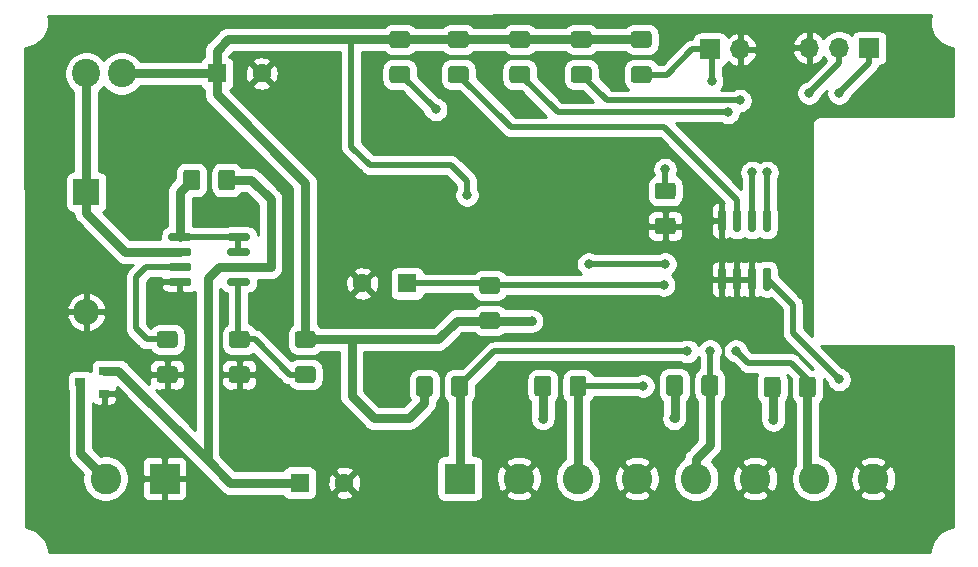
<source format=gbr>
G04 #@! TF.GenerationSoftware,KiCad,Pcbnew,5.1.6*
G04 #@! TF.CreationDate,2020-07-26T18:06:21+03:00*
G04 #@! TF.ProjectId,kicad-hamster-esp8266,6b696361-642d-4686-916d-737465722d65,rev?*
G04 #@! TF.SameCoordinates,Original*
G04 #@! TF.FileFunction,Copper,L1,Top*
G04 #@! TF.FilePolarity,Positive*
%FSLAX46Y46*%
G04 Gerber Fmt 4.6, Leading zero omitted, Abs format (unit mm)*
G04 Created by KiCad (PCBNEW 5.1.6) date 2020-07-26 18:06:21*
%MOMM*%
%LPD*%
G01*
G04 APERTURE LIST*
G04 #@! TA.AperFunction,ComponentPad*
%ADD10O,1.700000X1.700000*%
G04 #@! TD*
G04 #@! TA.AperFunction,ComponentPad*
%ADD11R,1.700000X1.700000*%
G04 #@! TD*
G04 #@! TA.AperFunction,ComponentPad*
%ADD12C,1.600000*%
G04 #@! TD*
G04 #@! TA.AperFunction,ComponentPad*
%ADD13R,1.600000X1.600000*%
G04 #@! TD*
G04 #@! TA.AperFunction,SMDPad,CuDef*
%ADD14R,0.900000X0.800000*%
G04 #@! TD*
G04 #@! TA.AperFunction,ComponentPad*
%ADD15C,2.400000*%
G04 #@! TD*
G04 #@! TA.AperFunction,ComponentPad*
%ADD16O,2.200000X2.200000*%
G04 #@! TD*
G04 #@! TA.AperFunction,ComponentPad*
%ADD17R,2.200000X2.200000*%
G04 #@! TD*
G04 #@! TA.AperFunction,ComponentPad*
%ADD18R,2.600000X2.600000*%
G04 #@! TD*
G04 #@! TA.AperFunction,ComponentPad*
%ADD19C,2.600000*%
G04 #@! TD*
G04 #@! TA.AperFunction,ViaPad*
%ADD20C,0.800000*%
G04 #@! TD*
G04 #@! TA.AperFunction,Conductor*
%ADD21C,0.800000*%
G04 #@! TD*
G04 #@! TA.AperFunction,Conductor*
%ADD22C,0.500000*%
G04 #@! TD*
G04 #@! TA.AperFunction,Conductor*
%ADD23C,0.254000*%
G04 #@! TD*
G04 APERTURE END LIST*
G04 #@! TA.AperFunction,SMDPad,CuDef*
G36*
G01*
X175855000Y-78790000D02*
X176155000Y-78790000D01*
G75*
G02*
X176305000Y-78940000I0J-150000D01*
G01*
X176305000Y-80590000D01*
G75*
G02*
X176155000Y-80740000I-150000J0D01*
G01*
X175855000Y-80740000D01*
G75*
G02*
X175705000Y-80590000I0J150000D01*
G01*
X175705000Y-78940000D01*
G75*
G02*
X175855000Y-78790000I150000J0D01*
G01*
G37*
G04 #@! TD.AperFunction*
G04 #@! TA.AperFunction,SMDPad,CuDef*
G36*
G01*
X174585000Y-78790000D02*
X174885000Y-78790000D01*
G75*
G02*
X175035000Y-78940000I0J-150000D01*
G01*
X175035000Y-80590000D01*
G75*
G02*
X174885000Y-80740000I-150000J0D01*
G01*
X174585000Y-80740000D01*
G75*
G02*
X174435000Y-80590000I0J150000D01*
G01*
X174435000Y-78940000D01*
G75*
G02*
X174585000Y-78790000I150000J0D01*
G01*
G37*
G04 #@! TD.AperFunction*
G04 #@! TA.AperFunction,SMDPad,CuDef*
G36*
G01*
X173315000Y-78790000D02*
X173615000Y-78790000D01*
G75*
G02*
X173765000Y-78940000I0J-150000D01*
G01*
X173765000Y-80590000D01*
G75*
G02*
X173615000Y-80740000I-150000J0D01*
G01*
X173315000Y-80740000D01*
G75*
G02*
X173165000Y-80590000I0J150000D01*
G01*
X173165000Y-78940000D01*
G75*
G02*
X173315000Y-78790000I150000J0D01*
G01*
G37*
G04 #@! TD.AperFunction*
G04 #@! TA.AperFunction,SMDPad,CuDef*
G36*
G01*
X172045000Y-78790000D02*
X172345000Y-78790000D01*
G75*
G02*
X172495000Y-78940000I0J-150000D01*
G01*
X172495000Y-80590000D01*
G75*
G02*
X172345000Y-80740000I-150000J0D01*
G01*
X172045000Y-80740000D01*
G75*
G02*
X171895000Y-80590000I0J150000D01*
G01*
X171895000Y-78940000D01*
G75*
G02*
X172045000Y-78790000I150000J0D01*
G01*
G37*
G04 #@! TD.AperFunction*
G04 #@! TA.AperFunction,SMDPad,CuDef*
G36*
G01*
X172045000Y-73840000D02*
X172345000Y-73840000D01*
G75*
G02*
X172495000Y-73990000I0J-150000D01*
G01*
X172495000Y-75640000D01*
G75*
G02*
X172345000Y-75790000I-150000J0D01*
G01*
X172045000Y-75790000D01*
G75*
G02*
X171895000Y-75640000I0J150000D01*
G01*
X171895000Y-73990000D01*
G75*
G02*
X172045000Y-73840000I150000J0D01*
G01*
G37*
G04 #@! TD.AperFunction*
G04 #@! TA.AperFunction,SMDPad,CuDef*
G36*
G01*
X173315000Y-73840000D02*
X173615000Y-73840000D01*
G75*
G02*
X173765000Y-73990000I0J-150000D01*
G01*
X173765000Y-75640000D01*
G75*
G02*
X173615000Y-75790000I-150000J0D01*
G01*
X173315000Y-75790000D01*
G75*
G02*
X173165000Y-75640000I0J150000D01*
G01*
X173165000Y-73990000D01*
G75*
G02*
X173315000Y-73840000I150000J0D01*
G01*
G37*
G04 #@! TD.AperFunction*
G04 #@! TA.AperFunction,SMDPad,CuDef*
G36*
G01*
X174585000Y-73840000D02*
X174885000Y-73840000D01*
G75*
G02*
X175035000Y-73990000I0J-150000D01*
G01*
X175035000Y-75640000D01*
G75*
G02*
X174885000Y-75790000I-150000J0D01*
G01*
X174585000Y-75790000D01*
G75*
G02*
X174435000Y-75640000I0J150000D01*
G01*
X174435000Y-73990000D01*
G75*
G02*
X174585000Y-73840000I150000J0D01*
G01*
G37*
G04 #@! TD.AperFunction*
G04 #@! TA.AperFunction,SMDPad,CuDef*
G36*
G01*
X175855000Y-73840000D02*
X176155000Y-73840000D01*
G75*
G02*
X176305000Y-73990000I0J-150000D01*
G01*
X176305000Y-75640000D01*
G75*
G02*
X176155000Y-75790000I-150000J0D01*
G01*
X175855000Y-75790000D01*
G75*
G02*
X175705000Y-75640000I0J150000D01*
G01*
X175705000Y-73990000D01*
G75*
G02*
X175855000Y-73840000I150000J0D01*
G01*
G37*
G04 #@! TD.AperFunction*
G04 #@! TA.AperFunction,SMDPad,CuDef*
G36*
G01*
X130278000Y-76350000D02*
X130278000Y-76050000D01*
G75*
G02*
X130428000Y-75900000I150000J0D01*
G01*
X132078000Y-75900000D01*
G75*
G02*
X132228000Y-76050000I0J-150000D01*
G01*
X132228000Y-76350000D01*
G75*
G02*
X132078000Y-76500000I-150000J0D01*
G01*
X130428000Y-76500000D01*
G75*
G02*
X130278000Y-76350000I0J150000D01*
G01*
G37*
G04 #@! TD.AperFunction*
G04 #@! TA.AperFunction,SMDPad,CuDef*
G36*
G01*
X130278000Y-77620000D02*
X130278000Y-77320000D01*
G75*
G02*
X130428000Y-77170000I150000J0D01*
G01*
X132078000Y-77170000D01*
G75*
G02*
X132228000Y-77320000I0J-150000D01*
G01*
X132228000Y-77620000D01*
G75*
G02*
X132078000Y-77770000I-150000J0D01*
G01*
X130428000Y-77770000D01*
G75*
G02*
X130278000Y-77620000I0J150000D01*
G01*
G37*
G04 #@! TD.AperFunction*
G04 #@! TA.AperFunction,SMDPad,CuDef*
G36*
G01*
X130278000Y-78890000D02*
X130278000Y-78590000D01*
G75*
G02*
X130428000Y-78440000I150000J0D01*
G01*
X132078000Y-78440000D01*
G75*
G02*
X132228000Y-78590000I0J-150000D01*
G01*
X132228000Y-78890000D01*
G75*
G02*
X132078000Y-79040000I-150000J0D01*
G01*
X130428000Y-79040000D01*
G75*
G02*
X130278000Y-78890000I0J150000D01*
G01*
G37*
G04 #@! TD.AperFunction*
G04 #@! TA.AperFunction,SMDPad,CuDef*
G36*
G01*
X130278000Y-80160000D02*
X130278000Y-79860000D01*
G75*
G02*
X130428000Y-79710000I150000J0D01*
G01*
X132078000Y-79710000D01*
G75*
G02*
X132228000Y-79860000I0J-150000D01*
G01*
X132228000Y-80160000D01*
G75*
G02*
X132078000Y-80310000I-150000J0D01*
G01*
X130428000Y-80310000D01*
G75*
G02*
X130278000Y-80160000I0J150000D01*
G01*
G37*
G04 #@! TD.AperFunction*
G04 #@! TA.AperFunction,SMDPad,CuDef*
G36*
G01*
X125328000Y-80160000D02*
X125328000Y-79860000D01*
G75*
G02*
X125478000Y-79710000I150000J0D01*
G01*
X127128000Y-79710000D01*
G75*
G02*
X127278000Y-79860000I0J-150000D01*
G01*
X127278000Y-80160000D01*
G75*
G02*
X127128000Y-80310000I-150000J0D01*
G01*
X125478000Y-80310000D01*
G75*
G02*
X125328000Y-80160000I0J150000D01*
G01*
G37*
G04 #@! TD.AperFunction*
G04 #@! TA.AperFunction,SMDPad,CuDef*
G36*
G01*
X125328000Y-78890000D02*
X125328000Y-78590000D01*
G75*
G02*
X125478000Y-78440000I150000J0D01*
G01*
X127128000Y-78440000D01*
G75*
G02*
X127278000Y-78590000I0J-150000D01*
G01*
X127278000Y-78890000D01*
G75*
G02*
X127128000Y-79040000I-150000J0D01*
G01*
X125478000Y-79040000D01*
G75*
G02*
X125328000Y-78890000I0J150000D01*
G01*
G37*
G04 #@! TD.AperFunction*
G04 #@! TA.AperFunction,SMDPad,CuDef*
G36*
G01*
X125328000Y-77620000D02*
X125328000Y-77320000D01*
G75*
G02*
X125478000Y-77170000I150000J0D01*
G01*
X127128000Y-77170000D01*
G75*
G02*
X127278000Y-77320000I0J-150000D01*
G01*
X127278000Y-77620000D01*
G75*
G02*
X127128000Y-77770000I-150000J0D01*
G01*
X125478000Y-77770000D01*
G75*
G02*
X125328000Y-77620000I0J150000D01*
G01*
G37*
G04 #@! TD.AperFunction*
G04 #@! TA.AperFunction,SMDPad,CuDef*
G36*
G01*
X125328000Y-76350000D02*
X125328000Y-76050000D01*
G75*
G02*
X125478000Y-75900000I150000J0D01*
G01*
X127128000Y-75900000D01*
G75*
G02*
X127278000Y-76050000I0J-150000D01*
G01*
X127278000Y-76350000D01*
G75*
G02*
X127128000Y-76500000I-150000J0D01*
G01*
X125478000Y-76500000D01*
G75*
G02*
X125328000Y-76350000I0J150000D01*
G01*
G37*
G04 #@! TD.AperFunction*
D10*
X173736000Y-60325000D03*
D11*
X171196000Y-60325000D03*
G04 #@! TA.AperFunction,SMDPad,CuDef*
G36*
G01*
X149257500Y-89465000D02*
X149257500Y-88215000D01*
G75*
G02*
X149507500Y-87965000I250000J0D01*
G01*
X150432500Y-87965000D01*
G75*
G02*
X150682500Y-88215000I0J-250000D01*
G01*
X150682500Y-89465000D01*
G75*
G02*
X150432500Y-89715000I-250000J0D01*
G01*
X149507500Y-89715000D01*
G75*
G02*
X149257500Y-89465000I0J250000D01*
G01*
G37*
G04 #@! TD.AperFunction*
G04 #@! TA.AperFunction,SMDPad,CuDef*
G36*
G01*
X146282500Y-89465000D02*
X146282500Y-88215000D01*
G75*
G02*
X146532500Y-87965000I250000J0D01*
G01*
X147457500Y-87965000D01*
G75*
G02*
X147707500Y-88215000I0J-250000D01*
G01*
X147707500Y-89465000D01*
G75*
G02*
X147457500Y-89715000I-250000J0D01*
G01*
X146532500Y-89715000D01*
G75*
G02*
X146282500Y-89465000I0J250000D01*
G01*
G37*
G04 #@! TD.AperFunction*
G04 #@! TA.AperFunction,SMDPad,CuDef*
G36*
G01*
X159285000Y-89445000D02*
X159285000Y-88195000D01*
G75*
G02*
X159535000Y-87945000I250000J0D01*
G01*
X160460000Y-87945000D01*
G75*
G02*
X160710000Y-88195000I0J-250000D01*
G01*
X160710000Y-89445000D01*
G75*
G02*
X160460000Y-89695000I-250000J0D01*
G01*
X159535000Y-89695000D01*
G75*
G02*
X159285000Y-89445000I0J250000D01*
G01*
G37*
G04 #@! TD.AperFunction*
G04 #@! TA.AperFunction,SMDPad,CuDef*
G36*
G01*
X156310000Y-89445000D02*
X156310000Y-88195000D01*
G75*
G02*
X156560000Y-87945000I250000J0D01*
G01*
X157485000Y-87945000D01*
G75*
G02*
X157735000Y-88195000I0J-250000D01*
G01*
X157735000Y-89445000D01*
G75*
G02*
X157485000Y-89695000I-250000J0D01*
G01*
X156560000Y-89695000D01*
G75*
G02*
X156310000Y-89445000I0J250000D01*
G01*
G37*
G04 #@! TD.AperFunction*
G04 #@! TA.AperFunction,SMDPad,CuDef*
G36*
G01*
X170447000Y-89398000D02*
X170447000Y-88148000D01*
G75*
G02*
X170697000Y-87898000I250000J0D01*
G01*
X171622000Y-87898000D01*
G75*
G02*
X171872000Y-88148000I0J-250000D01*
G01*
X171872000Y-89398000D01*
G75*
G02*
X171622000Y-89648000I-250000J0D01*
G01*
X170697000Y-89648000D01*
G75*
G02*
X170447000Y-89398000I0J250000D01*
G01*
G37*
G04 #@! TD.AperFunction*
G04 #@! TA.AperFunction,SMDPad,CuDef*
G36*
G01*
X167472000Y-89398000D02*
X167472000Y-88148000D01*
G75*
G02*
X167722000Y-87898000I250000J0D01*
G01*
X168647000Y-87898000D01*
G75*
G02*
X168897000Y-88148000I0J-250000D01*
G01*
X168897000Y-89398000D01*
G75*
G02*
X168647000Y-89648000I-250000J0D01*
G01*
X167722000Y-89648000D01*
G75*
G02*
X167472000Y-89398000I0J250000D01*
G01*
G37*
G04 #@! TD.AperFunction*
G04 #@! TA.AperFunction,SMDPad,CuDef*
G36*
G01*
X178702000Y-89525000D02*
X178702000Y-88275000D01*
G75*
G02*
X178952000Y-88025000I250000J0D01*
G01*
X179877000Y-88025000D01*
G75*
G02*
X180127000Y-88275000I0J-250000D01*
G01*
X180127000Y-89525000D01*
G75*
G02*
X179877000Y-89775000I-250000J0D01*
G01*
X178952000Y-89775000D01*
G75*
G02*
X178702000Y-89525000I0J250000D01*
G01*
G37*
G04 #@! TD.AperFunction*
G04 #@! TA.AperFunction,SMDPad,CuDef*
G36*
G01*
X175727000Y-89525000D02*
X175727000Y-88275000D01*
G75*
G02*
X175977000Y-88025000I250000J0D01*
G01*
X176902000Y-88025000D01*
G75*
G02*
X177152000Y-88275000I0J-250000D01*
G01*
X177152000Y-89525000D01*
G75*
G02*
X176902000Y-89775000I-250000J0D01*
G01*
X175977000Y-89775000D01*
G75*
G02*
X175727000Y-89525000I0J250000D01*
G01*
G37*
G04 #@! TD.AperFunction*
G04 #@! TA.AperFunction,SMDPad,CuDef*
G36*
G01*
X164729000Y-61735000D02*
X165979000Y-61735000D01*
G75*
G02*
X166229000Y-61985000I0J-250000D01*
G01*
X166229000Y-62910000D01*
G75*
G02*
X165979000Y-63160000I-250000J0D01*
G01*
X164729000Y-63160000D01*
G75*
G02*
X164479000Y-62910000I0J250000D01*
G01*
X164479000Y-61985000D01*
G75*
G02*
X164729000Y-61735000I250000J0D01*
G01*
G37*
G04 #@! TD.AperFunction*
G04 #@! TA.AperFunction,SMDPad,CuDef*
G36*
G01*
X164729000Y-58760000D02*
X165979000Y-58760000D01*
G75*
G02*
X166229000Y-59010000I0J-250000D01*
G01*
X166229000Y-59935000D01*
G75*
G02*
X165979000Y-60185000I-250000J0D01*
G01*
X164729000Y-60185000D01*
G75*
G02*
X164479000Y-59935000I0J250000D01*
G01*
X164479000Y-59010000D01*
G75*
G02*
X164729000Y-58760000I250000J0D01*
G01*
G37*
G04 #@! TD.AperFunction*
G04 #@! TA.AperFunction,SMDPad,CuDef*
G36*
G01*
X166761000Y-74562000D02*
X168011000Y-74562000D01*
G75*
G02*
X168261000Y-74812000I0J-250000D01*
G01*
X168261000Y-75737000D01*
G75*
G02*
X168011000Y-75987000I-250000J0D01*
G01*
X166761000Y-75987000D01*
G75*
G02*
X166511000Y-75737000I0J250000D01*
G01*
X166511000Y-74812000D01*
G75*
G02*
X166761000Y-74562000I250000J0D01*
G01*
G37*
G04 #@! TD.AperFunction*
G04 #@! TA.AperFunction,SMDPad,CuDef*
G36*
G01*
X166761000Y-71587000D02*
X168011000Y-71587000D01*
G75*
G02*
X168261000Y-71837000I0J-250000D01*
G01*
X168261000Y-72762000D01*
G75*
G02*
X168011000Y-73012000I-250000J0D01*
G01*
X166761000Y-73012000D01*
G75*
G02*
X166511000Y-72762000I0J250000D01*
G01*
X166511000Y-71837000D01*
G75*
G02*
X166761000Y-71587000I250000J0D01*
G01*
G37*
G04 #@! TD.AperFunction*
G04 #@! TA.AperFunction,SMDPad,CuDef*
G36*
G01*
X144282000Y-61735000D02*
X145532000Y-61735000D01*
G75*
G02*
X145782000Y-61985000I0J-250000D01*
G01*
X145782000Y-62910000D01*
G75*
G02*
X145532000Y-63160000I-250000J0D01*
G01*
X144282000Y-63160000D01*
G75*
G02*
X144032000Y-62910000I0J250000D01*
G01*
X144032000Y-61985000D01*
G75*
G02*
X144282000Y-61735000I250000J0D01*
G01*
G37*
G04 #@! TD.AperFunction*
G04 #@! TA.AperFunction,SMDPad,CuDef*
G36*
G01*
X144282000Y-58760000D02*
X145532000Y-58760000D01*
G75*
G02*
X145782000Y-59010000I0J-250000D01*
G01*
X145782000Y-59935000D01*
G75*
G02*
X145532000Y-60185000I-250000J0D01*
G01*
X144282000Y-60185000D01*
G75*
G02*
X144032000Y-59935000I0J250000D01*
G01*
X144032000Y-59010000D01*
G75*
G02*
X144282000Y-58760000I250000J0D01*
G01*
G37*
G04 #@! TD.AperFunction*
G04 #@! TA.AperFunction,SMDPad,CuDef*
G36*
G01*
X150485000Y-60185000D02*
X149235000Y-60185000D01*
G75*
G02*
X148985000Y-59935000I0J250000D01*
G01*
X148985000Y-59010000D01*
G75*
G02*
X149235000Y-58760000I250000J0D01*
G01*
X150485000Y-58760000D01*
G75*
G02*
X150735000Y-59010000I0J-250000D01*
G01*
X150735000Y-59935000D01*
G75*
G02*
X150485000Y-60185000I-250000J0D01*
G01*
G37*
G04 #@! TD.AperFunction*
G04 #@! TA.AperFunction,SMDPad,CuDef*
G36*
G01*
X150485000Y-63160000D02*
X149235000Y-63160000D01*
G75*
G02*
X148985000Y-62910000I0J250000D01*
G01*
X148985000Y-61985000D01*
G75*
G02*
X149235000Y-61735000I250000J0D01*
G01*
X150485000Y-61735000D01*
G75*
G02*
X150735000Y-61985000I0J-250000D01*
G01*
X150735000Y-62910000D01*
G75*
G02*
X150485000Y-63160000I-250000J0D01*
G01*
G37*
G04 #@! TD.AperFunction*
G04 #@! TA.AperFunction,SMDPad,CuDef*
G36*
G01*
X154442000Y-61735000D02*
X155692000Y-61735000D01*
G75*
G02*
X155942000Y-61985000I0J-250000D01*
G01*
X155942000Y-62910000D01*
G75*
G02*
X155692000Y-63160000I-250000J0D01*
G01*
X154442000Y-63160000D01*
G75*
G02*
X154192000Y-62910000I0J250000D01*
G01*
X154192000Y-61985000D01*
G75*
G02*
X154442000Y-61735000I250000J0D01*
G01*
G37*
G04 #@! TD.AperFunction*
G04 #@! TA.AperFunction,SMDPad,CuDef*
G36*
G01*
X154442000Y-58760000D02*
X155692000Y-58760000D01*
G75*
G02*
X155942000Y-59010000I0J-250000D01*
G01*
X155942000Y-59935000D01*
G75*
G02*
X155692000Y-60185000I-250000J0D01*
G01*
X154442000Y-60185000D01*
G75*
G02*
X154192000Y-59935000I0J250000D01*
G01*
X154192000Y-59010000D01*
G75*
G02*
X154442000Y-58760000I250000J0D01*
G01*
G37*
G04 #@! TD.AperFunction*
G04 #@! TA.AperFunction,SMDPad,CuDef*
G36*
G01*
X160899000Y-60185000D02*
X159649000Y-60185000D01*
G75*
G02*
X159399000Y-59935000I0J250000D01*
G01*
X159399000Y-59010000D01*
G75*
G02*
X159649000Y-58760000I250000J0D01*
G01*
X160899000Y-58760000D01*
G75*
G02*
X161149000Y-59010000I0J-250000D01*
G01*
X161149000Y-59935000D01*
G75*
G02*
X160899000Y-60185000I-250000J0D01*
G01*
G37*
G04 #@! TD.AperFunction*
G04 #@! TA.AperFunction,SMDPad,CuDef*
G36*
G01*
X160899000Y-63160000D02*
X159649000Y-63160000D01*
G75*
G02*
X159399000Y-62910000I0J250000D01*
G01*
X159399000Y-61985000D01*
G75*
G02*
X159649000Y-61735000I250000J0D01*
G01*
X160899000Y-61735000D01*
G75*
G02*
X161149000Y-61985000I0J-250000D01*
G01*
X161149000Y-62910000D01*
G75*
G02*
X160899000Y-63160000I-250000J0D01*
G01*
G37*
G04 #@! TD.AperFunction*
D12*
X141742000Y-80137000D03*
D13*
X145542000Y-80137000D03*
G04 #@! TA.AperFunction,SMDPad,CuDef*
G36*
G01*
X153152000Y-81013000D02*
X151902000Y-81013000D01*
G75*
G02*
X151652000Y-80763000I0J250000D01*
G01*
X151652000Y-79838000D01*
G75*
G02*
X151902000Y-79588000I250000J0D01*
G01*
X153152000Y-79588000D01*
G75*
G02*
X153402000Y-79838000I0J-250000D01*
G01*
X153402000Y-80763000D01*
G75*
G02*
X153152000Y-81013000I-250000J0D01*
G01*
G37*
G04 #@! TD.AperFunction*
G04 #@! TA.AperFunction,SMDPad,CuDef*
G36*
G01*
X153152000Y-83988000D02*
X151902000Y-83988000D01*
G75*
G02*
X151652000Y-83738000I0J250000D01*
G01*
X151652000Y-82813000D01*
G75*
G02*
X151902000Y-82563000I250000J0D01*
G01*
X153152000Y-82563000D01*
G75*
G02*
X153402000Y-82813000I0J-250000D01*
G01*
X153402000Y-83738000D01*
G75*
G02*
X153152000Y-83988000I-250000J0D01*
G01*
G37*
G04 #@! TD.AperFunction*
G04 #@! TA.AperFunction,SMDPad,CuDef*
G36*
G01*
X136281000Y-87135000D02*
X137531000Y-87135000D01*
G75*
G02*
X137781000Y-87385000I0J-250000D01*
G01*
X137781000Y-88310000D01*
G75*
G02*
X137531000Y-88560000I-250000J0D01*
G01*
X136281000Y-88560000D01*
G75*
G02*
X136031000Y-88310000I0J250000D01*
G01*
X136031000Y-87385000D01*
G75*
G02*
X136281000Y-87135000I250000J0D01*
G01*
G37*
G04 #@! TD.AperFunction*
G04 #@! TA.AperFunction,SMDPad,CuDef*
G36*
G01*
X136281000Y-84160000D02*
X137531000Y-84160000D01*
G75*
G02*
X137781000Y-84410000I0J-250000D01*
G01*
X137781000Y-85335000D01*
G75*
G02*
X137531000Y-85585000I-250000J0D01*
G01*
X136281000Y-85585000D01*
G75*
G02*
X136031000Y-85335000I0J250000D01*
G01*
X136031000Y-84410000D01*
G75*
G02*
X136281000Y-84160000I250000J0D01*
G01*
G37*
G04 #@! TD.AperFunction*
G04 #@! TA.AperFunction,SMDPad,CuDef*
G36*
G01*
X130693000Y-87135000D02*
X131943000Y-87135000D01*
G75*
G02*
X132193000Y-87385000I0J-250000D01*
G01*
X132193000Y-88310000D01*
G75*
G02*
X131943000Y-88560000I-250000J0D01*
G01*
X130693000Y-88560000D01*
G75*
G02*
X130443000Y-88310000I0J250000D01*
G01*
X130443000Y-87385000D01*
G75*
G02*
X130693000Y-87135000I250000J0D01*
G01*
G37*
G04 #@! TD.AperFunction*
G04 #@! TA.AperFunction,SMDPad,CuDef*
G36*
G01*
X130693000Y-84160000D02*
X131943000Y-84160000D01*
G75*
G02*
X132193000Y-84410000I0J-250000D01*
G01*
X132193000Y-85335000D01*
G75*
G02*
X131943000Y-85585000I-250000J0D01*
G01*
X130693000Y-85585000D01*
G75*
G02*
X130443000Y-85335000I0J250000D01*
G01*
X130443000Y-84410000D01*
G75*
G02*
X130693000Y-84160000I250000J0D01*
G01*
G37*
G04 #@! TD.AperFunction*
G04 #@! TA.AperFunction,SMDPad,CuDef*
G36*
G01*
X128003000Y-70749000D02*
X128003000Y-71999000D01*
G75*
G02*
X127753000Y-72249000I-250000J0D01*
G01*
X126828000Y-72249000D01*
G75*
G02*
X126578000Y-71999000I0J250000D01*
G01*
X126578000Y-70749000D01*
G75*
G02*
X126828000Y-70499000I250000J0D01*
G01*
X127753000Y-70499000D01*
G75*
G02*
X128003000Y-70749000I0J-250000D01*
G01*
G37*
G04 #@! TD.AperFunction*
G04 #@! TA.AperFunction,SMDPad,CuDef*
G36*
G01*
X130978000Y-70749000D02*
X130978000Y-71999000D01*
G75*
G02*
X130728000Y-72249000I-250000J0D01*
G01*
X129803000Y-72249000D01*
G75*
G02*
X129553000Y-71999000I0J250000D01*
G01*
X129553000Y-70749000D01*
G75*
G02*
X129803000Y-70499000I250000J0D01*
G01*
X130728000Y-70499000D01*
G75*
G02*
X130978000Y-70749000I0J-250000D01*
G01*
G37*
G04 #@! TD.AperFunction*
D14*
X117872000Y-88519000D03*
X119872000Y-87569000D03*
X119872000Y-89469000D03*
D15*
X121364000Y-62357000D03*
X118364000Y-62357000D03*
D10*
X179578000Y-60198000D03*
X182118000Y-60198000D03*
D11*
X184658000Y-60198000D03*
D16*
X118364000Y-82550000D03*
D17*
X118364000Y-72390000D03*
D12*
X133213000Y-62357000D03*
D13*
X129413000Y-62357000D03*
G04 #@! TA.AperFunction,SMDPad,CuDef*
G36*
G01*
X124597000Y-87135000D02*
X125847000Y-87135000D01*
G75*
G02*
X126097000Y-87385000I0J-250000D01*
G01*
X126097000Y-88310000D01*
G75*
G02*
X125847000Y-88560000I-250000J0D01*
G01*
X124597000Y-88560000D01*
G75*
G02*
X124347000Y-88310000I0J250000D01*
G01*
X124347000Y-87385000D01*
G75*
G02*
X124597000Y-87135000I250000J0D01*
G01*
G37*
G04 #@! TD.AperFunction*
G04 #@! TA.AperFunction,SMDPad,CuDef*
G36*
G01*
X124597000Y-84160000D02*
X125847000Y-84160000D01*
G75*
G02*
X126097000Y-84410000I0J-250000D01*
G01*
X126097000Y-85335000D01*
G75*
G02*
X125847000Y-85585000I-250000J0D01*
G01*
X124597000Y-85585000D01*
G75*
G02*
X124347000Y-85335000I0J250000D01*
G01*
X124347000Y-84410000D01*
G75*
G02*
X124597000Y-84160000I250000J0D01*
G01*
G37*
G04 #@! TD.AperFunction*
D12*
X140230000Y-97010000D03*
D13*
X136430000Y-97010000D03*
D18*
X125000000Y-96650000D03*
D19*
X120000000Y-96650000D03*
D18*
X150000000Y-96650000D03*
D19*
X155000000Y-96650000D03*
X160000000Y-96650000D03*
X165000000Y-96650000D03*
X170000000Y-96650000D03*
X175000000Y-96650000D03*
X180000000Y-96650000D03*
X185000000Y-96650000D03*
D20*
X123825000Y-68199000D03*
X130530000Y-99990000D03*
X190030000Y-99880000D03*
X187960000Y-64135000D03*
X168148000Y-91567000D03*
X176530000Y-91694000D03*
X150622000Y-72644000D03*
X156083000Y-83312000D03*
X145669000Y-91567004D03*
X182117998Y-88265000D03*
X157022500Y-91577500D03*
X179578000Y-64008000D03*
X182118000Y-64008000D03*
X169268000Y-85882000D03*
X167386000Y-78486000D03*
X160909001Y-78486000D03*
X167259000Y-80264000D03*
X176022000Y-70739000D03*
X173736000Y-64643000D03*
X174752000Y-70739000D03*
X172720000Y-65659000D03*
X147955000Y-65405000D03*
X167386000Y-70485000D03*
X171323000Y-62992000D03*
X165510000Y-88830000D03*
X171196000Y-85852000D03*
X173355000Y-85852000D03*
D21*
X130556000Y-97028000D02*
X132080000Y-97028000D01*
X119872000Y-87569000D02*
X121097000Y-87569000D01*
X132334000Y-71374000D02*
X130265500Y-71374000D01*
X133985000Y-73025000D02*
X132334000Y-71374000D01*
X133985000Y-78740000D02*
X133985000Y-73025000D01*
X131253000Y-78740000D02*
X133985000Y-78740000D01*
X128651000Y-95123000D02*
X130556000Y-97028000D01*
X121097000Y-87569000D02*
X128651000Y-95123000D01*
X128651000Y-83693000D02*
X128651000Y-95123000D01*
X128651000Y-79692500D02*
X128651000Y-83693000D01*
X129603500Y-78740000D02*
X128651000Y-79692500D01*
X131253000Y-78740000D02*
X129603500Y-78740000D01*
D22*
X136412000Y-97028000D02*
X136430000Y-97010000D01*
D21*
X132080000Y-97028000D02*
X136412000Y-97028000D01*
D22*
X122555000Y-83947000D02*
X123480500Y-84872500D01*
X122555000Y-79629000D02*
X122555000Y-83947000D01*
X123480500Y-84872500D02*
X125222000Y-84872500D01*
X123444000Y-78740000D02*
X122555000Y-79629000D01*
X126303000Y-78740000D02*
X123444000Y-78740000D01*
D21*
X121364000Y-62357000D02*
X129413000Y-62357000D01*
D22*
X168184500Y-91530500D02*
X168148000Y-91567000D01*
D21*
X168184500Y-88773000D02*
X168184500Y-91530500D01*
X136906000Y-84872500D02*
X138847500Y-84872500D01*
X176530000Y-91694000D02*
X176530000Y-88990500D01*
X176530000Y-88990500D02*
X176439500Y-88900000D01*
X129413000Y-62357000D02*
X129413000Y-60452000D01*
X129413000Y-60452000D02*
X130392500Y-59472500D01*
X144907000Y-59472500D02*
X149860000Y-59472500D01*
X149860000Y-59472500D02*
X155067000Y-59472500D01*
X155067000Y-59472500D02*
X160274000Y-59472500D01*
X160274000Y-59472500D02*
X165354000Y-59472500D01*
X140806500Y-59472500D02*
X144907000Y-59472500D01*
X130392500Y-59472500D02*
X140806500Y-59472500D01*
X152563500Y-83312000D02*
X152527000Y-83275500D01*
X156083000Y-83312000D02*
X152563500Y-83312000D01*
X148172500Y-84872500D02*
X149769500Y-83275500D01*
X138847500Y-84872500D02*
X148172500Y-84872500D01*
X152527000Y-83275500D02*
X149769500Y-83275500D01*
X142748004Y-91567004D02*
X145669000Y-91567004D01*
X140843000Y-89662000D02*
X142748004Y-91567004D01*
X140843000Y-84872500D02*
X140843000Y-89662000D01*
X138847500Y-84872500D02*
X140843000Y-84872500D01*
X129413000Y-64135000D02*
X129413000Y-62357000D01*
X136906000Y-71628000D02*
X129413000Y-64135000D01*
X136906000Y-84872500D02*
X136906000Y-71628000D01*
D22*
X140806500Y-68543500D02*
X140806500Y-59472500D01*
X142367000Y-70104000D02*
X140806500Y-68543500D01*
X149225000Y-70104000D02*
X142367000Y-70104000D01*
X150622000Y-71501000D02*
X149225000Y-70104000D01*
X150622000Y-72644000D02*
X150622000Y-71501000D01*
D21*
X146995000Y-90241004D02*
X145669000Y-91567004D01*
X146995000Y-88840000D02*
X146995000Y-90241004D01*
X157022500Y-88820000D02*
X157022500Y-91577500D01*
D22*
X178181000Y-84328002D02*
X182117998Y-88265000D01*
X178181000Y-81941000D02*
X178181000Y-84328002D01*
X176005000Y-79765000D02*
X178181000Y-81941000D01*
D21*
X118364000Y-72390000D02*
X118364000Y-62357000D01*
X118364000Y-74168000D02*
X118364000Y-72390000D01*
X121666000Y-77470000D02*
X118364000Y-74168000D01*
X126303000Y-77470000D02*
X121666000Y-77470000D01*
X117872000Y-94522000D02*
X117872000Y-88519000D01*
X120000000Y-96650000D02*
X117872000Y-94522000D01*
D22*
X182118000Y-61468000D02*
X182118000Y-60198000D01*
X179578000Y-64008000D02*
X182118000Y-61468000D01*
X184658000Y-61468000D02*
X182118000Y-64008000D01*
X184658000Y-60198000D02*
X184658000Y-61468000D01*
D21*
X150000000Y-88870000D02*
X149970000Y-88840000D01*
X150000000Y-96650000D02*
X150000000Y-88870000D01*
D22*
X152928000Y-85882000D02*
X169268000Y-85882000D01*
X149970000Y-88840000D02*
X152928000Y-85882000D01*
X126303000Y-76200000D02*
X131253000Y-76200000D01*
X131253000Y-76200000D02*
X131253000Y-77470000D01*
D21*
X126303000Y-72361500D02*
X127290500Y-71374000D01*
X126303000Y-76200000D02*
X126303000Y-72361500D01*
D22*
X131253000Y-84807500D02*
X131318000Y-84872500D01*
X131253000Y-80010000D02*
X131253000Y-84807500D01*
X132624500Y-84872500D02*
X135599500Y-87847500D01*
X135599500Y-87847500D02*
X136906000Y-87847500D01*
X131318000Y-84872500D02*
X132624500Y-84872500D01*
X167386000Y-78486000D02*
X160909001Y-78486000D01*
X152363500Y-80137000D02*
X152527000Y-80300500D01*
X145542000Y-80137000D02*
X152363500Y-80137000D01*
X167222500Y-80300500D02*
X167259000Y-80264000D01*
X152527000Y-80300500D02*
X167222500Y-80300500D01*
X162469500Y-64643000D02*
X160274000Y-62447500D01*
X173736000Y-64643000D02*
X162469500Y-64643000D01*
X176022000Y-74798000D02*
X176022000Y-70739000D01*
X176005000Y-74815000D02*
X176022000Y-74798000D01*
X158278500Y-65659000D02*
X155067000Y-62447500D01*
X172720000Y-65659000D02*
X158278500Y-65659000D01*
X174752000Y-74798000D02*
X174752000Y-70739000D01*
X174735000Y-74815000D02*
X174752000Y-74798000D01*
X154341500Y-66929000D02*
X149860000Y-62447500D01*
X167299000Y-66929000D02*
X154341500Y-66929000D01*
X173465000Y-73095000D02*
X167299000Y-66929000D01*
X173465000Y-74815000D02*
X173465000Y-73095000D01*
X144997500Y-62447500D02*
X147955000Y-65405000D01*
X144907000Y-62447500D02*
X144997500Y-62447500D01*
X167386000Y-72299500D02*
X167386000Y-70485000D01*
X171323000Y-60452000D02*
X171196000Y-60325000D01*
X171323000Y-62484000D02*
X171323000Y-60452000D01*
X171323000Y-62992000D02*
X171323000Y-62484000D01*
X169672000Y-60325000D02*
X171196000Y-60325000D01*
X167549500Y-62447500D02*
X169672000Y-60325000D01*
X165354000Y-62447500D02*
X167549500Y-62447500D01*
X160007500Y-88830000D02*
X159997500Y-88820000D01*
X165510000Y-88830000D02*
X160007500Y-88830000D01*
D21*
X160000000Y-88822500D02*
X159997500Y-88820000D01*
X160000000Y-96650000D02*
X160000000Y-88822500D01*
D22*
X171196000Y-88736500D02*
X171196000Y-85852000D01*
X171159500Y-88773000D02*
X171196000Y-88736500D01*
D21*
X170000000Y-96650000D02*
X170000000Y-95000000D01*
X171159500Y-93840500D02*
X171159500Y-88773000D01*
X170000000Y-95000000D02*
X171159500Y-93840500D01*
D22*
X179414500Y-88228500D02*
X178054000Y-86868000D01*
X174371000Y-86868000D02*
X173355000Y-85852000D01*
X178054000Y-86868000D02*
X174371000Y-86868000D01*
X179414500Y-88900000D02*
X179414500Y-88228500D01*
D21*
X179414500Y-96064500D02*
X180000000Y-96650000D01*
X179414500Y-88900000D02*
X179414500Y-96064500D01*
D23*
G36*
X189788700Y-57792206D02*
G01*
X189788700Y-58227794D01*
X189873679Y-58655013D01*
X190040371Y-59057444D01*
X190282371Y-59419622D01*
X190590378Y-59727629D01*
X190952556Y-59969629D01*
X191354987Y-60136321D01*
X191770000Y-60218872D01*
X191770000Y-65973000D01*
X180535708Y-65973000D01*
X180500000Y-65969483D01*
X180464292Y-65973000D01*
X180357483Y-65983520D01*
X180220443Y-66025090D01*
X180094147Y-66092597D01*
X179983446Y-66183446D01*
X179892597Y-66294147D01*
X179825090Y-66420443D01*
X179783520Y-66557483D01*
X179769483Y-66700000D01*
X179773000Y-66735708D01*
X179773001Y-84609028D01*
X179108000Y-83944027D01*
X179108000Y-81986527D01*
X179112484Y-81941000D01*
X179108000Y-81895473D01*
X179108000Y-81895462D01*
X179094587Y-81759276D01*
X179041580Y-81584536D01*
X179016497Y-81537609D01*
X178955502Y-81423494D01*
X178868688Y-81317712D01*
X178868684Y-81317708D01*
X178839659Y-81282341D01*
X178804293Y-81253317D01*
X176985275Y-79434300D01*
X176985275Y-78940000D01*
X176969321Y-78778021D01*
X176922074Y-78622268D01*
X176845348Y-78478724D01*
X176742093Y-78352907D01*
X176616276Y-78249652D01*
X176472732Y-78172926D01*
X176316979Y-78125679D01*
X176155000Y-78109725D01*
X175855000Y-78109725D01*
X175693021Y-78125679D01*
X175537268Y-78172926D01*
X175393724Y-78249652D01*
X175384816Y-78256963D01*
X175279180Y-78200498D01*
X175159482Y-78164188D01*
X175035000Y-78151928D01*
X175020750Y-78155000D01*
X174862000Y-78313750D01*
X174862000Y-79638000D01*
X174882000Y-79638000D01*
X174882000Y-79892000D01*
X174862000Y-79892000D01*
X174862000Y-81216250D01*
X175020750Y-81375000D01*
X175035000Y-81378072D01*
X175159482Y-81365812D01*
X175279180Y-81329502D01*
X175384816Y-81273037D01*
X175393724Y-81280348D01*
X175537268Y-81357074D01*
X175693021Y-81404321D01*
X175855000Y-81420275D01*
X176155000Y-81420275D01*
X176316979Y-81404321D01*
X176329536Y-81400512D01*
X177254000Y-82324976D01*
X177254001Y-84282465D01*
X177249516Y-84328002D01*
X177254001Y-84373539D01*
X177254001Y-84373540D01*
X177267414Y-84509726D01*
X177281901Y-84557483D01*
X177320420Y-84684465D01*
X177406499Y-84845507D01*
X177493312Y-84951289D01*
X177493317Y-84951294D01*
X177522342Y-84986661D01*
X177557708Y-85015685D01*
X179887812Y-87345790D01*
X179877000Y-87344725D01*
X179841701Y-87344725D01*
X178741687Y-86244712D01*
X178712659Y-86209341D01*
X178571505Y-86093499D01*
X178410464Y-86007420D01*
X178235724Y-85954413D01*
X178099538Y-85941000D01*
X178099527Y-85941000D01*
X178054000Y-85936516D01*
X178008473Y-85941000D01*
X174754976Y-85941000D01*
X174400241Y-85586266D01*
X174390611Y-85537851D01*
X174309425Y-85341849D01*
X174191560Y-85165453D01*
X174041547Y-85015440D01*
X173865151Y-84897575D01*
X173669149Y-84816389D01*
X173461075Y-84775000D01*
X173248925Y-84775000D01*
X173040851Y-84816389D01*
X172844849Y-84897575D01*
X172668453Y-85015440D01*
X172518440Y-85165453D01*
X172400575Y-85341849D01*
X172319389Y-85537851D01*
X172278000Y-85745925D01*
X172278000Y-85958075D01*
X172319389Y-86166149D01*
X172400575Y-86362151D01*
X172518440Y-86538547D01*
X172668453Y-86688560D01*
X172844849Y-86806425D01*
X173040851Y-86887611D01*
X173089266Y-86897241D01*
X173683316Y-87491292D01*
X173712341Y-87526659D01*
X173747708Y-87555684D01*
X173747712Y-87555688D01*
X173853494Y-87642501D01*
X174014536Y-87728580D01*
X174189276Y-87781587D01*
X174325462Y-87795000D01*
X174325473Y-87795000D01*
X174371000Y-87799484D01*
X174416527Y-87795000D01*
X175183817Y-87795000D01*
X175117538Y-87918999D01*
X175064600Y-88093512D01*
X175046725Y-88275000D01*
X175046725Y-89525000D01*
X175064600Y-89706488D01*
X175117538Y-89881001D01*
X175203505Y-90041833D01*
X175319196Y-90182804D01*
X175453001Y-90292614D01*
X175453000Y-91587925D01*
X175453000Y-91800075D01*
X175463372Y-91852217D01*
X175468583Y-91905128D01*
X175484018Y-91956009D01*
X175494389Y-92008149D01*
X175514733Y-92057265D01*
X175530167Y-92108143D01*
X175555229Y-92155031D01*
X175575575Y-92204151D01*
X175605112Y-92248355D01*
X175630174Y-92295244D01*
X175663906Y-92336347D01*
X175693440Y-92380547D01*
X175731027Y-92418134D01*
X175764761Y-92459239D01*
X175805866Y-92492973D01*
X175843453Y-92530560D01*
X175887653Y-92560094D01*
X175928756Y-92593826D01*
X175975646Y-92618889D01*
X176019849Y-92648425D01*
X176068966Y-92668770D01*
X176115856Y-92693833D01*
X176166738Y-92709268D01*
X176215851Y-92729611D01*
X176267988Y-92739982D01*
X176318871Y-92755417D01*
X176371784Y-92760628D01*
X176423925Y-92771000D01*
X176477091Y-92771000D01*
X176530000Y-92776211D01*
X176582909Y-92771000D01*
X176636075Y-92771000D01*
X176688217Y-92760628D01*
X176741128Y-92755417D01*
X176792009Y-92739982D01*
X176844149Y-92729611D01*
X176893265Y-92709267D01*
X176944143Y-92693833D01*
X176991031Y-92668771D01*
X177040151Y-92648425D01*
X177084355Y-92618888D01*
X177131244Y-92593826D01*
X177172347Y-92560094D01*
X177216547Y-92530560D01*
X177254134Y-92492973D01*
X177295239Y-92459239D01*
X177328973Y-92418134D01*
X177366560Y-92380547D01*
X177396094Y-92336347D01*
X177429826Y-92295244D01*
X177454889Y-92248354D01*
X177484425Y-92204151D01*
X177504770Y-92155034D01*
X177529833Y-92108144D01*
X177545268Y-92057262D01*
X177565611Y-92008149D01*
X177575982Y-91956012D01*
X177591417Y-91905129D01*
X177596628Y-91852216D01*
X177607000Y-91800075D01*
X177607000Y-90125295D01*
X177675495Y-90041833D01*
X177761462Y-89881001D01*
X177814400Y-89706488D01*
X177832275Y-89525000D01*
X177832275Y-88275000D01*
X177814400Y-88093512D01*
X177761462Y-87918999D01*
X177724072Y-87849047D01*
X178033228Y-88158204D01*
X178021725Y-88275000D01*
X178021725Y-89525000D01*
X178039600Y-89706488D01*
X178092538Y-89881001D01*
X178178505Y-90041833D01*
X178294196Y-90182804D01*
X178337500Y-90218343D01*
X178337501Y-95579599D01*
X178248005Y-95713539D01*
X178098975Y-96073330D01*
X178023000Y-96455282D01*
X178023000Y-96844718D01*
X178098975Y-97226670D01*
X178248005Y-97586461D01*
X178464364Y-97910264D01*
X178739736Y-98185636D01*
X179063539Y-98401995D01*
X179423330Y-98551025D01*
X179805282Y-98627000D01*
X180194718Y-98627000D01*
X180576670Y-98551025D01*
X180936461Y-98401995D01*
X181260264Y-98185636D01*
X181446676Y-97999224D01*
X183830381Y-97999224D01*
X183962317Y-98294312D01*
X184303045Y-98465159D01*
X184670557Y-98566250D01*
X185050729Y-98593701D01*
X185428951Y-98546457D01*
X185790690Y-98426333D01*
X186037683Y-98294312D01*
X186169619Y-97999224D01*
X185000000Y-96829605D01*
X183830381Y-97999224D01*
X181446676Y-97999224D01*
X181535636Y-97910264D01*
X181751995Y-97586461D01*
X181901025Y-97226670D01*
X181977000Y-96844718D01*
X181977000Y-96700729D01*
X183056299Y-96700729D01*
X183103543Y-97078951D01*
X183223667Y-97440690D01*
X183355688Y-97687683D01*
X183650776Y-97819619D01*
X184820395Y-96650000D01*
X185179605Y-96650000D01*
X186349224Y-97819619D01*
X186644312Y-97687683D01*
X186815159Y-97346955D01*
X186916250Y-96979443D01*
X186943701Y-96599271D01*
X186896457Y-96221049D01*
X186776333Y-95859310D01*
X186644312Y-95612317D01*
X186349224Y-95480381D01*
X185179605Y-96650000D01*
X184820395Y-96650000D01*
X183650776Y-95480381D01*
X183355688Y-95612317D01*
X183184841Y-95953045D01*
X183083750Y-96320557D01*
X183056299Y-96700729D01*
X181977000Y-96700729D01*
X181977000Y-96455282D01*
X181901025Y-96073330D01*
X181751995Y-95713539D01*
X181535636Y-95389736D01*
X181446676Y-95300776D01*
X183830381Y-95300776D01*
X185000000Y-96470395D01*
X186169619Y-95300776D01*
X186037683Y-95005688D01*
X185696955Y-94834841D01*
X185329443Y-94733750D01*
X184949271Y-94706299D01*
X184571049Y-94753543D01*
X184209310Y-94873667D01*
X183962317Y-95005688D01*
X183830381Y-95300776D01*
X181446676Y-95300776D01*
X181260264Y-95114364D01*
X180936461Y-94898005D01*
X180576670Y-94748975D01*
X180491500Y-94732034D01*
X180491500Y-90218342D01*
X180534804Y-90182804D01*
X180650495Y-90041833D01*
X180736462Y-89881001D01*
X180789400Y-89706488D01*
X180807275Y-89525000D01*
X180807275Y-88275000D01*
X180806210Y-88264188D01*
X181072757Y-88530735D01*
X181082387Y-88579149D01*
X181163573Y-88775151D01*
X181281438Y-88951547D01*
X181431451Y-89101560D01*
X181607847Y-89219425D01*
X181803849Y-89300611D01*
X182011923Y-89342000D01*
X182224073Y-89342000D01*
X182432147Y-89300611D01*
X182628149Y-89219425D01*
X182804545Y-89101560D01*
X182954558Y-88951547D01*
X183072423Y-88775151D01*
X183153609Y-88579149D01*
X183194998Y-88371075D01*
X183194998Y-88158925D01*
X183153609Y-87950851D01*
X183072423Y-87754849D01*
X182954558Y-87578453D01*
X182804545Y-87428440D01*
X182628149Y-87310575D01*
X182432147Y-87229389D01*
X182383733Y-87219759D01*
X180590973Y-85427000D01*
X191770000Y-85427000D01*
X191770000Y-100791128D01*
X191354987Y-100873679D01*
X190952556Y-101040371D01*
X190590378Y-101282371D01*
X190282371Y-101590378D01*
X190040371Y-101952556D01*
X189873679Y-102354987D01*
X189788700Y-102782206D01*
X189788700Y-102870000D01*
X115211300Y-102870000D01*
X115211300Y-102772206D01*
X115126321Y-102344987D01*
X114959629Y-101942556D01*
X114717629Y-101580378D01*
X114409622Y-101272371D01*
X114047444Y-101030371D01*
X113645013Y-100863679D01*
X113277519Y-100790580D01*
X113227952Y-82946123D01*
X116674821Y-82946123D01*
X116784558Y-83268054D01*
X116954992Y-83562391D01*
X117179573Y-83817822D01*
X117449671Y-84024531D01*
X117754906Y-84174575D01*
X117967878Y-84239175D01*
X118237000Y-84121125D01*
X118237000Y-82677000D01*
X118491000Y-82677000D01*
X118491000Y-84121125D01*
X118760122Y-84239175D01*
X118973094Y-84174575D01*
X119278329Y-84024531D01*
X119548427Y-83817822D01*
X119773008Y-83562391D01*
X119943442Y-83268054D01*
X120053179Y-82946123D01*
X119935600Y-82677000D01*
X118491000Y-82677000D01*
X118237000Y-82677000D01*
X116792400Y-82677000D01*
X116674821Y-82946123D01*
X113227952Y-82946123D01*
X113225752Y-82153877D01*
X116674821Y-82153877D01*
X116792400Y-82423000D01*
X118237000Y-82423000D01*
X118237000Y-80978875D01*
X118491000Y-80978875D01*
X118491000Y-82423000D01*
X119935600Y-82423000D01*
X120053179Y-82153877D01*
X119943442Y-81831946D01*
X119773008Y-81537609D01*
X119548427Y-81282178D01*
X119278329Y-81075469D01*
X118973094Y-80925425D01*
X118760122Y-80860825D01*
X118491000Y-80978875D01*
X118237000Y-80978875D01*
X117967878Y-80860825D01*
X117754906Y-80925425D01*
X117449671Y-81075469D01*
X117179573Y-81282178D01*
X116954992Y-81537609D01*
X116784558Y-81831946D01*
X116674821Y-82153877D01*
X113225752Y-82153877D01*
X113170246Y-62172132D01*
X116487000Y-62172132D01*
X116487000Y-62541868D01*
X116559132Y-62904501D01*
X116700624Y-63246093D01*
X116906039Y-63553518D01*
X117167482Y-63814961D01*
X117287001Y-63894821D01*
X117287000Y-70609725D01*
X117264000Y-70609725D01*
X117131285Y-70622796D01*
X117003670Y-70661508D01*
X116886059Y-70724372D01*
X116782973Y-70808973D01*
X116698372Y-70912059D01*
X116635508Y-71029670D01*
X116596796Y-71157285D01*
X116583725Y-71290000D01*
X116583725Y-73490000D01*
X116596796Y-73622715D01*
X116635508Y-73750330D01*
X116698372Y-73867941D01*
X116782973Y-73971027D01*
X116886059Y-74055628D01*
X117003670Y-74118492D01*
X117131285Y-74157204D01*
X117264000Y-74170275D01*
X117282013Y-74170275D01*
X117287000Y-74220907D01*
X117287000Y-74220908D01*
X117302583Y-74379128D01*
X117364167Y-74582143D01*
X117464174Y-74769244D01*
X117598761Y-74933239D01*
X117639866Y-74966973D01*
X120867032Y-78194140D01*
X120900761Y-78235239D01*
X121064756Y-78369826D01*
X121251856Y-78469833D01*
X121454871Y-78531417D01*
X121613091Y-78547000D01*
X121613092Y-78547000D01*
X121665999Y-78552211D01*
X121718906Y-78547000D01*
X122326025Y-78547000D01*
X121931713Y-78941312D01*
X121896341Y-78970341D01*
X121867313Y-79005712D01*
X121867312Y-79005713D01*
X121780499Y-79111495D01*
X121720677Y-79223414D01*
X121694420Y-79272537D01*
X121641413Y-79447277D01*
X121628000Y-79583463D01*
X121628000Y-79583473D01*
X121623516Y-79629000D01*
X121628000Y-79674527D01*
X121628001Y-83901463D01*
X121623516Y-83947000D01*
X121628001Y-83992537D01*
X121628001Y-83992538D01*
X121641414Y-84128724D01*
X121655323Y-84174575D01*
X121694420Y-84303463D01*
X121780499Y-84464505D01*
X121867312Y-84570287D01*
X121867317Y-84570292D01*
X121896342Y-84605659D01*
X121931708Y-84634683D01*
X122792816Y-85495792D01*
X122821841Y-85531159D01*
X122857208Y-85560184D01*
X122857212Y-85560188D01*
X122962994Y-85647002D01*
X123124036Y-85733080D01*
X123298776Y-85786087D01*
X123434962Y-85799500D01*
X123434973Y-85799500D01*
X123480500Y-85803984D01*
X123526027Y-85799500D01*
X123795532Y-85799500D01*
X123823505Y-85851833D01*
X123939196Y-85992804D01*
X124080167Y-86108495D01*
X124240999Y-86194462D01*
X124415512Y-86247400D01*
X124597000Y-86265275D01*
X125847000Y-86265275D01*
X126028488Y-86247400D01*
X126203001Y-86194462D01*
X126363833Y-86108495D01*
X126504804Y-85992804D01*
X126620495Y-85851833D01*
X126706462Y-85691001D01*
X126759400Y-85516488D01*
X126777275Y-85335000D01*
X126777275Y-84410000D01*
X126759400Y-84228512D01*
X126706462Y-84053999D01*
X126620495Y-83893167D01*
X126504804Y-83752196D01*
X126363833Y-83636505D01*
X126203001Y-83550538D01*
X126028488Y-83497600D01*
X125847000Y-83479725D01*
X124597000Y-83479725D01*
X124415512Y-83497600D01*
X124240999Y-83550538D01*
X124080167Y-83636505D01*
X123939196Y-83752196D01*
X123823505Y-83893167D01*
X123819547Y-83900572D01*
X123482000Y-83563025D01*
X123482000Y-80310000D01*
X124689928Y-80310000D01*
X124702188Y-80434482D01*
X124738498Y-80554180D01*
X124797463Y-80664494D01*
X124876815Y-80761185D01*
X124973506Y-80840537D01*
X125083820Y-80899502D01*
X125203518Y-80935812D01*
X125328000Y-80948072D01*
X126017250Y-80945000D01*
X126176000Y-80786250D01*
X126176000Y-80137000D01*
X124851750Y-80137000D01*
X124693000Y-80295750D01*
X124689928Y-80310000D01*
X123482000Y-80310000D01*
X123482000Y-80012975D01*
X123827976Y-79667000D01*
X124694163Y-79667000D01*
X124689928Y-79710000D01*
X124693000Y-79724250D01*
X124851750Y-79883000D01*
X126176000Y-79883000D01*
X126176000Y-79863000D01*
X126430000Y-79863000D01*
X126430000Y-79883000D01*
X126450000Y-79883000D01*
X126450000Y-80137000D01*
X126430000Y-80137000D01*
X126430000Y-80786250D01*
X126588750Y-80945000D01*
X127278000Y-80948072D01*
X127402482Y-80935812D01*
X127522180Y-80899502D01*
X127574000Y-80871803D01*
X127574001Y-83640082D01*
X127574000Y-83640092D01*
X127574001Y-92522893D01*
X124238493Y-89187385D01*
X124347000Y-89198072D01*
X124936250Y-89195000D01*
X125095000Y-89036250D01*
X125095000Y-87974500D01*
X125349000Y-87974500D01*
X125349000Y-89036250D01*
X125507750Y-89195000D01*
X126097000Y-89198072D01*
X126221482Y-89185812D01*
X126341180Y-89149502D01*
X126451494Y-89090537D01*
X126548185Y-89011185D01*
X126627537Y-88914494D01*
X126686502Y-88804180D01*
X126722812Y-88684482D01*
X126735072Y-88560000D01*
X126732000Y-88133250D01*
X126573250Y-87974500D01*
X125349000Y-87974500D01*
X125095000Y-87974500D01*
X123870750Y-87974500D01*
X123712000Y-88133250D01*
X123708928Y-88560000D01*
X123719615Y-88668507D01*
X122186108Y-87135000D01*
X123708928Y-87135000D01*
X123712000Y-87561750D01*
X123870750Y-87720500D01*
X125095000Y-87720500D01*
X125095000Y-86658750D01*
X125349000Y-86658750D01*
X125349000Y-87720500D01*
X126573250Y-87720500D01*
X126732000Y-87561750D01*
X126735072Y-87135000D01*
X126722812Y-87010518D01*
X126686502Y-86890820D01*
X126627537Y-86780506D01*
X126548185Y-86683815D01*
X126451494Y-86604463D01*
X126341180Y-86545498D01*
X126221482Y-86509188D01*
X126097000Y-86496928D01*
X125507750Y-86500000D01*
X125349000Y-86658750D01*
X125095000Y-86658750D01*
X124936250Y-86500000D01*
X124347000Y-86496928D01*
X124222518Y-86509188D01*
X124102820Y-86545498D01*
X123992506Y-86604463D01*
X123895815Y-86683815D01*
X123816463Y-86780506D01*
X123757498Y-86890820D01*
X123721188Y-87010518D01*
X123708928Y-87135000D01*
X122186108Y-87135000D01*
X121895973Y-86844866D01*
X121862239Y-86803761D01*
X121698244Y-86669174D01*
X121511144Y-86569167D01*
X121308129Y-86507583D01*
X121149909Y-86492000D01*
X121149907Y-86492000D01*
X121097000Y-86486789D01*
X121044093Y-86492000D01*
X120355252Y-86492000D01*
X120322000Y-86488725D01*
X119422000Y-86488725D01*
X119289285Y-86501796D01*
X119161670Y-86540508D01*
X119044059Y-86603372D01*
X118940973Y-86687973D01*
X118856372Y-86791059D01*
X118793508Y-86908670D01*
X118754796Y-87036285D01*
X118741725Y-87169000D01*
X118741725Y-87587663D01*
X118699941Y-87553372D01*
X118582330Y-87490508D01*
X118454715Y-87451796D01*
X118322000Y-87438725D01*
X117891657Y-87438725D01*
X117872000Y-87436789D01*
X117852343Y-87438725D01*
X117422000Y-87438725D01*
X117289285Y-87451796D01*
X117161670Y-87490508D01*
X117044059Y-87553372D01*
X116940973Y-87637973D01*
X116856372Y-87741059D01*
X116793508Y-87858670D01*
X116754796Y-87986285D01*
X116741725Y-88119000D01*
X116741725Y-88919000D01*
X116754796Y-89051715D01*
X116793508Y-89179330D01*
X116795001Y-89182123D01*
X116795000Y-94469093D01*
X116789789Y-94522000D01*
X116795000Y-94574907D01*
X116795000Y-94574908D01*
X116810583Y-94733128D01*
X116872167Y-94936143D01*
X116972174Y-95123244D01*
X117106761Y-95287239D01*
X117147866Y-95320973D01*
X118066000Y-96239107D01*
X118023000Y-96455282D01*
X118023000Y-96844718D01*
X118098975Y-97226670D01*
X118248005Y-97586461D01*
X118464364Y-97910264D01*
X118739736Y-98185636D01*
X119063539Y-98401995D01*
X119423330Y-98551025D01*
X119805282Y-98627000D01*
X120194718Y-98627000D01*
X120576670Y-98551025D01*
X120936461Y-98401995D01*
X121260264Y-98185636D01*
X121495900Y-97950000D01*
X123061928Y-97950000D01*
X123074188Y-98074482D01*
X123110498Y-98194180D01*
X123169463Y-98304494D01*
X123248815Y-98401185D01*
X123345506Y-98480537D01*
X123455820Y-98539502D01*
X123575518Y-98575812D01*
X123700000Y-98588072D01*
X124714250Y-98585000D01*
X124873000Y-98426250D01*
X124873000Y-96777000D01*
X125127000Y-96777000D01*
X125127000Y-98426250D01*
X125285750Y-98585000D01*
X126300000Y-98588072D01*
X126424482Y-98575812D01*
X126544180Y-98539502D01*
X126654494Y-98480537D01*
X126751185Y-98401185D01*
X126830537Y-98304494D01*
X126889502Y-98194180D01*
X126925812Y-98074482D01*
X126938072Y-97950000D01*
X126935000Y-96935750D01*
X126776250Y-96777000D01*
X125127000Y-96777000D01*
X124873000Y-96777000D01*
X123223750Y-96777000D01*
X123065000Y-96935750D01*
X123061928Y-97950000D01*
X121495900Y-97950000D01*
X121535636Y-97910264D01*
X121751995Y-97586461D01*
X121901025Y-97226670D01*
X121977000Y-96844718D01*
X121977000Y-96455282D01*
X121901025Y-96073330D01*
X121751995Y-95713539D01*
X121535636Y-95389736D01*
X121495900Y-95350000D01*
X123061928Y-95350000D01*
X123065000Y-96364250D01*
X123223750Y-96523000D01*
X124873000Y-96523000D01*
X124873000Y-94873750D01*
X125127000Y-94873750D01*
X125127000Y-96523000D01*
X126776250Y-96523000D01*
X126935000Y-96364250D01*
X126938072Y-95350000D01*
X126925812Y-95225518D01*
X126889502Y-95105820D01*
X126830537Y-94995506D01*
X126751185Y-94898815D01*
X126654494Y-94819463D01*
X126544180Y-94760498D01*
X126424482Y-94724188D01*
X126300000Y-94711928D01*
X125285750Y-94715000D01*
X125127000Y-94873750D01*
X124873000Y-94873750D01*
X124714250Y-94715000D01*
X123700000Y-94711928D01*
X123575518Y-94724188D01*
X123455820Y-94760498D01*
X123345506Y-94819463D01*
X123248815Y-94898815D01*
X123169463Y-94995506D01*
X123110498Y-95105820D01*
X123074188Y-95225518D01*
X123061928Y-95350000D01*
X121495900Y-95350000D01*
X121260264Y-95114364D01*
X120936461Y-94898005D01*
X120576670Y-94748975D01*
X120194718Y-94673000D01*
X119805282Y-94673000D01*
X119589107Y-94716000D01*
X118949000Y-94075893D01*
X118949000Y-90293603D01*
X118970815Y-90320185D01*
X119067506Y-90399537D01*
X119177820Y-90458502D01*
X119297518Y-90494812D01*
X119422000Y-90507072D01*
X119586250Y-90504000D01*
X119745000Y-90345250D01*
X119745000Y-89596000D01*
X119999000Y-89596000D01*
X119999000Y-90345250D01*
X120157750Y-90504000D01*
X120322000Y-90507072D01*
X120446482Y-90494812D01*
X120566180Y-90458502D01*
X120676494Y-90399537D01*
X120773185Y-90320185D01*
X120852537Y-90223494D01*
X120911502Y-90113180D01*
X120947812Y-89993482D01*
X120960072Y-89869000D01*
X120957000Y-89754750D01*
X120798250Y-89596000D01*
X119999000Y-89596000D01*
X119745000Y-89596000D01*
X119725000Y-89596000D01*
X119725000Y-89342000D01*
X119745000Y-89342000D01*
X119745000Y-89322000D01*
X119999000Y-89322000D01*
X119999000Y-89342000D01*
X120798250Y-89342000D01*
X120957000Y-89183250D01*
X120960072Y-89069000D01*
X120947812Y-88944518D01*
X120947116Y-88942223D01*
X127852037Y-95847145D01*
X127885762Y-95888239D01*
X127926856Y-95921964D01*
X127926858Y-95921966D01*
X127926863Y-95921970D01*
X129757032Y-97752140D01*
X129790761Y-97793239D01*
X129831858Y-97826966D01*
X129954755Y-97927826D01*
X130013984Y-97959484D01*
X130141856Y-98027833D01*
X130344871Y-98089417D01*
X130503091Y-98105000D01*
X130503093Y-98105000D01*
X130556000Y-98110211D01*
X130608907Y-98105000D01*
X135020039Y-98105000D01*
X135064372Y-98187941D01*
X135148973Y-98291027D01*
X135252059Y-98375628D01*
X135369670Y-98438492D01*
X135497285Y-98477204D01*
X135630000Y-98490275D01*
X137230000Y-98490275D01*
X137362715Y-98477204D01*
X137490330Y-98438492D01*
X137607941Y-98375628D01*
X137711027Y-98291027D01*
X137795628Y-98187941D01*
X137858492Y-98070330D01*
X137879006Y-98002702D01*
X139416903Y-98002702D01*
X139488486Y-98246671D01*
X139743996Y-98367571D01*
X140018184Y-98436300D01*
X140300512Y-98450217D01*
X140580130Y-98408787D01*
X140846292Y-98313603D01*
X140971514Y-98246671D01*
X141043097Y-98002702D01*
X140230000Y-97189605D01*
X139416903Y-98002702D01*
X137879006Y-98002702D01*
X137897204Y-97942715D01*
X137910275Y-97810000D01*
X137910275Y-97080512D01*
X138789783Y-97080512D01*
X138831213Y-97360130D01*
X138926397Y-97626292D01*
X138993329Y-97751514D01*
X139237298Y-97823097D01*
X140050395Y-97010000D01*
X140409605Y-97010000D01*
X141222702Y-97823097D01*
X141466671Y-97751514D01*
X141587571Y-97496004D01*
X141656300Y-97221816D01*
X141670217Y-96939488D01*
X141628787Y-96659870D01*
X141533603Y-96393708D01*
X141466671Y-96268486D01*
X141222702Y-96196903D01*
X140409605Y-97010000D01*
X140050395Y-97010000D01*
X139237298Y-96196903D01*
X138993329Y-96268486D01*
X138872429Y-96523996D01*
X138803700Y-96798184D01*
X138789783Y-97080512D01*
X137910275Y-97080512D01*
X137910275Y-96210000D01*
X137897204Y-96077285D01*
X137879007Y-96017298D01*
X139416903Y-96017298D01*
X140230000Y-96830395D01*
X141043097Y-96017298D01*
X140971514Y-95773329D01*
X140716004Y-95652429D01*
X140441816Y-95583700D01*
X140159488Y-95569783D01*
X139879870Y-95611213D01*
X139613708Y-95706397D01*
X139488486Y-95773329D01*
X139416903Y-96017298D01*
X137879007Y-96017298D01*
X137858492Y-95949670D01*
X137795628Y-95832059D01*
X137711027Y-95728973D01*
X137607941Y-95644372D01*
X137490330Y-95581508D01*
X137362715Y-95542796D01*
X137230000Y-95529725D01*
X135630000Y-95529725D01*
X135497285Y-95542796D01*
X135369670Y-95581508D01*
X135252059Y-95644372D01*
X135148973Y-95728973D01*
X135064372Y-95832059D01*
X135001508Y-95949670D01*
X135001105Y-95951000D01*
X131002108Y-95951000D01*
X130401108Y-95350000D01*
X148019725Y-95350000D01*
X148019725Y-97950000D01*
X148032796Y-98082715D01*
X148071508Y-98210330D01*
X148134372Y-98327941D01*
X148218973Y-98431027D01*
X148322059Y-98515628D01*
X148439670Y-98578492D01*
X148567285Y-98617204D01*
X148700000Y-98630275D01*
X151300000Y-98630275D01*
X151432715Y-98617204D01*
X151560330Y-98578492D01*
X151677941Y-98515628D01*
X151781027Y-98431027D01*
X151865628Y-98327941D01*
X151928492Y-98210330D01*
X151967204Y-98082715D01*
X151975426Y-97999224D01*
X153830381Y-97999224D01*
X153962317Y-98294312D01*
X154303045Y-98465159D01*
X154670557Y-98566250D01*
X155050729Y-98593701D01*
X155428951Y-98546457D01*
X155790690Y-98426333D01*
X156037683Y-98294312D01*
X156169619Y-97999224D01*
X155000000Y-96829605D01*
X153830381Y-97999224D01*
X151975426Y-97999224D01*
X151980275Y-97950000D01*
X151980275Y-96700729D01*
X153056299Y-96700729D01*
X153103543Y-97078951D01*
X153223667Y-97440690D01*
X153355688Y-97687683D01*
X153650776Y-97819619D01*
X154820395Y-96650000D01*
X155179605Y-96650000D01*
X156349224Y-97819619D01*
X156644312Y-97687683D01*
X156815159Y-97346955D01*
X156916250Y-96979443D01*
X156943701Y-96599271D01*
X156925716Y-96455282D01*
X158023000Y-96455282D01*
X158023000Y-96844718D01*
X158098975Y-97226670D01*
X158248005Y-97586461D01*
X158464364Y-97910264D01*
X158739736Y-98185636D01*
X159063539Y-98401995D01*
X159423330Y-98551025D01*
X159805282Y-98627000D01*
X160194718Y-98627000D01*
X160576670Y-98551025D01*
X160936461Y-98401995D01*
X161260264Y-98185636D01*
X161446676Y-97999224D01*
X163830381Y-97999224D01*
X163962317Y-98294312D01*
X164303045Y-98465159D01*
X164670557Y-98566250D01*
X165050729Y-98593701D01*
X165428951Y-98546457D01*
X165790690Y-98426333D01*
X166037683Y-98294312D01*
X166169619Y-97999224D01*
X165000000Y-96829605D01*
X163830381Y-97999224D01*
X161446676Y-97999224D01*
X161535636Y-97910264D01*
X161751995Y-97586461D01*
X161901025Y-97226670D01*
X161977000Y-96844718D01*
X161977000Y-96700729D01*
X163056299Y-96700729D01*
X163103543Y-97078951D01*
X163223667Y-97440690D01*
X163355688Y-97687683D01*
X163650776Y-97819619D01*
X164820395Y-96650000D01*
X165179605Y-96650000D01*
X166349224Y-97819619D01*
X166644312Y-97687683D01*
X166815159Y-97346955D01*
X166916250Y-96979443D01*
X166943701Y-96599271D01*
X166896457Y-96221049D01*
X166776333Y-95859310D01*
X166644312Y-95612317D01*
X166349224Y-95480381D01*
X165179605Y-96650000D01*
X164820395Y-96650000D01*
X163650776Y-95480381D01*
X163355688Y-95612317D01*
X163184841Y-95953045D01*
X163083750Y-96320557D01*
X163056299Y-96700729D01*
X161977000Y-96700729D01*
X161977000Y-96455282D01*
X161901025Y-96073330D01*
X161751995Y-95713539D01*
X161535636Y-95389736D01*
X161446676Y-95300776D01*
X163830381Y-95300776D01*
X165000000Y-96470395D01*
X166169619Y-95300776D01*
X166037683Y-95005688D01*
X165696955Y-94834841D01*
X165329443Y-94733750D01*
X164949271Y-94706299D01*
X164571049Y-94753543D01*
X164209310Y-94873667D01*
X163962317Y-95005688D01*
X163830381Y-95300776D01*
X161446676Y-95300776D01*
X161260264Y-95114364D01*
X161077000Y-94991910D01*
X161077000Y-90136291D01*
X161117804Y-90102804D01*
X161233495Y-89961833D01*
X161319462Y-89801001D01*
X161332810Y-89757000D01*
X164958805Y-89757000D01*
X164999849Y-89784425D01*
X165195851Y-89865611D01*
X165403925Y-89907000D01*
X165616075Y-89907000D01*
X165824149Y-89865611D01*
X166020151Y-89784425D01*
X166196547Y-89666560D01*
X166346560Y-89516547D01*
X166464425Y-89340151D01*
X166545611Y-89144149D01*
X166587000Y-88936075D01*
X166587000Y-88723925D01*
X166545611Y-88515851D01*
X166464425Y-88319849D01*
X166349599Y-88148000D01*
X166791725Y-88148000D01*
X166791725Y-89398000D01*
X166809600Y-89579488D01*
X166862538Y-89754001D01*
X166948505Y-89914833D01*
X167064196Y-90055804D01*
X167107500Y-90091343D01*
X167107501Y-91277425D01*
X167071000Y-91460925D01*
X167071000Y-91673075D01*
X167112389Y-91881149D01*
X167193575Y-92077151D01*
X167311440Y-92253547D01*
X167461453Y-92403560D01*
X167637849Y-92521425D01*
X167833851Y-92602611D01*
X168041925Y-92644000D01*
X168254075Y-92644000D01*
X168462149Y-92602611D01*
X168658151Y-92521425D01*
X168834547Y-92403560D01*
X168908634Y-92329473D01*
X168949739Y-92295739D01*
X168983473Y-92254634D01*
X168984560Y-92253547D01*
X168985414Y-92252268D01*
X169084326Y-92131744D01*
X169184333Y-91944644D01*
X169245917Y-91741629D01*
X169261500Y-91583409D01*
X169261500Y-90091342D01*
X169304804Y-90055804D01*
X169420495Y-89914833D01*
X169506462Y-89754001D01*
X169559400Y-89579488D01*
X169577275Y-89398000D01*
X169577275Y-88148000D01*
X169559400Y-87966512D01*
X169506462Y-87791999D01*
X169420495Y-87631167D01*
X169304804Y-87490196D01*
X169163833Y-87374505D01*
X169003001Y-87288538D01*
X168828488Y-87235600D01*
X168647000Y-87217725D01*
X167722000Y-87217725D01*
X167540512Y-87235600D01*
X167365999Y-87288538D01*
X167205167Y-87374505D01*
X167064196Y-87490196D01*
X166948505Y-87631167D01*
X166862538Y-87791999D01*
X166809600Y-87966512D01*
X166791725Y-88148000D01*
X166349599Y-88148000D01*
X166346560Y-88143453D01*
X166196547Y-87993440D01*
X166020151Y-87875575D01*
X165824149Y-87794389D01*
X165616075Y-87753000D01*
X165403925Y-87753000D01*
X165195851Y-87794389D01*
X164999849Y-87875575D01*
X164958805Y-87903000D01*
X161338877Y-87903000D01*
X161319462Y-87838999D01*
X161233495Y-87678167D01*
X161117804Y-87537196D01*
X160976833Y-87421505D01*
X160816001Y-87335538D01*
X160641488Y-87282600D01*
X160460000Y-87264725D01*
X159535000Y-87264725D01*
X159353512Y-87282600D01*
X159178999Y-87335538D01*
X159018167Y-87421505D01*
X158877196Y-87537196D01*
X158761505Y-87678167D01*
X158675538Y-87838999D01*
X158622600Y-88013512D01*
X158604725Y-88195000D01*
X158604725Y-89445000D01*
X158622600Y-89626488D01*
X158675538Y-89801001D01*
X158761505Y-89961833D01*
X158877196Y-90102804D01*
X158923001Y-90140395D01*
X158923000Y-94991910D01*
X158739736Y-95114364D01*
X158464364Y-95389736D01*
X158248005Y-95713539D01*
X158098975Y-96073330D01*
X158023000Y-96455282D01*
X156925716Y-96455282D01*
X156896457Y-96221049D01*
X156776333Y-95859310D01*
X156644312Y-95612317D01*
X156349224Y-95480381D01*
X155179605Y-96650000D01*
X154820395Y-96650000D01*
X153650776Y-95480381D01*
X153355688Y-95612317D01*
X153184841Y-95953045D01*
X153083750Y-96320557D01*
X153056299Y-96700729D01*
X151980275Y-96700729D01*
X151980275Y-95350000D01*
X151975427Y-95300776D01*
X153830381Y-95300776D01*
X155000000Y-96470395D01*
X156169619Y-95300776D01*
X156037683Y-95005688D01*
X155696955Y-94834841D01*
X155329443Y-94733750D01*
X154949271Y-94706299D01*
X154571049Y-94753543D01*
X154209310Y-94873667D01*
X153962317Y-95005688D01*
X153830381Y-95300776D01*
X151975427Y-95300776D01*
X151967204Y-95217285D01*
X151928492Y-95089670D01*
X151865628Y-94972059D01*
X151781027Y-94868973D01*
X151677941Y-94784372D01*
X151560330Y-94721508D01*
X151432715Y-94682796D01*
X151300000Y-94669725D01*
X151077000Y-94669725D01*
X151077000Y-90133722D01*
X151090304Y-90122804D01*
X151205995Y-89981833D01*
X151291962Y-89821001D01*
X151344900Y-89646488D01*
X151362775Y-89465000D01*
X151362775Y-88758200D01*
X151925975Y-88195000D01*
X155629725Y-88195000D01*
X155629725Y-89445000D01*
X155647600Y-89626488D01*
X155700538Y-89801001D01*
X155786505Y-89961833D01*
X155902196Y-90102804D01*
X155945500Y-90138343D01*
X155945501Y-91471420D01*
X155945500Y-91471425D01*
X155945500Y-91683575D01*
X155955874Y-91735726D01*
X155961084Y-91788629D01*
X155976516Y-91839502D01*
X155986889Y-91891649D01*
X156007236Y-91940771D01*
X156022668Y-91991644D01*
X156047727Y-92038526D01*
X156068075Y-92087651D01*
X156097616Y-92131862D01*
X156122675Y-92178744D01*
X156156402Y-92219840D01*
X156185940Y-92264047D01*
X156223533Y-92301640D01*
X156257262Y-92342739D01*
X156298361Y-92376468D01*
X156335953Y-92414060D01*
X156380159Y-92443598D01*
X156421257Y-92477326D01*
X156468142Y-92502386D01*
X156512349Y-92531925D01*
X156561470Y-92552272D01*
X156608357Y-92577333D01*
X156659235Y-92592767D01*
X156708351Y-92613111D01*
X156760491Y-92623482D01*
X156811372Y-92638917D01*
X156864283Y-92644128D01*
X156916425Y-92654500D01*
X156969591Y-92654500D01*
X157022500Y-92659711D01*
X157075409Y-92654500D01*
X157128575Y-92654500D01*
X157180716Y-92644128D01*
X157233629Y-92638917D01*
X157284512Y-92623482D01*
X157336649Y-92613111D01*
X157385762Y-92592768D01*
X157436644Y-92577333D01*
X157483534Y-92552270D01*
X157532651Y-92531925D01*
X157576854Y-92502389D01*
X157623744Y-92477326D01*
X157664847Y-92443594D01*
X157709047Y-92414060D01*
X157746634Y-92376473D01*
X157787739Y-92342739D01*
X157821473Y-92301634D01*
X157859060Y-92264047D01*
X157888594Y-92219847D01*
X157922326Y-92178744D01*
X157947389Y-92131854D01*
X157976925Y-92087651D01*
X157997270Y-92038534D01*
X158022333Y-91991644D01*
X158037768Y-91940762D01*
X158058111Y-91891649D01*
X158068482Y-91839512D01*
X158083917Y-91788629D01*
X158089128Y-91735716D01*
X158099500Y-91683575D01*
X158099500Y-90138342D01*
X158142804Y-90102804D01*
X158258495Y-89961833D01*
X158344462Y-89801001D01*
X158397400Y-89626488D01*
X158415275Y-89445000D01*
X158415275Y-88195000D01*
X158397400Y-88013512D01*
X158344462Y-87838999D01*
X158258495Y-87678167D01*
X158142804Y-87537196D01*
X158001833Y-87421505D01*
X157841001Y-87335538D01*
X157666488Y-87282600D01*
X157485000Y-87264725D01*
X156560000Y-87264725D01*
X156378512Y-87282600D01*
X156203999Y-87335538D01*
X156043167Y-87421505D01*
X155902196Y-87537196D01*
X155786505Y-87678167D01*
X155700538Y-87838999D01*
X155647600Y-88013512D01*
X155629725Y-88195000D01*
X151925975Y-88195000D01*
X153311976Y-86809000D01*
X168716805Y-86809000D01*
X168757849Y-86836425D01*
X168953851Y-86917611D01*
X169161925Y-86959000D01*
X169374075Y-86959000D01*
X169582149Y-86917611D01*
X169778151Y-86836425D01*
X169954547Y-86718560D01*
X170104560Y-86568547D01*
X170222425Y-86392151D01*
X170238213Y-86354035D01*
X170241575Y-86362151D01*
X170269001Y-86403196D01*
X170269000Y-87327022D01*
X170180167Y-87374505D01*
X170039196Y-87490196D01*
X169923505Y-87631167D01*
X169837538Y-87791999D01*
X169784600Y-87966512D01*
X169766725Y-88148000D01*
X169766725Y-89398000D01*
X169784600Y-89579488D01*
X169837538Y-89754001D01*
X169923505Y-89914833D01*
X170039196Y-90055804D01*
X170082501Y-90091343D01*
X170082500Y-93394392D01*
X169275861Y-94201032D01*
X169234762Y-94234761D01*
X169100175Y-94398756D01*
X169000168Y-94585856D01*
X168938583Y-94788871D01*
X168924078Y-94936144D01*
X168918275Y-94995068D01*
X168739736Y-95114364D01*
X168464364Y-95389736D01*
X168248005Y-95713539D01*
X168098975Y-96073330D01*
X168023000Y-96455282D01*
X168023000Y-96844718D01*
X168098975Y-97226670D01*
X168248005Y-97586461D01*
X168464364Y-97910264D01*
X168739736Y-98185636D01*
X169063539Y-98401995D01*
X169423330Y-98551025D01*
X169805282Y-98627000D01*
X170194718Y-98627000D01*
X170576670Y-98551025D01*
X170936461Y-98401995D01*
X171260264Y-98185636D01*
X171446676Y-97999224D01*
X173830381Y-97999224D01*
X173962317Y-98294312D01*
X174303045Y-98465159D01*
X174670557Y-98566250D01*
X175050729Y-98593701D01*
X175428951Y-98546457D01*
X175790690Y-98426333D01*
X176037683Y-98294312D01*
X176169619Y-97999224D01*
X175000000Y-96829605D01*
X173830381Y-97999224D01*
X171446676Y-97999224D01*
X171535636Y-97910264D01*
X171751995Y-97586461D01*
X171901025Y-97226670D01*
X171977000Y-96844718D01*
X171977000Y-96700729D01*
X173056299Y-96700729D01*
X173103543Y-97078951D01*
X173223667Y-97440690D01*
X173355688Y-97687683D01*
X173650776Y-97819619D01*
X174820395Y-96650000D01*
X175179605Y-96650000D01*
X176349224Y-97819619D01*
X176644312Y-97687683D01*
X176815159Y-97346955D01*
X176916250Y-96979443D01*
X176943701Y-96599271D01*
X176896457Y-96221049D01*
X176776333Y-95859310D01*
X176644312Y-95612317D01*
X176349224Y-95480381D01*
X175179605Y-96650000D01*
X174820395Y-96650000D01*
X173650776Y-95480381D01*
X173355688Y-95612317D01*
X173184841Y-95953045D01*
X173083750Y-96320557D01*
X173056299Y-96700729D01*
X171977000Y-96700729D01*
X171977000Y-96455282D01*
X171901025Y-96073330D01*
X171751995Y-95713539D01*
X171535636Y-95389736D01*
X171446676Y-95300776D01*
X173830381Y-95300776D01*
X175000000Y-96470395D01*
X176169619Y-95300776D01*
X176037683Y-95005688D01*
X175696955Y-94834841D01*
X175329443Y-94733750D01*
X174949271Y-94706299D01*
X174571049Y-94753543D01*
X174209310Y-94873667D01*
X173962317Y-95005688D01*
X173830381Y-95300776D01*
X171446676Y-95300776D01*
X171334504Y-95188604D01*
X171883640Y-94639468D01*
X171924739Y-94605739D01*
X171993663Y-94521755D01*
X172059326Y-94441745D01*
X172159332Y-94254645D01*
X172159333Y-94254644D01*
X172220917Y-94051629D01*
X172225986Y-94000167D01*
X172241711Y-93840500D01*
X172236500Y-93787591D01*
X172236500Y-90091342D01*
X172279804Y-90055804D01*
X172395495Y-89914833D01*
X172481462Y-89754001D01*
X172534400Y-89579488D01*
X172552275Y-89398000D01*
X172552275Y-88148000D01*
X172534400Y-87966512D01*
X172481462Y-87791999D01*
X172395495Y-87631167D01*
X172279804Y-87490196D01*
X172138833Y-87374505D01*
X172123000Y-87366042D01*
X172123000Y-86403195D01*
X172150425Y-86362151D01*
X172231611Y-86166149D01*
X172273000Y-85958075D01*
X172273000Y-85745925D01*
X172231611Y-85537851D01*
X172150425Y-85341849D01*
X172032560Y-85165453D01*
X171882547Y-85015440D01*
X171706151Y-84897575D01*
X171510149Y-84816389D01*
X171302075Y-84775000D01*
X171089925Y-84775000D01*
X170881851Y-84816389D01*
X170685849Y-84897575D01*
X170509453Y-85015440D01*
X170359440Y-85165453D01*
X170241575Y-85341849D01*
X170225787Y-85379965D01*
X170222425Y-85371849D01*
X170104560Y-85195453D01*
X169954547Y-85045440D01*
X169778151Y-84927575D01*
X169582149Y-84846389D01*
X169374075Y-84805000D01*
X169161925Y-84805000D01*
X168953851Y-84846389D01*
X168757849Y-84927575D01*
X168716805Y-84955000D01*
X152973527Y-84955000D01*
X152928000Y-84950516D01*
X152882473Y-84955000D01*
X152882462Y-84955000D01*
X152746276Y-84968413D01*
X152571536Y-85021420D01*
X152410494Y-85107498D01*
X152304712Y-85194312D01*
X152304708Y-85194316D01*
X152269341Y-85223341D01*
X152240316Y-85258708D01*
X150214300Y-87284725D01*
X149507500Y-87284725D01*
X149326012Y-87302600D01*
X149151499Y-87355538D01*
X148990667Y-87441505D01*
X148849696Y-87557196D01*
X148734005Y-87698167D01*
X148648038Y-87858999D01*
X148595100Y-88033512D01*
X148577225Y-88215000D01*
X148577225Y-89465000D01*
X148595100Y-89646488D01*
X148648038Y-89821001D01*
X148734005Y-89981833D01*
X148849696Y-90122804D01*
X148923001Y-90182963D01*
X148923000Y-94669725D01*
X148700000Y-94669725D01*
X148567285Y-94682796D01*
X148439670Y-94721508D01*
X148322059Y-94784372D01*
X148218973Y-94868973D01*
X148134372Y-94972059D01*
X148071508Y-95089670D01*
X148032796Y-95217285D01*
X148019725Y-95350000D01*
X130401108Y-95350000D01*
X129728000Y-94676893D01*
X129728000Y-88560000D01*
X129804928Y-88560000D01*
X129817188Y-88684482D01*
X129853498Y-88804180D01*
X129912463Y-88914494D01*
X129991815Y-89011185D01*
X130088506Y-89090537D01*
X130198820Y-89149502D01*
X130318518Y-89185812D01*
X130443000Y-89198072D01*
X131032250Y-89195000D01*
X131191000Y-89036250D01*
X131191000Y-87974500D01*
X131445000Y-87974500D01*
X131445000Y-89036250D01*
X131603750Y-89195000D01*
X132193000Y-89198072D01*
X132317482Y-89185812D01*
X132437180Y-89149502D01*
X132547494Y-89090537D01*
X132644185Y-89011185D01*
X132723537Y-88914494D01*
X132782502Y-88804180D01*
X132818812Y-88684482D01*
X132831072Y-88560000D01*
X132828000Y-88133250D01*
X132669250Y-87974500D01*
X131445000Y-87974500D01*
X131191000Y-87974500D01*
X129966750Y-87974500D01*
X129808000Y-88133250D01*
X129804928Y-88560000D01*
X129728000Y-88560000D01*
X129728000Y-87135000D01*
X129804928Y-87135000D01*
X129808000Y-87561750D01*
X129966750Y-87720500D01*
X131191000Y-87720500D01*
X131191000Y-86658750D01*
X131445000Y-86658750D01*
X131445000Y-87720500D01*
X132669250Y-87720500D01*
X132828000Y-87561750D01*
X132831072Y-87135000D01*
X132818812Y-87010518D01*
X132782502Y-86890820D01*
X132723537Y-86780506D01*
X132644185Y-86683815D01*
X132547494Y-86604463D01*
X132437180Y-86545498D01*
X132317482Y-86509188D01*
X132193000Y-86496928D01*
X131603750Y-86500000D01*
X131445000Y-86658750D01*
X131191000Y-86658750D01*
X131032250Y-86500000D01*
X130443000Y-86496928D01*
X130318518Y-86509188D01*
X130198820Y-86545498D01*
X130088506Y-86604463D01*
X129991815Y-86683815D01*
X129912463Y-86780506D01*
X129853498Y-86890820D01*
X129817188Y-87010518D01*
X129804928Y-87135000D01*
X129728000Y-87135000D01*
X129728000Y-80603218D01*
X129737652Y-80621276D01*
X129840907Y-80747093D01*
X129966724Y-80850348D01*
X130110268Y-80927074D01*
X130266021Y-80974321D01*
X130326000Y-80980229D01*
X130326001Y-83556417D01*
X130176167Y-83636505D01*
X130035196Y-83752196D01*
X129919505Y-83893167D01*
X129833538Y-84053999D01*
X129780600Y-84228512D01*
X129762725Y-84410000D01*
X129762725Y-85335000D01*
X129780600Y-85516488D01*
X129833538Y-85691001D01*
X129919505Y-85851833D01*
X130035196Y-85992804D01*
X130176167Y-86108495D01*
X130336999Y-86194462D01*
X130511512Y-86247400D01*
X130693000Y-86265275D01*
X131943000Y-86265275D01*
X132124488Y-86247400D01*
X132299001Y-86194462D01*
X132459833Y-86108495D01*
X132509093Y-86068068D01*
X134911816Y-88470792D01*
X134940841Y-88506159D01*
X134976208Y-88535184D01*
X134976211Y-88535187D01*
X135081994Y-88622001D01*
X135149862Y-88658277D01*
X135243036Y-88708080D01*
X135417776Y-88761087D01*
X135475396Y-88766762D01*
X135507505Y-88826833D01*
X135623196Y-88967804D01*
X135764167Y-89083495D01*
X135924999Y-89169462D01*
X136099512Y-89222400D01*
X136281000Y-89240275D01*
X137531000Y-89240275D01*
X137712488Y-89222400D01*
X137887001Y-89169462D01*
X138047833Y-89083495D01*
X138188804Y-88967804D01*
X138304495Y-88826833D01*
X138390462Y-88666001D01*
X138443400Y-88491488D01*
X138461275Y-88310000D01*
X138461275Y-87385000D01*
X138443400Y-87203512D01*
X138390462Y-87028999D01*
X138304495Y-86868167D01*
X138188804Y-86727196D01*
X138047833Y-86611505D01*
X137887001Y-86525538D01*
X137712488Y-86472600D01*
X137531000Y-86454725D01*
X136281000Y-86454725D01*
X136099512Y-86472600D01*
X135924999Y-86525538D01*
X135764167Y-86611505D01*
X135714907Y-86651931D01*
X133312187Y-84249212D01*
X133283159Y-84213841D01*
X133142005Y-84097999D01*
X132980964Y-84011920D01*
X132806224Y-83958913D01*
X132748604Y-83953238D01*
X132716495Y-83893167D01*
X132600804Y-83752196D01*
X132459833Y-83636505D01*
X132299001Y-83550538D01*
X132180000Y-83514439D01*
X132180000Y-80980229D01*
X132239979Y-80974321D01*
X132395732Y-80927074D01*
X132539276Y-80850348D01*
X132665093Y-80747093D01*
X132768348Y-80621276D01*
X132845074Y-80477732D01*
X132892321Y-80321979D01*
X132908275Y-80160000D01*
X132908275Y-79860000D01*
X132904040Y-79817000D01*
X133932091Y-79817000D01*
X133985000Y-79822211D01*
X134037909Y-79817000D01*
X134196129Y-79801417D01*
X134399144Y-79739833D01*
X134586244Y-79639826D01*
X134750239Y-79505239D01*
X134884826Y-79341244D01*
X134984833Y-79154144D01*
X135046417Y-78951129D01*
X135067211Y-78740000D01*
X135062000Y-78687091D01*
X135062000Y-73077909D01*
X135067211Y-73025000D01*
X135046417Y-72813870D01*
X134984833Y-72610855D01*
X134884826Y-72423755D01*
X134800085Y-72320499D01*
X134750239Y-72259761D01*
X134709140Y-72226032D01*
X133132973Y-70649865D01*
X133099239Y-70608761D01*
X132935244Y-70474174D01*
X132748144Y-70374167D01*
X132545129Y-70312583D01*
X132386909Y-70297000D01*
X132386907Y-70297000D01*
X132334000Y-70291789D01*
X132281093Y-70297000D01*
X131536149Y-70297000D01*
X131501495Y-70232167D01*
X131385804Y-70091196D01*
X131244833Y-69975505D01*
X131084001Y-69889538D01*
X130909488Y-69836600D01*
X130728000Y-69818725D01*
X129803000Y-69818725D01*
X129621512Y-69836600D01*
X129446999Y-69889538D01*
X129286167Y-69975505D01*
X129145196Y-70091196D01*
X129029505Y-70232167D01*
X128943538Y-70392999D01*
X128890600Y-70567512D01*
X128872725Y-70749000D01*
X128872725Y-71999000D01*
X128890600Y-72180488D01*
X128943538Y-72355001D01*
X129029505Y-72515833D01*
X129145196Y-72656804D01*
X129286167Y-72772495D01*
X129446999Y-72858462D01*
X129621512Y-72911400D01*
X129803000Y-72929275D01*
X130728000Y-72929275D01*
X130909488Y-72911400D01*
X131084001Y-72858462D01*
X131244833Y-72772495D01*
X131385804Y-72656804D01*
X131501495Y-72515833D01*
X131536149Y-72451000D01*
X131887893Y-72451000D01*
X132908001Y-73471109D01*
X132908000Y-76047213D01*
X132892321Y-75888021D01*
X132845074Y-75732268D01*
X132768348Y-75588724D01*
X132665093Y-75462907D01*
X132539276Y-75359652D01*
X132395732Y-75282926D01*
X132239979Y-75235679D01*
X132078000Y-75219725D01*
X130428000Y-75219725D01*
X130266021Y-75235679D01*
X130142990Y-75273000D01*
X127413010Y-75273000D01*
X127380000Y-75262986D01*
X127380000Y-72929275D01*
X127753000Y-72929275D01*
X127934488Y-72911400D01*
X128109001Y-72858462D01*
X128269833Y-72772495D01*
X128410804Y-72656804D01*
X128526495Y-72515833D01*
X128612462Y-72355001D01*
X128665400Y-72180488D01*
X128683275Y-71999000D01*
X128683275Y-70749000D01*
X128665400Y-70567512D01*
X128612462Y-70392999D01*
X128526495Y-70232167D01*
X128410804Y-70091196D01*
X128269833Y-69975505D01*
X128109001Y-69889538D01*
X127934488Y-69836600D01*
X127753000Y-69818725D01*
X126828000Y-69818725D01*
X126646512Y-69836600D01*
X126471999Y-69889538D01*
X126311167Y-69975505D01*
X126170196Y-70091196D01*
X126054505Y-70232167D01*
X125968538Y-70392999D01*
X125915600Y-70567512D01*
X125897725Y-70749000D01*
X125897725Y-71243668D01*
X125578861Y-71562532D01*
X125537762Y-71596261D01*
X125504034Y-71637359D01*
X125403175Y-71760256D01*
X125303168Y-71947356D01*
X125241584Y-72150371D01*
X125220789Y-72361500D01*
X125226001Y-72414417D01*
X125226000Y-75262986D01*
X125160268Y-75282926D01*
X125016724Y-75359652D01*
X124890907Y-75462907D01*
X124787652Y-75588724D01*
X124710926Y-75732268D01*
X124663679Y-75888021D01*
X124647725Y-76050000D01*
X124647725Y-76350000D01*
X124651960Y-76393000D01*
X122112108Y-76393000D01*
X119798145Y-74079037D01*
X119841941Y-74055628D01*
X119945027Y-73971027D01*
X120029628Y-73867941D01*
X120092492Y-73750330D01*
X120131204Y-73622715D01*
X120144275Y-73490000D01*
X120144275Y-71290000D01*
X120131204Y-71157285D01*
X120092492Y-71029670D01*
X120029628Y-70912059D01*
X119945027Y-70808973D01*
X119841941Y-70724372D01*
X119724330Y-70661508D01*
X119596715Y-70622796D01*
X119464000Y-70609725D01*
X119441000Y-70609725D01*
X119441000Y-63894820D01*
X119560518Y-63814961D01*
X119821961Y-63553518D01*
X119864000Y-63490602D01*
X119906039Y-63553518D01*
X120167482Y-63814961D01*
X120474907Y-64020376D01*
X120816499Y-64161868D01*
X121179132Y-64234000D01*
X121548868Y-64234000D01*
X121911501Y-64161868D01*
X122253093Y-64020376D01*
X122560518Y-63814961D01*
X122821961Y-63553518D01*
X122901820Y-63434000D01*
X127993418Y-63434000D01*
X128047372Y-63534941D01*
X128131973Y-63638027D01*
X128235059Y-63722628D01*
X128336000Y-63776582D01*
X128336000Y-64082093D01*
X128330789Y-64135000D01*
X128336000Y-64187907D01*
X128336000Y-64187908D01*
X128351583Y-64346128D01*
X128413167Y-64549143D01*
X128513174Y-64736244D01*
X128647761Y-64900239D01*
X128688866Y-64933973D01*
X135829001Y-72074109D01*
X135829000Y-83601851D01*
X135764167Y-83636505D01*
X135623196Y-83752196D01*
X135507505Y-83893167D01*
X135421538Y-84053999D01*
X135368600Y-84228512D01*
X135350725Y-84410000D01*
X135350725Y-85335000D01*
X135368600Y-85516488D01*
X135421538Y-85691001D01*
X135507505Y-85851833D01*
X135623196Y-85992804D01*
X135764167Y-86108495D01*
X135924999Y-86194462D01*
X136099512Y-86247400D01*
X136281000Y-86265275D01*
X137531000Y-86265275D01*
X137712488Y-86247400D01*
X137887001Y-86194462D01*
X138047833Y-86108495D01*
X138188804Y-85992804D01*
X138224342Y-85949500D01*
X139766000Y-85949500D01*
X139766001Y-89609083D01*
X139760789Y-89662000D01*
X139780844Y-89865611D01*
X139781584Y-89873129D01*
X139843168Y-90076144D01*
X139943175Y-90263244D01*
X140077762Y-90427239D01*
X140118861Y-90460968D01*
X141949036Y-92291144D01*
X141982765Y-92332243D01*
X142146760Y-92466830D01*
X142333860Y-92566837D01*
X142536875Y-92628421D01*
X142695095Y-92644004D01*
X142695096Y-92644004D01*
X142748003Y-92649215D01*
X142800910Y-92644004D01*
X145616093Y-92644004D01*
X145669000Y-92649215D01*
X145721907Y-92644004D01*
X145775075Y-92644004D01*
X145827216Y-92633632D01*
X145880129Y-92628421D01*
X145931012Y-92612986D01*
X145983149Y-92602615D01*
X146032262Y-92582272D01*
X146083144Y-92566837D01*
X146130034Y-92541774D01*
X146179151Y-92521429D01*
X146223354Y-92491893D01*
X146270244Y-92466830D01*
X146311347Y-92433098D01*
X146355547Y-92403564D01*
X146393134Y-92365977D01*
X146434239Y-92332243D01*
X146467973Y-92291138D01*
X146505560Y-92253551D01*
X147719140Y-91039972D01*
X147760239Y-91006243D01*
X147894826Y-90842248D01*
X147994833Y-90655148D01*
X148056417Y-90452133D01*
X148072000Y-90293913D01*
X148072000Y-90293912D01*
X148077211Y-90241005D01*
X148072000Y-90188098D01*
X148072000Y-90158342D01*
X148115304Y-90122804D01*
X148230995Y-89981833D01*
X148316962Y-89821001D01*
X148369900Y-89646488D01*
X148387775Y-89465000D01*
X148387775Y-88215000D01*
X148369900Y-88033512D01*
X148316962Y-87858999D01*
X148230995Y-87698167D01*
X148115304Y-87557196D01*
X147974333Y-87441505D01*
X147813501Y-87355538D01*
X147638988Y-87302600D01*
X147457500Y-87284725D01*
X146532500Y-87284725D01*
X146351012Y-87302600D01*
X146176499Y-87355538D01*
X146015667Y-87441505D01*
X145874696Y-87557196D01*
X145759005Y-87698167D01*
X145673038Y-87858999D01*
X145620100Y-88033512D01*
X145602225Y-88215000D01*
X145602225Y-89465000D01*
X145620100Y-89646488D01*
X145673038Y-89821001D01*
X145749272Y-89963624D01*
X145222893Y-90490004D01*
X143194112Y-90490004D01*
X141920000Y-89215893D01*
X141920000Y-85949500D01*
X148119593Y-85949500D01*
X148172500Y-85954711D01*
X148225407Y-85949500D01*
X148225409Y-85949500D01*
X148383629Y-85933917D01*
X148586644Y-85872333D01*
X148773744Y-85772326D01*
X148937739Y-85637739D01*
X148971472Y-85596635D01*
X150215608Y-84352500D01*
X151208658Y-84352500D01*
X151244196Y-84395804D01*
X151385167Y-84511495D01*
X151545999Y-84597462D01*
X151720512Y-84650400D01*
X151902000Y-84668275D01*
X153152000Y-84668275D01*
X153333488Y-84650400D01*
X153508001Y-84597462D01*
X153668833Y-84511495D01*
X153809804Y-84395804D01*
X153815388Y-84389000D01*
X156189075Y-84389000D01*
X156241216Y-84378628D01*
X156294129Y-84373417D01*
X156345012Y-84357982D01*
X156397149Y-84347611D01*
X156446262Y-84327268D01*
X156497144Y-84311833D01*
X156544034Y-84286770D01*
X156593151Y-84266425D01*
X156637354Y-84236889D01*
X156684244Y-84211826D01*
X156725347Y-84178094D01*
X156769547Y-84148560D01*
X156807134Y-84110973D01*
X156848239Y-84077239D01*
X156881973Y-84036134D01*
X156919560Y-83998547D01*
X156949094Y-83954347D01*
X156982826Y-83913244D01*
X157007889Y-83866354D01*
X157037425Y-83822151D01*
X157057770Y-83773034D01*
X157082833Y-83726144D01*
X157098268Y-83675262D01*
X157118611Y-83626149D01*
X157128982Y-83574012D01*
X157144417Y-83523129D01*
X157149628Y-83470216D01*
X157160000Y-83418075D01*
X157160000Y-83364909D01*
X157165211Y-83312000D01*
X157160000Y-83259091D01*
X157160000Y-83205925D01*
X157149628Y-83153784D01*
X157144417Y-83100871D01*
X157128982Y-83049988D01*
X157118611Y-82997851D01*
X157098268Y-82948738D01*
X157082833Y-82897856D01*
X157057770Y-82850966D01*
X157037425Y-82801849D01*
X157007889Y-82757646D01*
X156982826Y-82710756D01*
X156949094Y-82669653D01*
X156919560Y-82625453D01*
X156881973Y-82587866D01*
X156848239Y-82546761D01*
X156807134Y-82513027D01*
X156769547Y-82475440D01*
X156725347Y-82445906D01*
X156684244Y-82412174D01*
X156637354Y-82387111D01*
X156593151Y-82357575D01*
X156544034Y-82337230D01*
X156497144Y-82312167D01*
X156446262Y-82296732D01*
X156397149Y-82276389D01*
X156345012Y-82266018D01*
X156294129Y-82250583D01*
X156241216Y-82245372D01*
X156189075Y-82235000D01*
X153875297Y-82235000D01*
X153809804Y-82155196D01*
X153668833Y-82039505D01*
X153508001Y-81953538D01*
X153333488Y-81900600D01*
X153152000Y-81882725D01*
X151902000Y-81882725D01*
X151720512Y-81900600D01*
X151545999Y-81953538D01*
X151385167Y-82039505D01*
X151244196Y-82155196D01*
X151208658Y-82198500D01*
X149822406Y-82198500D01*
X149769499Y-82193289D01*
X149716592Y-82198500D01*
X149716591Y-82198500D01*
X149558371Y-82214083D01*
X149355356Y-82275667D01*
X149168256Y-82375674D01*
X149004261Y-82510261D01*
X148970532Y-82551360D01*
X147726393Y-83795500D01*
X140895909Y-83795500D01*
X140843000Y-83790289D01*
X140790091Y-83795500D01*
X138224342Y-83795500D01*
X138188804Y-83752196D01*
X138047833Y-83636505D01*
X137983000Y-83601851D01*
X137983000Y-81129702D01*
X140928903Y-81129702D01*
X141000486Y-81373671D01*
X141255996Y-81494571D01*
X141530184Y-81563300D01*
X141812512Y-81577217D01*
X142092130Y-81535787D01*
X142358292Y-81440603D01*
X142483514Y-81373671D01*
X142555097Y-81129702D01*
X141742000Y-80316605D01*
X140928903Y-81129702D01*
X137983000Y-81129702D01*
X137983000Y-80207512D01*
X140301783Y-80207512D01*
X140343213Y-80487130D01*
X140438397Y-80753292D01*
X140505329Y-80878514D01*
X140749298Y-80950097D01*
X141562395Y-80137000D01*
X141921605Y-80137000D01*
X142734702Y-80950097D01*
X142978671Y-80878514D01*
X143099571Y-80623004D01*
X143168300Y-80348816D01*
X143182217Y-80066488D01*
X143140787Y-79786870D01*
X143045603Y-79520708D01*
X142978671Y-79395486D01*
X142779340Y-79337000D01*
X144061725Y-79337000D01*
X144061725Y-80937000D01*
X144074796Y-81069715D01*
X144113508Y-81197330D01*
X144176372Y-81314941D01*
X144260973Y-81418027D01*
X144364059Y-81502628D01*
X144481670Y-81565492D01*
X144609285Y-81604204D01*
X144742000Y-81617275D01*
X146342000Y-81617275D01*
X146474715Y-81604204D01*
X146602330Y-81565492D01*
X146719941Y-81502628D01*
X146823027Y-81418027D01*
X146907628Y-81314941D01*
X146970492Y-81197330D01*
X147009204Y-81069715D01*
X147009767Y-81064000D01*
X151025854Y-81064000D01*
X151042538Y-81119001D01*
X151128505Y-81279833D01*
X151244196Y-81420804D01*
X151385167Y-81536495D01*
X151545999Y-81622462D01*
X151720512Y-81675400D01*
X151902000Y-81693275D01*
X153152000Y-81693275D01*
X153333488Y-81675400D01*
X153508001Y-81622462D01*
X153668833Y-81536495D01*
X153809804Y-81420804D01*
X153925495Y-81279833D01*
X153953468Y-81227500D01*
X166770758Y-81227500D01*
X166944851Y-81299611D01*
X167152925Y-81341000D01*
X167365075Y-81341000D01*
X167573149Y-81299611D01*
X167769151Y-81218425D01*
X167945547Y-81100560D01*
X168095560Y-80950547D01*
X168213425Y-80774151D01*
X168227570Y-80740000D01*
X171256928Y-80740000D01*
X171269188Y-80864482D01*
X171305498Y-80984180D01*
X171364463Y-81094494D01*
X171443815Y-81191185D01*
X171540506Y-81270537D01*
X171650820Y-81329502D01*
X171770518Y-81365812D01*
X171895000Y-81378072D01*
X171909250Y-81375000D01*
X172068000Y-81216250D01*
X172068000Y-79892000D01*
X172322000Y-79892000D01*
X172322000Y-81216250D01*
X172480750Y-81375000D01*
X172495000Y-81378072D01*
X172619482Y-81365812D01*
X172739180Y-81329502D01*
X172830000Y-81280957D01*
X172920820Y-81329502D01*
X173040518Y-81365812D01*
X173165000Y-81378072D01*
X173179250Y-81375000D01*
X173338000Y-81216250D01*
X173338000Y-79892000D01*
X173592000Y-79892000D01*
X173592000Y-81216250D01*
X173750750Y-81375000D01*
X173765000Y-81378072D01*
X173889482Y-81365812D01*
X174009180Y-81329502D01*
X174100000Y-81280957D01*
X174190820Y-81329502D01*
X174310518Y-81365812D01*
X174435000Y-81378072D01*
X174449250Y-81375000D01*
X174608000Y-81216250D01*
X174608000Y-79892000D01*
X173592000Y-79892000D01*
X173338000Y-79892000D01*
X172322000Y-79892000D01*
X172068000Y-79892000D01*
X171418750Y-79892000D01*
X171260000Y-80050750D01*
X171256928Y-80740000D01*
X168227570Y-80740000D01*
X168294611Y-80578149D01*
X168336000Y-80370075D01*
X168336000Y-80157925D01*
X168294611Y-79949851D01*
X168213425Y-79753849D01*
X168095560Y-79577453D01*
X167945547Y-79427440D01*
X167930566Y-79417430D01*
X168072547Y-79322560D01*
X168222560Y-79172547D01*
X168340425Y-78996151D01*
X168421611Y-78800149D01*
X168423629Y-78790000D01*
X171256928Y-78790000D01*
X171260000Y-79479250D01*
X171418750Y-79638000D01*
X172068000Y-79638000D01*
X172068000Y-78313750D01*
X172322000Y-78313750D01*
X172322000Y-79638000D01*
X173338000Y-79638000D01*
X173338000Y-78313750D01*
X173592000Y-78313750D01*
X173592000Y-79638000D01*
X174608000Y-79638000D01*
X174608000Y-78313750D01*
X174449250Y-78155000D01*
X174435000Y-78151928D01*
X174310518Y-78164188D01*
X174190820Y-78200498D01*
X174100000Y-78249043D01*
X174009180Y-78200498D01*
X173889482Y-78164188D01*
X173765000Y-78151928D01*
X173750750Y-78155000D01*
X173592000Y-78313750D01*
X173338000Y-78313750D01*
X173179250Y-78155000D01*
X173165000Y-78151928D01*
X173040518Y-78164188D01*
X172920820Y-78200498D01*
X172830000Y-78249043D01*
X172739180Y-78200498D01*
X172619482Y-78164188D01*
X172495000Y-78151928D01*
X172480750Y-78155000D01*
X172322000Y-78313750D01*
X172068000Y-78313750D01*
X171909250Y-78155000D01*
X171895000Y-78151928D01*
X171770518Y-78164188D01*
X171650820Y-78200498D01*
X171540506Y-78259463D01*
X171443815Y-78338815D01*
X171364463Y-78435506D01*
X171305498Y-78545820D01*
X171269188Y-78665518D01*
X171256928Y-78790000D01*
X168423629Y-78790000D01*
X168463000Y-78592075D01*
X168463000Y-78379925D01*
X168421611Y-78171851D01*
X168340425Y-77975849D01*
X168222560Y-77799453D01*
X168072547Y-77649440D01*
X167896151Y-77531575D01*
X167700149Y-77450389D01*
X167492075Y-77409000D01*
X167279925Y-77409000D01*
X167071851Y-77450389D01*
X166875849Y-77531575D01*
X166834805Y-77559000D01*
X161460196Y-77559000D01*
X161419152Y-77531575D01*
X161223150Y-77450389D01*
X161015076Y-77409000D01*
X160802926Y-77409000D01*
X160594852Y-77450389D01*
X160398850Y-77531575D01*
X160222454Y-77649440D01*
X160072441Y-77799453D01*
X159954576Y-77975849D01*
X159873390Y-78171851D01*
X159832001Y-78379925D01*
X159832001Y-78592075D01*
X159873390Y-78800149D01*
X159954576Y-78996151D01*
X160072441Y-79172547D01*
X160222454Y-79322560D01*
X160298690Y-79373500D01*
X153953468Y-79373500D01*
X153925495Y-79321167D01*
X153809804Y-79180196D01*
X153668833Y-79064505D01*
X153508001Y-78978538D01*
X153333488Y-78925600D01*
X153152000Y-78907725D01*
X151902000Y-78907725D01*
X151720512Y-78925600D01*
X151545999Y-78978538D01*
X151385167Y-79064505D01*
X151244196Y-79180196D01*
X151219737Y-79210000D01*
X147009767Y-79210000D01*
X147009204Y-79204285D01*
X146970492Y-79076670D01*
X146907628Y-78959059D01*
X146823027Y-78855973D01*
X146719941Y-78771372D01*
X146602330Y-78708508D01*
X146474715Y-78669796D01*
X146342000Y-78656725D01*
X144742000Y-78656725D01*
X144609285Y-78669796D01*
X144481670Y-78708508D01*
X144364059Y-78771372D01*
X144260973Y-78855973D01*
X144176372Y-78959059D01*
X144113508Y-79076670D01*
X144074796Y-79204285D01*
X144061725Y-79337000D01*
X142779340Y-79337000D01*
X142734702Y-79323903D01*
X141921605Y-80137000D01*
X141562395Y-80137000D01*
X140749298Y-79323903D01*
X140505329Y-79395486D01*
X140384429Y-79650996D01*
X140315700Y-79925184D01*
X140301783Y-80207512D01*
X137983000Y-80207512D01*
X137983000Y-79144298D01*
X140928903Y-79144298D01*
X141742000Y-79957395D01*
X142555097Y-79144298D01*
X142483514Y-78900329D01*
X142228004Y-78779429D01*
X141953816Y-78710700D01*
X141671488Y-78696783D01*
X141391870Y-78738213D01*
X141125708Y-78833397D01*
X141000486Y-78900329D01*
X140928903Y-79144298D01*
X137983000Y-79144298D01*
X137983000Y-75987000D01*
X165872928Y-75987000D01*
X165885188Y-76111482D01*
X165921498Y-76231180D01*
X165980463Y-76341494D01*
X166059815Y-76438185D01*
X166156506Y-76517537D01*
X166266820Y-76576502D01*
X166386518Y-76612812D01*
X166511000Y-76625072D01*
X167100250Y-76622000D01*
X167259000Y-76463250D01*
X167259000Y-75401500D01*
X167513000Y-75401500D01*
X167513000Y-76463250D01*
X167671750Y-76622000D01*
X168261000Y-76625072D01*
X168385482Y-76612812D01*
X168505180Y-76576502D01*
X168615494Y-76517537D01*
X168712185Y-76438185D01*
X168791537Y-76341494D01*
X168850502Y-76231180D01*
X168886812Y-76111482D01*
X168899072Y-75987000D01*
X168897654Y-75790000D01*
X171256928Y-75790000D01*
X171269188Y-75914482D01*
X171305498Y-76034180D01*
X171364463Y-76144494D01*
X171443815Y-76241185D01*
X171540506Y-76320537D01*
X171650820Y-76379502D01*
X171770518Y-76415812D01*
X171895000Y-76428072D01*
X171909250Y-76425000D01*
X172068000Y-76266250D01*
X172068000Y-74942000D01*
X171418750Y-74942000D01*
X171260000Y-75100750D01*
X171256928Y-75790000D01*
X168897654Y-75790000D01*
X168896000Y-75560250D01*
X168737250Y-75401500D01*
X167513000Y-75401500D01*
X167259000Y-75401500D01*
X166034750Y-75401500D01*
X165876000Y-75560250D01*
X165872928Y-75987000D01*
X137983000Y-75987000D01*
X137983000Y-74562000D01*
X165872928Y-74562000D01*
X165876000Y-74988750D01*
X166034750Y-75147500D01*
X167259000Y-75147500D01*
X167259000Y-74085750D01*
X167513000Y-74085750D01*
X167513000Y-75147500D01*
X168737250Y-75147500D01*
X168896000Y-74988750D01*
X168899072Y-74562000D01*
X168886812Y-74437518D01*
X168850502Y-74317820D01*
X168791537Y-74207506D01*
X168712185Y-74110815D01*
X168615494Y-74031463D01*
X168505180Y-73972498D01*
X168385482Y-73936188D01*
X168261000Y-73923928D01*
X167671750Y-73927000D01*
X167513000Y-74085750D01*
X167259000Y-74085750D01*
X167100250Y-73927000D01*
X166511000Y-73923928D01*
X166386518Y-73936188D01*
X166266820Y-73972498D01*
X166156506Y-74031463D01*
X166059815Y-74110815D01*
X165980463Y-74207506D01*
X165921498Y-74317820D01*
X165885188Y-74437518D01*
X165872928Y-74562000D01*
X137983000Y-74562000D01*
X137983000Y-73840000D01*
X171256928Y-73840000D01*
X171260000Y-74529250D01*
X171418750Y-74688000D01*
X172068000Y-74688000D01*
X172068000Y-73363750D01*
X171909250Y-73205000D01*
X171895000Y-73201928D01*
X171770518Y-73214188D01*
X171650820Y-73250498D01*
X171540506Y-73309463D01*
X171443815Y-73388815D01*
X171364463Y-73485506D01*
X171305498Y-73595820D01*
X171269188Y-73715518D01*
X171256928Y-73840000D01*
X137983000Y-73840000D01*
X137983000Y-71680906D01*
X137988211Y-71627999D01*
X137982203Y-71567000D01*
X137967417Y-71416871D01*
X137905833Y-71213856D01*
X137805826Y-71026756D01*
X137671239Y-70862761D01*
X137630140Y-70829032D01*
X130547145Y-63746038D01*
X130590941Y-63722628D01*
X130694027Y-63638027D01*
X130778628Y-63534941D01*
X130841492Y-63417330D01*
X130862006Y-63349702D01*
X132399903Y-63349702D01*
X132471486Y-63593671D01*
X132726996Y-63714571D01*
X133001184Y-63783300D01*
X133283512Y-63797217D01*
X133563130Y-63755787D01*
X133829292Y-63660603D01*
X133954514Y-63593671D01*
X134026097Y-63349702D01*
X133213000Y-62536605D01*
X132399903Y-63349702D01*
X130862006Y-63349702D01*
X130880204Y-63289715D01*
X130893275Y-63157000D01*
X130893275Y-62427512D01*
X131772783Y-62427512D01*
X131814213Y-62707130D01*
X131909397Y-62973292D01*
X131976329Y-63098514D01*
X132220298Y-63170097D01*
X133033395Y-62357000D01*
X133392605Y-62357000D01*
X134205702Y-63170097D01*
X134449671Y-63098514D01*
X134570571Y-62843004D01*
X134639300Y-62568816D01*
X134653217Y-62286488D01*
X134611787Y-62006870D01*
X134516603Y-61740708D01*
X134449671Y-61615486D01*
X134205702Y-61543903D01*
X133392605Y-62357000D01*
X133033395Y-62357000D01*
X132220298Y-61543903D01*
X131976329Y-61615486D01*
X131855429Y-61870996D01*
X131786700Y-62145184D01*
X131772783Y-62427512D01*
X130893275Y-62427512D01*
X130893275Y-61557000D01*
X130880204Y-61424285D01*
X130862007Y-61364298D01*
X132399903Y-61364298D01*
X133213000Y-62177395D01*
X134026097Y-61364298D01*
X133954514Y-61120329D01*
X133699004Y-60999429D01*
X133424816Y-60930700D01*
X133142488Y-60916783D01*
X132862870Y-60958213D01*
X132596708Y-61053397D01*
X132471486Y-61120329D01*
X132399903Y-61364298D01*
X130862007Y-61364298D01*
X130841492Y-61296670D01*
X130778628Y-61179059D01*
X130694027Y-61075973D01*
X130590941Y-60991372D01*
X130490000Y-60937418D01*
X130490000Y-60898107D01*
X130838608Y-60549500D01*
X139879501Y-60549500D01*
X139879500Y-68497973D01*
X139875016Y-68543500D01*
X139879500Y-68589027D01*
X139879500Y-68589037D01*
X139892913Y-68725223D01*
X139945920Y-68899963D01*
X140031999Y-69061005D01*
X140118812Y-69166787D01*
X140147841Y-69202159D01*
X140183213Y-69231188D01*
X141679316Y-70727292D01*
X141708341Y-70762659D01*
X141743708Y-70791684D01*
X141743712Y-70791688D01*
X141849494Y-70878501D01*
X141896934Y-70903858D01*
X142010536Y-70964580D01*
X142185276Y-71017587D01*
X142321462Y-71031000D01*
X142321472Y-71031000D01*
X142366999Y-71035484D01*
X142412526Y-71031000D01*
X148841025Y-71031000D01*
X149695001Y-71884976D01*
X149695000Y-72092804D01*
X149667575Y-72133849D01*
X149586389Y-72329851D01*
X149545000Y-72537925D01*
X149545000Y-72750075D01*
X149586389Y-72958149D01*
X149667575Y-73154151D01*
X149785440Y-73330547D01*
X149935453Y-73480560D01*
X150111849Y-73598425D01*
X150307851Y-73679611D01*
X150515925Y-73721000D01*
X150728075Y-73721000D01*
X150936149Y-73679611D01*
X151132151Y-73598425D01*
X151308547Y-73480560D01*
X151458560Y-73330547D01*
X151576425Y-73154151D01*
X151657611Y-72958149D01*
X151699000Y-72750075D01*
X151699000Y-72537925D01*
X151657611Y-72329851D01*
X151576425Y-72133849D01*
X151549000Y-72092805D01*
X151549000Y-71837000D01*
X165830725Y-71837000D01*
X165830725Y-72762000D01*
X165848600Y-72943488D01*
X165901538Y-73118001D01*
X165987505Y-73278833D01*
X166103196Y-73419804D01*
X166244167Y-73535495D01*
X166404999Y-73621462D01*
X166579512Y-73674400D01*
X166761000Y-73692275D01*
X168011000Y-73692275D01*
X168192488Y-73674400D01*
X168367001Y-73621462D01*
X168527833Y-73535495D01*
X168668804Y-73419804D01*
X168784495Y-73278833D01*
X168870462Y-73118001D01*
X168923400Y-72943488D01*
X168941275Y-72762000D01*
X168941275Y-71837000D01*
X168923400Y-71655512D01*
X168870462Y-71480999D01*
X168784495Y-71320167D01*
X168668804Y-71179196D01*
X168527833Y-71063505D01*
X168367001Y-70977538D01*
X168349873Y-70972342D01*
X168421611Y-70799149D01*
X168463000Y-70591075D01*
X168463000Y-70378925D01*
X168421611Y-70170851D01*
X168340425Y-69974849D01*
X168222560Y-69798453D01*
X168072547Y-69648440D01*
X167896151Y-69530575D01*
X167700149Y-69449389D01*
X167492075Y-69408000D01*
X167279925Y-69408000D01*
X167071851Y-69449389D01*
X166875849Y-69530575D01*
X166699453Y-69648440D01*
X166549440Y-69798453D01*
X166431575Y-69974849D01*
X166350389Y-70170851D01*
X166309000Y-70378925D01*
X166309000Y-70591075D01*
X166350389Y-70799149D01*
X166422127Y-70972342D01*
X166404999Y-70977538D01*
X166244167Y-71063505D01*
X166103196Y-71179196D01*
X165987505Y-71320167D01*
X165901538Y-71480999D01*
X165848600Y-71655512D01*
X165830725Y-71837000D01*
X151549000Y-71837000D01*
X151549000Y-71546524D01*
X151553484Y-71500999D01*
X151549000Y-71455474D01*
X151549000Y-71455462D01*
X151535587Y-71319276D01*
X151482580Y-71144536D01*
X151421893Y-71031000D01*
X151396501Y-70983494D01*
X151309687Y-70877711D01*
X151309684Y-70877708D01*
X151280659Y-70842341D01*
X151245292Y-70813316D01*
X149912687Y-69480712D01*
X149883659Y-69445341D01*
X149742505Y-69329499D01*
X149581464Y-69243420D01*
X149406724Y-69190413D01*
X149270538Y-69177000D01*
X149270527Y-69177000D01*
X149225000Y-69172516D01*
X149179473Y-69177000D01*
X142750976Y-69177000D01*
X141733500Y-68159525D01*
X141733500Y-61985000D01*
X143351725Y-61985000D01*
X143351725Y-62910000D01*
X143369600Y-63091488D01*
X143422538Y-63266001D01*
X143508505Y-63426833D01*
X143624196Y-63567804D01*
X143765167Y-63683495D01*
X143925999Y-63769462D01*
X144100512Y-63822400D01*
X144282000Y-63840275D01*
X145079300Y-63840275D01*
X146909759Y-65670734D01*
X146919389Y-65719149D01*
X147000575Y-65915151D01*
X147118440Y-66091547D01*
X147268453Y-66241560D01*
X147444849Y-66359425D01*
X147640851Y-66440611D01*
X147848925Y-66482000D01*
X148061075Y-66482000D01*
X148269149Y-66440611D01*
X148465151Y-66359425D01*
X148641547Y-66241560D01*
X148791560Y-66091547D01*
X148909425Y-65915151D01*
X148990611Y-65719149D01*
X149032000Y-65511075D01*
X149032000Y-65298925D01*
X148990611Y-65090851D01*
X148909425Y-64894849D01*
X148791560Y-64718453D01*
X148641547Y-64568440D01*
X148465151Y-64450575D01*
X148269149Y-64369389D01*
X148220734Y-64359759D01*
X146462275Y-62601300D01*
X146462275Y-61985000D01*
X148304725Y-61985000D01*
X148304725Y-62910000D01*
X148322600Y-63091488D01*
X148375538Y-63266001D01*
X148461505Y-63426833D01*
X148577196Y-63567804D01*
X148718167Y-63683495D01*
X148878999Y-63769462D01*
X149053512Y-63822400D01*
X149235000Y-63840275D01*
X149941800Y-63840275D01*
X153653816Y-67552292D01*
X153682841Y-67587659D01*
X153718208Y-67616684D01*
X153718212Y-67616688D01*
X153823994Y-67703501D01*
X153946532Y-67768999D01*
X153985036Y-67789580D01*
X154159776Y-67842587D01*
X154295962Y-67856000D01*
X154295972Y-67856000D01*
X154341499Y-67860484D01*
X154387026Y-67856000D01*
X166915025Y-67856000D01*
X172372387Y-73313363D01*
X172322000Y-73363750D01*
X172322000Y-74688000D01*
X172342000Y-74688000D01*
X172342000Y-74942000D01*
X172322000Y-74942000D01*
X172322000Y-76266250D01*
X172480750Y-76425000D01*
X172495000Y-76428072D01*
X172619482Y-76415812D01*
X172739180Y-76379502D01*
X172844816Y-76323037D01*
X172853724Y-76330348D01*
X172997268Y-76407074D01*
X173153021Y-76454321D01*
X173315000Y-76470275D01*
X173615000Y-76470275D01*
X173776979Y-76454321D01*
X173932732Y-76407074D01*
X174076276Y-76330348D01*
X174100000Y-76310878D01*
X174123724Y-76330348D01*
X174267268Y-76407074D01*
X174423021Y-76454321D01*
X174585000Y-76470275D01*
X174885000Y-76470275D01*
X175046979Y-76454321D01*
X175202732Y-76407074D01*
X175346276Y-76330348D01*
X175370000Y-76310878D01*
X175393724Y-76330348D01*
X175537268Y-76407074D01*
X175693021Y-76454321D01*
X175855000Y-76470275D01*
X176155000Y-76470275D01*
X176316979Y-76454321D01*
X176472732Y-76407074D01*
X176616276Y-76330348D01*
X176742093Y-76227093D01*
X176845348Y-76101276D01*
X176922074Y-75957732D01*
X176969321Y-75801979D01*
X176985275Y-75640000D01*
X176985275Y-73990000D01*
X176969321Y-73828021D01*
X176949000Y-73761031D01*
X176949000Y-71290195D01*
X176976425Y-71249151D01*
X177057611Y-71053149D01*
X177099000Y-70845075D01*
X177099000Y-70632925D01*
X177057611Y-70424851D01*
X176976425Y-70228849D01*
X176858560Y-70052453D01*
X176708547Y-69902440D01*
X176532151Y-69784575D01*
X176336149Y-69703389D01*
X176128075Y-69662000D01*
X175915925Y-69662000D01*
X175707851Y-69703389D01*
X175511849Y-69784575D01*
X175387000Y-69867997D01*
X175262151Y-69784575D01*
X175066149Y-69703389D01*
X174858075Y-69662000D01*
X174645925Y-69662000D01*
X174437851Y-69703389D01*
X174241849Y-69784575D01*
X174065453Y-69902440D01*
X173915440Y-70052453D01*
X173797575Y-70228849D01*
X173716389Y-70424851D01*
X173675000Y-70632925D01*
X173675000Y-70845075D01*
X173716389Y-71053149D01*
X173797575Y-71249151D01*
X173825001Y-71290196D01*
X173825001Y-72144025D01*
X168266975Y-66586000D01*
X172168805Y-66586000D01*
X172209849Y-66613425D01*
X172405851Y-66694611D01*
X172613925Y-66736000D01*
X172826075Y-66736000D01*
X173034149Y-66694611D01*
X173230151Y-66613425D01*
X173406547Y-66495560D01*
X173556560Y-66345547D01*
X173674425Y-66169151D01*
X173755611Y-65973149D01*
X173797000Y-65765075D01*
X173797000Y-65720000D01*
X173842075Y-65720000D01*
X174050149Y-65678611D01*
X174246151Y-65597425D01*
X174422547Y-65479560D01*
X174572560Y-65329547D01*
X174690425Y-65153151D01*
X174771611Y-64957149D01*
X174813000Y-64749075D01*
X174813000Y-64536925D01*
X174771611Y-64328851D01*
X174690425Y-64132849D01*
X174572560Y-63956453D01*
X174518032Y-63901925D01*
X178501000Y-63901925D01*
X178501000Y-64114075D01*
X178542389Y-64322149D01*
X178623575Y-64518151D01*
X178741440Y-64694547D01*
X178891453Y-64844560D01*
X179067849Y-64962425D01*
X179263851Y-65043611D01*
X179471925Y-65085000D01*
X179684075Y-65085000D01*
X179892149Y-65043611D01*
X180088151Y-64962425D01*
X180264547Y-64844560D01*
X180414560Y-64694547D01*
X180532425Y-64518151D01*
X180613611Y-64322149D01*
X180623242Y-64273734D01*
X181052410Y-63844566D01*
X181041000Y-63901925D01*
X181041000Y-64114075D01*
X181082389Y-64322149D01*
X181163575Y-64518151D01*
X181281440Y-64694547D01*
X181431453Y-64844560D01*
X181607849Y-64962425D01*
X181803851Y-65043611D01*
X182011925Y-65085000D01*
X182224075Y-65085000D01*
X182432149Y-65043611D01*
X182628151Y-64962425D01*
X182804547Y-64844560D01*
X182954560Y-64694547D01*
X183072425Y-64518151D01*
X183153611Y-64322149D01*
X183163242Y-64273734D01*
X185281292Y-62155684D01*
X185316659Y-62126659D01*
X185345684Y-62091292D01*
X185345687Y-62091289D01*
X185432501Y-61985506D01*
X185502111Y-61855275D01*
X185518580Y-61824464D01*
X185548983Y-61724239D01*
X185640715Y-61715204D01*
X185768330Y-61676492D01*
X185885941Y-61613628D01*
X185989027Y-61529027D01*
X186073628Y-61425941D01*
X186136492Y-61308330D01*
X186175204Y-61180715D01*
X186188275Y-61048000D01*
X186188275Y-59348000D01*
X186175204Y-59215285D01*
X186136492Y-59087670D01*
X186073628Y-58970059D01*
X185989027Y-58866973D01*
X185885941Y-58782372D01*
X185768330Y-58719508D01*
X185640715Y-58680796D01*
X185508000Y-58667725D01*
X183808000Y-58667725D01*
X183675285Y-58680796D01*
X183547670Y-58719508D01*
X183430059Y-58782372D01*
X183326973Y-58866973D01*
X183242372Y-58970059D01*
X183179508Y-59087670D01*
X183176638Y-59097133D01*
X183091406Y-59011901D01*
X182841306Y-58844790D01*
X182563410Y-58729681D01*
X182268396Y-58671000D01*
X181967604Y-58671000D01*
X181672590Y-58729681D01*
X181394694Y-58844790D01*
X181144594Y-59011901D01*
X180931901Y-59224594D01*
X180818998Y-59393566D01*
X180773178Y-59316645D01*
X180578269Y-59100412D01*
X180344920Y-58926359D01*
X180082099Y-58801175D01*
X179934890Y-58756524D01*
X179705000Y-58877845D01*
X179705000Y-60071000D01*
X179725000Y-60071000D01*
X179725000Y-60325000D01*
X179705000Y-60325000D01*
X179705000Y-61518155D01*
X179934890Y-61639476D01*
X180082099Y-61594825D01*
X180344920Y-61469641D01*
X180578269Y-61295588D01*
X180773178Y-61079355D01*
X180818998Y-61002434D01*
X180931901Y-61171406D01*
X181017760Y-61257265D01*
X179312266Y-62962758D01*
X179263851Y-62972389D01*
X179067849Y-63053575D01*
X178891453Y-63171440D01*
X178741440Y-63321453D01*
X178623575Y-63497849D01*
X178542389Y-63693851D01*
X178501000Y-63901925D01*
X174518032Y-63901925D01*
X174422547Y-63806440D01*
X174246151Y-63688575D01*
X174050149Y-63607389D01*
X173842075Y-63566000D01*
X173629925Y-63566000D01*
X173421851Y-63607389D01*
X173225849Y-63688575D01*
X173184805Y-63716000D01*
X172122107Y-63716000D01*
X172159560Y-63678547D01*
X172277425Y-63502151D01*
X172358611Y-63306149D01*
X172400000Y-63098075D01*
X172400000Y-62885925D01*
X172358611Y-62677851D01*
X172277425Y-62481849D01*
X172250000Y-62440805D01*
X172250000Y-61820580D01*
X172306330Y-61803492D01*
X172423941Y-61740628D01*
X172527027Y-61656027D01*
X172611628Y-61552941D01*
X172674492Y-61435330D01*
X172692804Y-61374964D01*
X172735731Y-61422588D01*
X172969080Y-61596641D01*
X173231901Y-61721825D01*
X173379110Y-61766476D01*
X173609000Y-61645155D01*
X173609000Y-60452000D01*
X173863000Y-60452000D01*
X173863000Y-61645155D01*
X174092890Y-61766476D01*
X174240099Y-61721825D01*
X174502920Y-61596641D01*
X174736269Y-61422588D01*
X174931178Y-61206355D01*
X175080157Y-60956252D01*
X175177481Y-60681891D01*
X175110821Y-60554891D01*
X178136519Y-60554891D01*
X178233843Y-60829252D01*
X178382822Y-61079355D01*
X178577731Y-61295588D01*
X178811080Y-61469641D01*
X179073901Y-61594825D01*
X179221110Y-61639476D01*
X179451000Y-61518155D01*
X179451000Y-60325000D01*
X178257186Y-60325000D01*
X178136519Y-60554891D01*
X175110821Y-60554891D01*
X175056814Y-60452000D01*
X173863000Y-60452000D01*
X173609000Y-60452000D01*
X173589000Y-60452000D01*
X173589000Y-60198000D01*
X173609000Y-60198000D01*
X173609000Y-59004845D01*
X173863000Y-59004845D01*
X173863000Y-60198000D01*
X175056814Y-60198000D01*
X175177481Y-59968109D01*
X175132431Y-59841109D01*
X178136519Y-59841109D01*
X178257186Y-60071000D01*
X179451000Y-60071000D01*
X179451000Y-58877845D01*
X179221110Y-58756524D01*
X179073901Y-58801175D01*
X178811080Y-58926359D01*
X178577731Y-59100412D01*
X178382822Y-59316645D01*
X178233843Y-59566748D01*
X178136519Y-59841109D01*
X175132431Y-59841109D01*
X175080157Y-59693748D01*
X174931178Y-59443645D01*
X174736269Y-59227412D01*
X174502920Y-59053359D01*
X174240099Y-58928175D01*
X174092890Y-58883524D01*
X173863000Y-59004845D01*
X173609000Y-59004845D01*
X173379110Y-58883524D01*
X173231901Y-58928175D01*
X172969080Y-59053359D01*
X172735731Y-59227412D01*
X172692804Y-59275036D01*
X172674492Y-59214670D01*
X172611628Y-59097059D01*
X172527027Y-58993973D01*
X172423941Y-58909372D01*
X172306330Y-58846508D01*
X172178715Y-58807796D01*
X172046000Y-58794725D01*
X170346000Y-58794725D01*
X170213285Y-58807796D01*
X170085670Y-58846508D01*
X169968059Y-58909372D01*
X169864973Y-58993973D01*
X169780372Y-59097059D01*
X169717508Y-59214670D01*
X169678796Y-59342285D01*
X169673733Y-59393687D01*
X169671999Y-59393516D01*
X169626472Y-59398000D01*
X169626462Y-59398000D01*
X169490276Y-59411413D01*
X169315536Y-59464420D01*
X169240573Y-59504489D01*
X169154494Y-59550499D01*
X169048712Y-59637312D01*
X169048708Y-59637316D01*
X169013341Y-59666341D01*
X168984316Y-59701708D01*
X167165525Y-61520500D01*
X166780468Y-61520500D01*
X166752495Y-61468167D01*
X166636804Y-61327196D01*
X166495833Y-61211505D01*
X166335001Y-61125538D01*
X166160488Y-61072600D01*
X165979000Y-61054725D01*
X164729000Y-61054725D01*
X164547512Y-61072600D01*
X164372999Y-61125538D01*
X164212167Y-61211505D01*
X164071196Y-61327196D01*
X163955505Y-61468167D01*
X163869538Y-61628999D01*
X163816600Y-61803512D01*
X163798725Y-61985000D01*
X163798725Y-62910000D01*
X163816600Y-63091488D01*
X163869538Y-63266001D01*
X163955505Y-63426833D01*
X164071196Y-63567804D01*
X164212167Y-63683495D01*
X164272979Y-63716000D01*
X162853476Y-63716000D01*
X161829275Y-62691800D01*
X161829275Y-61985000D01*
X161811400Y-61803512D01*
X161758462Y-61628999D01*
X161672495Y-61468167D01*
X161556804Y-61327196D01*
X161415833Y-61211505D01*
X161255001Y-61125538D01*
X161080488Y-61072600D01*
X160899000Y-61054725D01*
X159649000Y-61054725D01*
X159467512Y-61072600D01*
X159292999Y-61125538D01*
X159132167Y-61211505D01*
X158991196Y-61327196D01*
X158875505Y-61468167D01*
X158789538Y-61628999D01*
X158736600Y-61803512D01*
X158718725Y-61985000D01*
X158718725Y-62910000D01*
X158736600Y-63091488D01*
X158789538Y-63266001D01*
X158875505Y-63426833D01*
X158991196Y-63567804D01*
X159132167Y-63683495D01*
X159292999Y-63769462D01*
X159467512Y-63822400D01*
X159649000Y-63840275D01*
X160355800Y-63840275D01*
X161247524Y-64732000D01*
X158662476Y-64732000D01*
X156622275Y-62691800D01*
X156622275Y-61985000D01*
X156604400Y-61803512D01*
X156551462Y-61628999D01*
X156465495Y-61468167D01*
X156349804Y-61327196D01*
X156208833Y-61211505D01*
X156048001Y-61125538D01*
X155873488Y-61072600D01*
X155692000Y-61054725D01*
X154442000Y-61054725D01*
X154260512Y-61072600D01*
X154085999Y-61125538D01*
X153925167Y-61211505D01*
X153784196Y-61327196D01*
X153668505Y-61468167D01*
X153582538Y-61628999D01*
X153529600Y-61803512D01*
X153511725Y-61985000D01*
X153511725Y-62910000D01*
X153529600Y-63091488D01*
X153582538Y-63266001D01*
X153668505Y-63426833D01*
X153784196Y-63567804D01*
X153925167Y-63683495D01*
X154085999Y-63769462D01*
X154260512Y-63822400D01*
X154442000Y-63840275D01*
X155148800Y-63840275D01*
X157310524Y-66002000D01*
X154725476Y-66002000D01*
X151415275Y-62691800D01*
X151415275Y-61985000D01*
X151397400Y-61803512D01*
X151344462Y-61628999D01*
X151258495Y-61468167D01*
X151142804Y-61327196D01*
X151001833Y-61211505D01*
X150841001Y-61125538D01*
X150666488Y-61072600D01*
X150485000Y-61054725D01*
X149235000Y-61054725D01*
X149053512Y-61072600D01*
X148878999Y-61125538D01*
X148718167Y-61211505D01*
X148577196Y-61327196D01*
X148461505Y-61468167D01*
X148375538Y-61628999D01*
X148322600Y-61803512D01*
X148304725Y-61985000D01*
X146462275Y-61985000D01*
X146444400Y-61803512D01*
X146391462Y-61628999D01*
X146305495Y-61468167D01*
X146189804Y-61327196D01*
X146048833Y-61211505D01*
X145888001Y-61125538D01*
X145713488Y-61072600D01*
X145532000Y-61054725D01*
X144282000Y-61054725D01*
X144100512Y-61072600D01*
X143925999Y-61125538D01*
X143765167Y-61211505D01*
X143624196Y-61327196D01*
X143508505Y-61468167D01*
X143422538Y-61628999D01*
X143369600Y-61803512D01*
X143351725Y-61985000D01*
X141733500Y-61985000D01*
X141733500Y-60549500D01*
X143588658Y-60549500D01*
X143624196Y-60592804D01*
X143765167Y-60708495D01*
X143925999Y-60794462D01*
X144100512Y-60847400D01*
X144282000Y-60865275D01*
X145532000Y-60865275D01*
X145713488Y-60847400D01*
X145888001Y-60794462D01*
X146048833Y-60708495D01*
X146189804Y-60592804D01*
X146225342Y-60549500D01*
X148541658Y-60549500D01*
X148577196Y-60592804D01*
X148718167Y-60708495D01*
X148878999Y-60794462D01*
X149053512Y-60847400D01*
X149235000Y-60865275D01*
X150485000Y-60865275D01*
X150666488Y-60847400D01*
X150841001Y-60794462D01*
X151001833Y-60708495D01*
X151142804Y-60592804D01*
X151178342Y-60549500D01*
X153748658Y-60549500D01*
X153784196Y-60592804D01*
X153925167Y-60708495D01*
X154085999Y-60794462D01*
X154260512Y-60847400D01*
X154442000Y-60865275D01*
X155692000Y-60865275D01*
X155873488Y-60847400D01*
X156048001Y-60794462D01*
X156208833Y-60708495D01*
X156349804Y-60592804D01*
X156385342Y-60549500D01*
X158955658Y-60549500D01*
X158991196Y-60592804D01*
X159132167Y-60708495D01*
X159292999Y-60794462D01*
X159467512Y-60847400D01*
X159649000Y-60865275D01*
X160899000Y-60865275D01*
X161080488Y-60847400D01*
X161255001Y-60794462D01*
X161415833Y-60708495D01*
X161556804Y-60592804D01*
X161592342Y-60549500D01*
X164035658Y-60549500D01*
X164071196Y-60592804D01*
X164212167Y-60708495D01*
X164372999Y-60794462D01*
X164547512Y-60847400D01*
X164729000Y-60865275D01*
X165979000Y-60865275D01*
X166160488Y-60847400D01*
X166335001Y-60794462D01*
X166495833Y-60708495D01*
X166636804Y-60592804D01*
X166752495Y-60451833D01*
X166838462Y-60291001D01*
X166891400Y-60116488D01*
X166909275Y-59935000D01*
X166909275Y-59010000D01*
X166891400Y-58828512D01*
X166838462Y-58653999D01*
X166752495Y-58493167D01*
X166636804Y-58352196D01*
X166495833Y-58236505D01*
X166335001Y-58150538D01*
X166160488Y-58097600D01*
X165979000Y-58079725D01*
X164729000Y-58079725D01*
X164547512Y-58097600D01*
X164372999Y-58150538D01*
X164212167Y-58236505D01*
X164071196Y-58352196D01*
X164035658Y-58395500D01*
X161592342Y-58395500D01*
X161556804Y-58352196D01*
X161415833Y-58236505D01*
X161255001Y-58150538D01*
X161080488Y-58097600D01*
X160899000Y-58079725D01*
X159649000Y-58079725D01*
X159467512Y-58097600D01*
X159292999Y-58150538D01*
X159132167Y-58236505D01*
X158991196Y-58352196D01*
X158955658Y-58395500D01*
X156385342Y-58395500D01*
X156349804Y-58352196D01*
X156208833Y-58236505D01*
X156048001Y-58150538D01*
X155873488Y-58097600D01*
X155692000Y-58079725D01*
X154442000Y-58079725D01*
X154260512Y-58097600D01*
X154085999Y-58150538D01*
X153925167Y-58236505D01*
X153784196Y-58352196D01*
X153748658Y-58395500D01*
X151178342Y-58395500D01*
X151142804Y-58352196D01*
X151001833Y-58236505D01*
X150841001Y-58150538D01*
X150666488Y-58097600D01*
X150485000Y-58079725D01*
X149235000Y-58079725D01*
X149053512Y-58097600D01*
X148878999Y-58150538D01*
X148718167Y-58236505D01*
X148577196Y-58352196D01*
X148541658Y-58395500D01*
X146225342Y-58395500D01*
X146189804Y-58352196D01*
X146048833Y-58236505D01*
X145888001Y-58150538D01*
X145713488Y-58097600D01*
X145532000Y-58079725D01*
X144282000Y-58079725D01*
X144100512Y-58097600D01*
X143925999Y-58150538D01*
X143765167Y-58236505D01*
X143624196Y-58352196D01*
X143588658Y-58395500D01*
X130445406Y-58395500D01*
X130392499Y-58390289D01*
X130339592Y-58395500D01*
X130339591Y-58395500D01*
X130181371Y-58411083D01*
X129978356Y-58472667D01*
X129791256Y-58572674D01*
X129627261Y-58707261D01*
X129593532Y-58748361D01*
X128688861Y-59653032D01*
X128647762Y-59686761D01*
X128614034Y-59727859D01*
X128513175Y-59850756D01*
X128413168Y-60037856D01*
X128351584Y-60240871D01*
X128330789Y-60452000D01*
X128336001Y-60504916D01*
X128336001Y-60937418D01*
X128235059Y-60991372D01*
X128131973Y-61075973D01*
X128047372Y-61179059D01*
X127993418Y-61280000D01*
X122901820Y-61280000D01*
X122821961Y-61160482D01*
X122560518Y-60899039D01*
X122253093Y-60693624D01*
X121911501Y-60552132D01*
X121548868Y-60480000D01*
X121179132Y-60480000D01*
X120816499Y-60552132D01*
X120474907Y-60693624D01*
X120167482Y-60899039D01*
X119906039Y-61160482D01*
X119864000Y-61223398D01*
X119821961Y-61160482D01*
X119560518Y-60899039D01*
X119253093Y-60693624D01*
X118911501Y-60552132D01*
X118548868Y-60480000D01*
X118179132Y-60480000D01*
X117816499Y-60552132D01*
X117474907Y-60693624D01*
X117167482Y-60899039D01*
X116906039Y-61160482D01*
X116700624Y-61467907D01*
X116559132Y-61809499D01*
X116487000Y-62172132D01*
X113170246Y-62172132D01*
X113164799Y-60211300D01*
X113217794Y-60211300D01*
X113645013Y-60126321D01*
X114047444Y-59959629D01*
X114409622Y-59717629D01*
X114717629Y-59409622D01*
X114959629Y-59047444D01*
X115126321Y-58645013D01*
X115211300Y-58217794D01*
X115211300Y-57782206D01*
X115160650Y-57527569D01*
X189865268Y-57407272D01*
X189788700Y-57792206D01*
G37*
X189788700Y-57792206D02*
X189788700Y-58227794D01*
X189873679Y-58655013D01*
X190040371Y-59057444D01*
X190282371Y-59419622D01*
X190590378Y-59727629D01*
X190952556Y-59969629D01*
X191354987Y-60136321D01*
X191770000Y-60218872D01*
X191770000Y-65973000D01*
X180535708Y-65973000D01*
X180500000Y-65969483D01*
X180464292Y-65973000D01*
X180357483Y-65983520D01*
X180220443Y-66025090D01*
X180094147Y-66092597D01*
X179983446Y-66183446D01*
X179892597Y-66294147D01*
X179825090Y-66420443D01*
X179783520Y-66557483D01*
X179769483Y-66700000D01*
X179773000Y-66735708D01*
X179773001Y-84609028D01*
X179108000Y-83944027D01*
X179108000Y-81986527D01*
X179112484Y-81941000D01*
X179108000Y-81895473D01*
X179108000Y-81895462D01*
X179094587Y-81759276D01*
X179041580Y-81584536D01*
X179016497Y-81537609D01*
X178955502Y-81423494D01*
X178868688Y-81317712D01*
X178868684Y-81317708D01*
X178839659Y-81282341D01*
X178804293Y-81253317D01*
X176985275Y-79434300D01*
X176985275Y-78940000D01*
X176969321Y-78778021D01*
X176922074Y-78622268D01*
X176845348Y-78478724D01*
X176742093Y-78352907D01*
X176616276Y-78249652D01*
X176472732Y-78172926D01*
X176316979Y-78125679D01*
X176155000Y-78109725D01*
X175855000Y-78109725D01*
X175693021Y-78125679D01*
X175537268Y-78172926D01*
X175393724Y-78249652D01*
X175384816Y-78256963D01*
X175279180Y-78200498D01*
X175159482Y-78164188D01*
X175035000Y-78151928D01*
X175020750Y-78155000D01*
X174862000Y-78313750D01*
X174862000Y-79638000D01*
X174882000Y-79638000D01*
X174882000Y-79892000D01*
X174862000Y-79892000D01*
X174862000Y-81216250D01*
X175020750Y-81375000D01*
X175035000Y-81378072D01*
X175159482Y-81365812D01*
X175279180Y-81329502D01*
X175384816Y-81273037D01*
X175393724Y-81280348D01*
X175537268Y-81357074D01*
X175693021Y-81404321D01*
X175855000Y-81420275D01*
X176155000Y-81420275D01*
X176316979Y-81404321D01*
X176329536Y-81400512D01*
X177254000Y-82324976D01*
X177254001Y-84282465D01*
X177249516Y-84328002D01*
X177254001Y-84373539D01*
X177254001Y-84373540D01*
X177267414Y-84509726D01*
X177281901Y-84557483D01*
X177320420Y-84684465D01*
X177406499Y-84845507D01*
X177493312Y-84951289D01*
X177493317Y-84951294D01*
X177522342Y-84986661D01*
X177557708Y-85015685D01*
X179887812Y-87345790D01*
X179877000Y-87344725D01*
X179841701Y-87344725D01*
X178741687Y-86244712D01*
X178712659Y-86209341D01*
X178571505Y-86093499D01*
X178410464Y-86007420D01*
X178235724Y-85954413D01*
X178099538Y-85941000D01*
X178099527Y-85941000D01*
X178054000Y-85936516D01*
X178008473Y-85941000D01*
X174754976Y-85941000D01*
X174400241Y-85586266D01*
X174390611Y-85537851D01*
X174309425Y-85341849D01*
X174191560Y-85165453D01*
X174041547Y-85015440D01*
X173865151Y-84897575D01*
X173669149Y-84816389D01*
X173461075Y-84775000D01*
X173248925Y-84775000D01*
X173040851Y-84816389D01*
X172844849Y-84897575D01*
X172668453Y-85015440D01*
X172518440Y-85165453D01*
X172400575Y-85341849D01*
X172319389Y-85537851D01*
X172278000Y-85745925D01*
X172278000Y-85958075D01*
X172319389Y-86166149D01*
X172400575Y-86362151D01*
X172518440Y-86538547D01*
X172668453Y-86688560D01*
X172844849Y-86806425D01*
X173040851Y-86887611D01*
X173089266Y-86897241D01*
X173683316Y-87491292D01*
X173712341Y-87526659D01*
X173747708Y-87555684D01*
X173747712Y-87555688D01*
X173853494Y-87642501D01*
X174014536Y-87728580D01*
X174189276Y-87781587D01*
X174325462Y-87795000D01*
X174325473Y-87795000D01*
X174371000Y-87799484D01*
X174416527Y-87795000D01*
X175183817Y-87795000D01*
X175117538Y-87918999D01*
X175064600Y-88093512D01*
X175046725Y-88275000D01*
X175046725Y-89525000D01*
X175064600Y-89706488D01*
X175117538Y-89881001D01*
X175203505Y-90041833D01*
X175319196Y-90182804D01*
X175453001Y-90292614D01*
X175453000Y-91587925D01*
X175453000Y-91800075D01*
X175463372Y-91852217D01*
X175468583Y-91905128D01*
X175484018Y-91956009D01*
X175494389Y-92008149D01*
X175514733Y-92057265D01*
X175530167Y-92108143D01*
X175555229Y-92155031D01*
X175575575Y-92204151D01*
X175605112Y-92248355D01*
X175630174Y-92295244D01*
X175663906Y-92336347D01*
X175693440Y-92380547D01*
X175731027Y-92418134D01*
X175764761Y-92459239D01*
X175805866Y-92492973D01*
X175843453Y-92530560D01*
X175887653Y-92560094D01*
X175928756Y-92593826D01*
X175975646Y-92618889D01*
X176019849Y-92648425D01*
X176068966Y-92668770D01*
X176115856Y-92693833D01*
X176166738Y-92709268D01*
X176215851Y-92729611D01*
X176267988Y-92739982D01*
X176318871Y-92755417D01*
X176371784Y-92760628D01*
X176423925Y-92771000D01*
X176477091Y-92771000D01*
X176530000Y-92776211D01*
X176582909Y-92771000D01*
X176636075Y-92771000D01*
X176688217Y-92760628D01*
X176741128Y-92755417D01*
X176792009Y-92739982D01*
X176844149Y-92729611D01*
X176893265Y-92709267D01*
X176944143Y-92693833D01*
X176991031Y-92668771D01*
X177040151Y-92648425D01*
X177084355Y-92618888D01*
X177131244Y-92593826D01*
X177172347Y-92560094D01*
X177216547Y-92530560D01*
X177254134Y-92492973D01*
X177295239Y-92459239D01*
X177328973Y-92418134D01*
X177366560Y-92380547D01*
X177396094Y-92336347D01*
X177429826Y-92295244D01*
X177454889Y-92248354D01*
X177484425Y-92204151D01*
X177504770Y-92155034D01*
X177529833Y-92108144D01*
X177545268Y-92057262D01*
X177565611Y-92008149D01*
X177575982Y-91956012D01*
X177591417Y-91905129D01*
X177596628Y-91852216D01*
X177607000Y-91800075D01*
X177607000Y-90125295D01*
X177675495Y-90041833D01*
X177761462Y-89881001D01*
X177814400Y-89706488D01*
X177832275Y-89525000D01*
X177832275Y-88275000D01*
X177814400Y-88093512D01*
X177761462Y-87918999D01*
X177724072Y-87849047D01*
X178033228Y-88158204D01*
X178021725Y-88275000D01*
X178021725Y-89525000D01*
X178039600Y-89706488D01*
X178092538Y-89881001D01*
X178178505Y-90041833D01*
X178294196Y-90182804D01*
X178337500Y-90218343D01*
X178337501Y-95579599D01*
X178248005Y-95713539D01*
X178098975Y-96073330D01*
X178023000Y-96455282D01*
X178023000Y-96844718D01*
X178098975Y-97226670D01*
X178248005Y-97586461D01*
X178464364Y-97910264D01*
X178739736Y-98185636D01*
X179063539Y-98401995D01*
X179423330Y-98551025D01*
X179805282Y-98627000D01*
X180194718Y-98627000D01*
X180576670Y-98551025D01*
X180936461Y-98401995D01*
X181260264Y-98185636D01*
X181446676Y-97999224D01*
X183830381Y-97999224D01*
X183962317Y-98294312D01*
X184303045Y-98465159D01*
X184670557Y-98566250D01*
X185050729Y-98593701D01*
X185428951Y-98546457D01*
X185790690Y-98426333D01*
X186037683Y-98294312D01*
X186169619Y-97999224D01*
X185000000Y-96829605D01*
X183830381Y-97999224D01*
X181446676Y-97999224D01*
X181535636Y-97910264D01*
X181751995Y-97586461D01*
X181901025Y-97226670D01*
X181977000Y-96844718D01*
X181977000Y-96700729D01*
X183056299Y-96700729D01*
X183103543Y-97078951D01*
X183223667Y-97440690D01*
X183355688Y-97687683D01*
X183650776Y-97819619D01*
X184820395Y-96650000D01*
X185179605Y-96650000D01*
X186349224Y-97819619D01*
X186644312Y-97687683D01*
X186815159Y-97346955D01*
X186916250Y-96979443D01*
X186943701Y-96599271D01*
X186896457Y-96221049D01*
X186776333Y-95859310D01*
X186644312Y-95612317D01*
X186349224Y-95480381D01*
X185179605Y-96650000D01*
X184820395Y-96650000D01*
X183650776Y-95480381D01*
X183355688Y-95612317D01*
X183184841Y-95953045D01*
X183083750Y-96320557D01*
X183056299Y-96700729D01*
X181977000Y-96700729D01*
X181977000Y-96455282D01*
X181901025Y-96073330D01*
X181751995Y-95713539D01*
X181535636Y-95389736D01*
X181446676Y-95300776D01*
X183830381Y-95300776D01*
X185000000Y-96470395D01*
X186169619Y-95300776D01*
X186037683Y-95005688D01*
X185696955Y-94834841D01*
X185329443Y-94733750D01*
X184949271Y-94706299D01*
X184571049Y-94753543D01*
X184209310Y-94873667D01*
X183962317Y-95005688D01*
X183830381Y-95300776D01*
X181446676Y-95300776D01*
X181260264Y-95114364D01*
X180936461Y-94898005D01*
X180576670Y-94748975D01*
X180491500Y-94732034D01*
X180491500Y-90218342D01*
X180534804Y-90182804D01*
X180650495Y-90041833D01*
X180736462Y-89881001D01*
X180789400Y-89706488D01*
X180807275Y-89525000D01*
X180807275Y-88275000D01*
X180806210Y-88264188D01*
X181072757Y-88530735D01*
X181082387Y-88579149D01*
X181163573Y-88775151D01*
X181281438Y-88951547D01*
X181431451Y-89101560D01*
X181607847Y-89219425D01*
X181803849Y-89300611D01*
X182011923Y-89342000D01*
X182224073Y-89342000D01*
X182432147Y-89300611D01*
X182628149Y-89219425D01*
X182804545Y-89101560D01*
X182954558Y-88951547D01*
X183072423Y-88775151D01*
X183153609Y-88579149D01*
X183194998Y-88371075D01*
X183194998Y-88158925D01*
X183153609Y-87950851D01*
X183072423Y-87754849D01*
X182954558Y-87578453D01*
X182804545Y-87428440D01*
X182628149Y-87310575D01*
X182432147Y-87229389D01*
X182383733Y-87219759D01*
X180590973Y-85427000D01*
X191770000Y-85427000D01*
X191770000Y-100791128D01*
X191354987Y-100873679D01*
X190952556Y-101040371D01*
X190590378Y-101282371D01*
X190282371Y-101590378D01*
X190040371Y-101952556D01*
X189873679Y-102354987D01*
X189788700Y-102782206D01*
X189788700Y-102870000D01*
X115211300Y-102870000D01*
X115211300Y-102772206D01*
X115126321Y-102344987D01*
X114959629Y-101942556D01*
X114717629Y-101580378D01*
X114409622Y-101272371D01*
X114047444Y-101030371D01*
X113645013Y-100863679D01*
X113277519Y-100790580D01*
X113227952Y-82946123D01*
X116674821Y-82946123D01*
X116784558Y-83268054D01*
X116954992Y-83562391D01*
X117179573Y-83817822D01*
X117449671Y-84024531D01*
X117754906Y-84174575D01*
X117967878Y-84239175D01*
X118237000Y-84121125D01*
X118237000Y-82677000D01*
X118491000Y-82677000D01*
X118491000Y-84121125D01*
X118760122Y-84239175D01*
X118973094Y-84174575D01*
X119278329Y-84024531D01*
X119548427Y-83817822D01*
X119773008Y-83562391D01*
X119943442Y-83268054D01*
X120053179Y-82946123D01*
X119935600Y-82677000D01*
X118491000Y-82677000D01*
X118237000Y-82677000D01*
X116792400Y-82677000D01*
X116674821Y-82946123D01*
X113227952Y-82946123D01*
X113225752Y-82153877D01*
X116674821Y-82153877D01*
X116792400Y-82423000D01*
X118237000Y-82423000D01*
X118237000Y-80978875D01*
X118491000Y-80978875D01*
X118491000Y-82423000D01*
X119935600Y-82423000D01*
X120053179Y-82153877D01*
X119943442Y-81831946D01*
X119773008Y-81537609D01*
X119548427Y-81282178D01*
X119278329Y-81075469D01*
X118973094Y-80925425D01*
X118760122Y-80860825D01*
X118491000Y-80978875D01*
X118237000Y-80978875D01*
X117967878Y-80860825D01*
X117754906Y-80925425D01*
X117449671Y-81075469D01*
X117179573Y-81282178D01*
X116954992Y-81537609D01*
X116784558Y-81831946D01*
X116674821Y-82153877D01*
X113225752Y-82153877D01*
X113170246Y-62172132D01*
X116487000Y-62172132D01*
X116487000Y-62541868D01*
X116559132Y-62904501D01*
X116700624Y-63246093D01*
X116906039Y-63553518D01*
X117167482Y-63814961D01*
X117287001Y-63894821D01*
X117287000Y-70609725D01*
X117264000Y-70609725D01*
X117131285Y-70622796D01*
X117003670Y-70661508D01*
X116886059Y-70724372D01*
X116782973Y-70808973D01*
X116698372Y-70912059D01*
X116635508Y-71029670D01*
X116596796Y-71157285D01*
X116583725Y-71290000D01*
X116583725Y-73490000D01*
X116596796Y-73622715D01*
X116635508Y-73750330D01*
X116698372Y-73867941D01*
X116782973Y-73971027D01*
X116886059Y-74055628D01*
X117003670Y-74118492D01*
X117131285Y-74157204D01*
X117264000Y-74170275D01*
X117282013Y-74170275D01*
X117287000Y-74220907D01*
X117287000Y-74220908D01*
X117302583Y-74379128D01*
X117364167Y-74582143D01*
X117464174Y-74769244D01*
X117598761Y-74933239D01*
X117639866Y-74966973D01*
X120867032Y-78194140D01*
X120900761Y-78235239D01*
X121064756Y-78369826D01*
X121251856Y-78469833D01*
X121454871Y-78531417D01*
X121613091Y-78547000D01*
X121613092Y-78547000D01*
X121665999Y-78552211D01*
X121718906Y-78547000D01*
X122326025Y-78547000D01*
X121931713Y-78941312D01*
X121896341Y-78970341D01*
X121867313Y-79005712D01*
X121867312Y-79005713D01*
X121780499Y-79111495D01*
X121720677Y-79223414D01*
X121694420Y-79272537D01*
X121641413Y-79447277D01*
X121628000Y-79583463D01*
X121628000Y-79583473D01*
X121623516Y-79629000D01*
X121628000Y-79674527D01*
X121628001Y-83901463D01*
X121623516Y-83947000D01*
X121628001Y-83992537D01*
X121628001Y-83992538D01*
X121641414Y-84128724D01*
X121655323Y-84174575D01*
X121694420Y-84303463D01*
X121780499Y-84464505D01*
X121867312Y-84570287D01*
X121867317Y-84570292D01*
X121896342Y-84605659D01*
X121931708Y-84634683D01*
X122792816Y-85495792D01*
X122821841Y-85531159D01*
X122857208Y-85560184D01*
X122857212Y-85560188D01*
X122962994Y-85647002D01*
X123124036Y-85733080D01*
X123298776Y-85786087D01*
X123434962Y-85799500D01*
X123434973Y-85799500D01*
X123480500Y-85803984D01*
X123526027Y-85799500D01*
X123795532Y-85799500D01*
X123823505Y-85851833D01*
X123939196Y-85992804D01*
X124080167Y-86108495D01*
X124240999Y-86194462D01*
X124415512Y-86247400D01*
X124597000Y-86265275D01*
X125847000Y-86265275D01*
X126028488Y-86247400D01*
X126203001Y-86194462D01*
X126363833Y-86108495D01*
X126504804Y-85992804D01*
X126620495Y-85851833D01*
X126706462Y-85691001D01*
X126759400Y-85516488D01*
X126777275Y-85335000D01*
X126777275Y-84410000D01*
X126759400Y-84228512D01*
X126706462Y-84053999D01*
X126620495Y-83893167D01*
X126504804Y-83752196D01*
X126363833Y-83636505D01*
X126203001Y-83550538D01*
X126028488Y-83497600D01*
X125847000Y-83479725D01*
X124597000Y-83479725D01*
X124415512Y-83497600D01*
X124240999Y-83550538D01*
X124080167Y-83636505D01*
X123939196Y-83752196D01*
X123823505Y-83893167D01*
X123819547Y-83900572D01*
X123482000Y-83563025D01*
X123482000Y-80310000D01*
X124689928Y-80310000D01*
X124702188Y-80434482D01*
X124738498Y-80554180D01*
X124797463Y-80664494D01*
X124876815Y-80761185D01*
X124973506Y-80840537D01*
X125083820Y-80899502D01*
X125203518Y-80935812D01*
X125328000Y-80948072D01*
X126017250Y-80945000D01*
X126176000Y-80786250D01*
X126176000Y-80137000D01*
X124851750Y-80137000D01*
X124693000Y-80295750D01*
X124689928Y-80310000D01*
X123482000Y-80310000D01*
X123482000Y-80012975D01*
X123827976Y-79667000D01*
X124694163Y-79667000D01*
X124689928Y-79710000D01*
X124693000Y-79724250D01*
X124851750Y-79883000D01*
X126176000Y-79883000D01*
X126176000Y-79863000D01*
X126430000Y-79863000D01*
X126430000Y-79883000D01*
X126450000Y-79883000D01*
X126450000Y-80137000D01*
X126430000Y-80137000D01*
X126430000Y-80786250D01*
X126588750Y-80945000D01*
X127278000Y-80948072D01*
X127402482Y-80935812D01*
X127522180Y-80899502D01*
X127574000Y-80871803D01*
X127574001Y-83640082D01*
X127574000Y-83640092D01*
X127574001Y-92522893D01*
X124238493Y-89187385D01*
X124347000Y-89198072D01*
X124936250Y-89195000D01*
X125095000Y-89036250D01*
X125095000Y-87974500D01*
X125349000Y-87974500D01*
X125349000Y-89036250D01*
X125507750Y-89195000D01*
X126097000Y-89198072D01*
X126221482Y-89185812D01*
X126341180Y-89149502D01*
X126451494Y-89090537D01*
X126548185Y-89011185D01*
X126627537Y-88914494D01*
X126686502Y-88804180D01*
X126722812Y-88684482D01*
X126735072Y-88560000D01*
X126732000Y-88133250D01*
X126573250Y-87974500D01*
X125349000Y-87974500D01*
X125095000Y-87974500D01*
X123870750Y-87974500D01*
X123712000Y-88133250D01*
X123708928Y-88560000D01*
X123719615Y-88668507D01*
X122186108Y-87135000D01*
X123708928Y-87135000D01*
X123712000Y-87561750D01*
X123870750Y-87720500D01*
X125095000Y-87720500D01*
X125095000Y-86658750D01*
X125349000Y-86658750D01*
X125349000Y-87720500D01*
X126573250Y-87720500D01*
X126732000Y-87561750D01*
X126735072Y-87135000D01*
X126722812Y-87010518D01*
X126686502Y-86890820D01*
X126627537Y-86780506D01*
X126548185Y-86683815D01*
X126451494Y-86604463D01*
X126341180Y-86545498D01*
X126221482Y-86509188D01*
X126097000Y-86496928D01*
X125507750Y-86500000D01*
X125349000Y-86658750D01*
X125095000Y-86658750D01*
X124936250Y-86500000D01*
X124347000Y-86496928D01*
X124222518Y-86509188D01*
X124102820Y-86545498D01*
X123992506Y-86604463D01*
X123895815Y-86683815D01*
X123816463Y-86780506D01*
X123757498Y-86890820D01*
X123721188Y-87010518D01*
X123708928Y-87135000D01*
X122186108Y-87135000D01*
X121895973Y-86844866D01*
X121862239Y-86803761D01*
X121698244Y-86669174D01*
X121511144Y-86569167D01*
X121308129Y-86507583D01*
X121149909Y-86492000D01*
X121149907Y-86492000D01*
X121097000Y-86486789D01*
X121044093Y-86492000D01*
X120355252Y-86492000D01*
X120322000Y-86488725D01*
X119422000Y-86488725D01*
X119289285Y-86501796D01*
X119161670Y-86540508D01*
X119044059Y-86603372D01*
X118940973Y-86687973D01*
X118856372Y-86791059D01*
X118793508Y-86908670D01*
X118754796Y-87036285D01*
X118741725Y-87169000D01*
X118741725Y-87587663D01*
X118699941Y-87553372D01*
X118582330Y-87490508D01*
X118454715Y-87451796D01*
X118322000Y-87438725D01*
X117891657Y-87438725D01*
X117872000Y-87436789D01*
X117852343Y-87438725D01*
X117422000Y-87438725D01*
X117289285Y-87451796D01*
X117161670Y-87490508D01*
X117044059Y-87553372D01*
X116940973Y-87637973D01*
X116856372Y-87741059D01*
X116793508Y-87858670D01*
X116754796Y-87986285D01*
X116741725Y-88119000D01*
X116741725Y-88919000D01*
X116754796Y-89051715D01*
X116793508Y-89179330D01*
X116795001Y-89182123D01*
X116795000Y-94469093D01*
X116789789Y-94522000D01*
X116795000Y-94574907D01*
X116795000Y-94574908D01*
X116810583Y-94733128D01*
X116872167Y-94936143D01*
X116972174Y-95123244D01*
X117106761Y-95287239D01*
X117147866Y-95320973D01*
X118066000Y-96239107D01*
X118023000Y-96455282D01*
X118023000Y-96844718D01*
X118098975Y-97226670D01*
X118248005Y-97586461D01*
X118464364Y-97910264D01*
X118739736Y-98185636D01*
X119063539Y-98401995D01*
X119423330Y-98551025D01*
X119805282Y-98627000D01*
X120194718Y-98627000D01*
X120576670Y-98551025D01*
X120936461Y-98401995D01*
X121260264Y-98185636D01*
X121495900Y-97950000D01*
X123061928Y-97950000D01*
X123074188Y-98074482D01*
X123110498Y-98194180D01*
X123169463Y-98304494D01*
X123248815Y-98401185D01*
X123345506Y-98480537D01*
X123455820Y-98539502D01*
X123575518Y-98575812D01*
X123700000Y-98588072D01*
X124714250Y-98585000D01*
X124873000Y-98426250D01*
X124873000Y-96777000D01*
X125127000Y-96777000D01*
X125127000Y-98426250D01*
X125285750Y-98585000D01*
X126300000Y-98588072D01*
X126424482Y-98575812D01*
X126544180Y-98539502D01*
X126654494Y-98480537D01*
X126751185Y-98401185D01*
X126830537Y-98304494D01*
X126889502Y-98194180D01*
X126925812Y-98074482D01*
X126938072Y-97950000D01*
X126935000Y-96935750D01*
X126776250Y-96777000D01*
X125127000Y-96777000D01*
X124873000Y-96777000D01*
X123223750Y-96777000D01*
X123065000Y-96935750D01*
X123061928Y-97950000D01*
X121495900Y-97950000D01*
X121535636Y-97910264D01*
X121751995Y-97586461D01*
X121901025Y-97226670D01*
X121977000Y-96844718D01*
X121977000Y-96455282D01*
X121901025Y-96073330D01*
X121751995Y-95713539D01*
X121535636Y-95389736D01*
X121495900Y-95350000D01*
X123061928Y-95350000D01*
X123065000Y-96364250D01*
X123223750Y-96523000D01*
X124873000Y-96523000D01*
X124873000Y-94873750D01*
X125127000Y-94873750D01*
X125127000Y-96523000D01*
X126776250Y-96523000D01*
X126935000Y-96364250D01*
X126938072Y-95350000D01*
X126925812Y-95225518D01*
X126889502Y-95105820D01*
X126830537Y-94995506D01*
X126751185Y-94898815D01*
X126654494Y-94819463D01*
X126544180Y-94760498D01*
X126424482Y-94724188D01*
X126300000Y-94711928D01*
X125285750Y-94715000D01*
X125127000Y-94873750D01*
X124873000Y-94873750D01*
X124714250Y-94715000D01*
X123700000Y-94711928D01*
X123575518Y-94724188D01*
X123455820Y-94760498D01*
X123345506Y-94819463D01*
X123248815Y-94898815D01*
X123169463Y-94995506D01*
X123110498Y-95105820D01*
X123074188Y-95225518D01*
X123061928Y-95350000D01*
X121495900Y-95350000D01*
X121260264Y-95114364D01*
X120936461Y-94898005D01*
X120576670Y-94748975D01*
X120194718Y-94673000D01*
X119805282Y-94673000D01*
X119589107Y-94716000D01*
X118949000Y-94075893D01*
X118949000Y-90293603D01*
X118970815Y-90320185D01*
X119067506Y-90399537D01*
X119177820Y-90458502D01*
X119297518Y-90494812D01*
X119422000Y-90507072D01*
X119586250Y-90504000D01*
X119745000Y-90345250D01*
X119745000Y-89596000D01*
X119999000Y-89596000D01*
X119999000Y-90345250D01*
X120157750Y-90504000D01*
X120322000Y-90507072D01*
X120446482Y-90494812D01*
X120566180Y-90458502D01*
X120676494Y-90399537D01*
X120773185Y-90320185D01*
X120852537Y-90223494D01*
X120911502Y-90113180D01*
X120947812Y-89993482D01*
X120960072Y-89869000D01*
X120957000Y-89754750D01*
X120798250Y-89596000D01*
X119999000Y-89596000D01*
X119745000Y-89596000D01*
X119725000Y-89596000D01*
X119725000Y-89342000D01*
X119745000Y-89342000D01*
X119745000Y-89322000D01*
X119999000Y-89322000D01*
X119999000Y-89342000D01*
X120798250Y-89342000D01*
X120957000Y-89183250D01*
X120960072Y-89069000D01*
X120947812Y-88944518D01*
X120947116Y-88942223D01*
X127852037Y-95847145D01*
X127885762Y-95888239D01*
X127926856Y-95921964D01*
X127926858Y-95921966D01*
X127926863Y-95921970D01*
X129757032Y-97752140D01*
X129790761Y-97793239D01*
X129831858Y-97826966D01*
X129954755Y-97927826D01*
X130013984Y-97959484D01*
X130141856Y-98027833D01*
X130344871Y-98089417D01*
X130503091Y-98105000D01*
X130503093Y-98105000D01*
X130556000Y-98110211D01*
X130608907Y-98105000D01*
X135020039Y-98105000D01*
X135064372Y-98187941D01*
X135148973Y-98291027D01*
X135252059Y-98375628D01*
X135369670Y-98438492D01*
X135497285Y-98477204D01*
X135630000Y-98490275D01*
X137230000Y-98490275D01*
X137362715Y-98477204D01*
X137490330Y-98438492D01*
X137607941Y-98375628D01*
X137711027Y-98291027D01*
X137795628Y-98187941D01*
X137858492Y-98070330D01*
X137879006Y-98002702D01*
X139416903Y-98002702D01*
X139488486Y-98246671D01*
X139743996Y-98367571D01*
X140018184Y-98436300D01*
X140300512Y-98450217D01*
X140580130Y-98408787D01*
X140846292Y-98313603D01*
X140971514Y-98246671D01*
X141043097Y-98002702D01*
X140230000Y-97189605D01*
X139416903Y-98002702D01*
X137879006Y-98002702D01*
X137897204Y-97942715D01*
X137910275Y-97810000D01*
X137910275Y-97080512D01*
X138789783Y-97080512D01*
X138831213Y-97360130D01*
X138926397Y-97626292D01*
X138993329Y-97751514D01*
X139237298Y-97823097D01*
X140050395Y-97010000D01*
X140409605Y-97010000D01*
X141222702Y-97823097D01*
X141466671Y-97751514D01*
X141587571Y-97496004D01*
X141656300Y-97221816D01*
X141670217Y-96939488D01*
X141628787Y-96659870D01*
X141533603Y-96393708D01*
X141466671Y-96268486D01*
X141222702Y-96196903D01*
X140409605Y-97010000D01*
X140050395Y-97010000D01*
X139237298Y-96196903D01*
X138993329Y-96268486D01*
X138872429Y-96523996D01*
X138803700Y-96798184D01*
X138789783Y-97080512D01*
X137910275Y-97080512D01*
X137910275Y-96210000D01*
X137897204Y-96077285D01*
X137879007Y-96017298D01*
X139416903Y-96017298D01*
X140230000Y-96830395D01*
X141043097Y-96017298D01*
X140971514Y-95773329D01*
X140716004Y-95652429D01*
X140441816Y-95583700D01*
X140159488Y-95569783D01*
X139879870Y-95611213D01*
X139613708Y-95706397D01*
X139488486Y-95773329D01*
X139416903Y-96017298D01*
X137879007Y-96017298D01*
X137858492Y-95949670D01*
X137795628Y-95832059D01*
X137711027Y-95728973D01*
X137607941Y-95644372D01*
X137490330Y-95581508D01*
X137362715Y-95542796D01*
X137230000Y-95529725D01*
X135630000Y-95529725D01*
X135497285Y-95542796D01*
X135369670Y-95581508D01*
X135252059Y-95644372D01*
X135148973Y-95728973D01*
X135064372Y-95832059D01*
X135001508Y-95949670D01*
X135001105Y-95951000D01*
X131002108Y-95951000D01*
X130401108Y-95350000D01*
X148019725Y-95350000D01*
X148019725Y-97950000D01*
X148032796Y-98082715D01*
X148071508Y-98210330D01*
X148134372Y-98327941D01*
X148218973Y-98431027D01*
X148322059Y-98515628D01*
X148439670Y-98578492D01*
X148567285Y-98617204D01*
X148700000Y-98630275D01*
X151300000Y-98630275D01*
X151432715Y-98617204D01*
X151560330Y-98578492D01*
X151677941Y-98515628D01*
X151781027Y-98431027D01*
X151865628Y-98327941D01*
X151928492Y-98210330D01*
X151967204Y-98082715D01*
X151975426Y-97999224D01*
X153830381Y-97999224D01*
X153962317Y-98294312D01*
X154303045Y-98465159D01*
X154670557Y-98566250D01*
X155050729Y-98593701D01*
X155428951Y-98546457D01*
X155790690Y-98426333D01*
X156037683Y-98294312D01*
X156169619Y-97999224D01*
X155000000Y-96829605D01*
X153830381Y-97999224D01*
X151975426Y-97999224D01*
X151980275Y-97950000D01*
X151980275Y-96700729D01*
X153056299Y-96700729D01*
X153103543Y-97078951D01*
X153223667Y-97440690D01*
X153355688Y-97687683D01*
X153650776Y-97819619D01*
X154820395Y-96650000D01*
X155179605Y-96650000D01*
X156349224Y-97819619D01*
X156644312Y-97687683D01*
X156815159Y-97346955D01*
X156916250Y-96979443D01*
X156943701Y-96599271D01*
X156925716Y-96455282D01*
X158023000Y-96455282D01*
X158023000Y-96844718D01*
X158098975Y-97226670D01*
X158248005Y-97586461D01*
X158464364Y-97910264D01*
X158739736Y-98185636D01*
X159063539Y-98401995D01*
X159423330Y-98551025D01*
X159805282Y-98627000D01*
X160194718Y-98627000D01*
X160576670Y-98551025D01*
X160936461Y-98401995D01*
X161260264Y-98185636D01*
X161446676Y-97999224D01*
X163830381Y-97999224D01*
X163962317Y-98294312D01*
X164303045Y-98465159D01*
X164670557Y-98566250D01*
X165050729Y-98593701D01*
X165428951Y-98546457D01*
X165790690Y-98426333D01*
X166037683Y-98294312D01*
X166169619Y-97999224D01*
X165000000Y-96829605D01*
X163830381Y-97999224D01*
X161446676Y-97999224D01*
X161535636Y-97910264D01*
X161751995Y-97586461D01*
X161901025Y-97226670D01*
X161977000Y-96844718D01*
X161977000Y-96700729D01*
X163056299Y-96700729D01*
X163103543Y-97078951D01*
X163223667Y-97440690D01*
X163355688Y-97687683D01*
X163650776Y-97819619D01*
X164820395Y-96650000D01*
X165179605Y-96650000D01*
X166349224Y-97819619D01*
X166644312Y-97687683D01*
X166815159Y-97346955D01*
X166916250Y-96979443D01*
X166943701Y-96599271D01*
X166896457Y-96221049D01*
X166776333Y-95859310D01*
X166644312Y-95612317D01*
X166349224Y-95480381D01*
X165179605Y-96650000D01*
X164820395Y-96650000D01*
X163650776Y-95480381D01*
X163355688Y-95612317D01*
X163184841Y-95953045D01*
X163083750Y-96320557D01*
X163056299Y-96700729D01*
X161977000Y-96700729D01*
X161977000Y-96455282D01*
X161901025Y-96073330D01*
X161751995Y-95713539D01*
X161535636Y-95389736D01*
X161446676Y-95300776D01*
X163830381Y-95300776D01*
X165000000Y-96470395D01*
X166169619Y-95300776D01*
X166037683Y-95005688D01*
X165696955Y-94834841D01*
X165329443Y-94733750D01*
X164949271Y-94706299D01*
X164571049Y-94753543D01*
X164209310Y-94873667D01*
X163962317Y-95005688D01*
X163830381Y-95300776D01*
X161446676Y-95300776D01*
X161260264Y-95114364D01*
X161077000Y-94991910D01*
X161077000Y-90136291D01*
X161117804Y-90102804D01*
X161233495Y-89961833D01*
X161319462Y-89801001D01*
X161332810Y-89757000D01*
X164958805Y-89757000D01*
X164999849Y-89784425D01*
X165195851Y-89865611D01*
X165403925Y-89907000D01*
X165616075Y-89907000D01*
X165824149Y-89865611D01*
X166020151Y-89784425D01*
X166196547Y-89666560D01*
X166346560Y-89516547D01*
X166464425Y-89340151D01*
X166545611Y-89144149D01*
X166587000Y-88936075D01*
X166587000Y-88723925D01*
X166545611Y-88515851D01*
X166464425Y-88319849D01*
X166349599Y-88148000D01*
X166791725Y-88148000D01*
X166791725Y-89398000D01*
X166809600Y-89579488D01*
X166862538Y-89754001D01*
X166948505Y-89914833D01*
X167064196Y-90055804D01*
X167107500Y-90091343D01*
X167107501Y-91277425D01*
X167071000Y-91460925D01*
X167071000Y-91673075D01*
X167112389Y-91881149D01*
X167193575Y-92077151D01*
X167311440Y-92253547D01*
X167461453Y-92403560D01*
X167637849Y-92521425D01*
X167833851Y-92602611D01*
X168041925Y-92644000D01*
X168254075Y-92644000D01*
X168462149Y-92602611D01*
X168658151Y-92521425D01*
X168834547Y-92403560D01*
X168908634Y-92329473D01*
X168949739Y-92295739D01*
X168983473Y-92254634D01*
X168984560Y-92253547D01*
X168985414Y-92252268D01*
X169084326Y-92131744D01*
X169184333Y-91944644D01*
X169245917Y-91741629D01*
X169261500Y-91583409D01*
X169261500Y-90091342D01*
X169304804Y-90055804D01*
X169420495Y-89914833D01*
X169506462Y-89754001D01*
X169559400Y-89579488D01*
X169577275Y-89398000D01*
X169577275Y-88148000D01*
X169559400Y-87966512D01*
X169506462Y-87791999D01*
X169420495Y-87631167D01*
X169304804Y-87490196D01*
X169163833Y-87374505D01*
X169003001Y-87288538D01*
X168828488Y-87235600D01*
X168647000Y-87217725D01*
X167722000Y-87217725D01*
X167540512Y-87235600D01*
X167365999Y-87288538D01*
X167205167Y-87374505D01*
X167064196Y-87490196D01*
X166948505Y-87631167D01*
X166862538Y-87791999D01*
X166809600Y-87966512D01*
X166791725Y-88148000D01*
X166349599Y-88148000D01*
X166346560Y-88143453D01*
X166196547Y-87993440D01*
X166020151Y-87875575D01*
X165824149Y-87794389D01*
X165616075Y-87753000D01*
X165403925Y-87753000D01*
X165195851Y-87794389D01*
X164999849Y-87875575D01*
X164958805Y-87903000D01*
X161338877Y-87903000D01*
X161319462Y-87838999D01*
X161233495Y-87678167D01*
X161117804Y-87537196D01*
X160976833Y-87421505D01*
X160816001Y-87335538D01*
X160641488Y-87282600D01*
X160460000Y-87264725D01*
X159535000Y-87264725D01*
X159353512Y-87282600D01*
X159178999Y-87335538D01*
X159018167Y-87421505D01*
X158877196Y-87537196D01*
X158761505Y-87678167D01*
X158675538Y-87838999D01*
X158622600Y-88013512D01*
X158604725Y-88195000D01*
X158604725Y-89445000D01*
X158622600Y-89626488D01*
X158675538Y-89801001D01*
X158761505Y-89961833D01*
X158877196Y-90102804D01*
X158923001Y-90140395D01*
X158923000Y-94991910D01*
X158739736Y-95114364D01*
X158464364Y-95389736D01*
X158248005Y-95713539D01*
X158098975Y-96073330D01*
X158023000Y-96455282D01*
X156925716Y-96455282D01*
X156896457Y-96221049D01*
X156776333Y-95859310D01*
X156644312Y-95612317D01*
X156349224Y-95480381D01*
X155179605Y-96650000D01*
X154820395Y-96650000D01*
X153650776Y-95480381D01*
X153355688Y-95612317D01*
X153184841Y-95953045D01*
X153083750Y-96320557D01*
X153056299Y-96700729D01*
X151980275Y-96700729D01*
X151980275Y-95350000D01*
X151975427Y-95300776D01*
X153830381Y-95300776D01*
X155000000Y-96470395D01*
X156169619Y-95300776D01*
X156037683Y-95005688D01*
X155696955Y-94834841D01*
X155329443Y-94733750D01*
X154949271Y-94706299D01*
X154571049Y-94753543D01*
X154209310Y-94873667D01*
X153962317Y-95005688D01*
X153830381Y-95300776D01*
X151975427Y-95300776D01*
X151967204Y-95217285D01*
X151928492Y-95089670D01*
X151865628Y-94972059D01*
X151781027Y-94868973D01*
X151677941Y-94784372D01*
X151560330Y-94721508D01*
X151432715Y-94682796D01*
X151300000Y-94669725D01*
X151077000Y-94669725D01*
X151077000Y-90133722D01*
X151090304Y-90122804D01*
X151205995Y-89981833D01*
X151291962Y-89821001D01*
X151344900Y-89646488D01*
X151362775Y-89465000D01*
X151362775Y-88758200D01*
X151925975Y-88195000D01*
X155629725Y-88195000D01*
X155629725Y-89445000D01*
X155647600Y-89626488D01*
X155700538Y-89801001D01*
X155786505Y-89961833D01*
X155902196Y-90102804D01*
X155945500Y-90138343D01*
X155945501Y-91471420D01*
X155945500Y-91471425D01*
X155945500Y-91683575D01*
X155955874Y-91735726D01*
X155961084Y-91788629D01*
X155976516Y-91839502D01*
X155986889Y-91891649D01*
X156007236Y-91940771D01*
X156022668Y-91991644D01*
X156047727Y-92038526D01*
X156068075Y-92087651D01*
X156097616Y-92131862D01*
X156122675Y-92178744D01*
X156156402Y-92219840D01*
X156185940Y-92264047D01*
X156223533Y-92301640D01*
X156257262Y-92342739D01*
X156298361Y-92376468D01*
X156335953Y-92414060D01*
X156380159Y-92443598D01*
X156421257Y-92477326D01*
X156468142Y-92502386D01*
X156512349Y-92531925D01*
X156561470Y-92552272D01*
X156608357Y-92577333D01*
X156659235Y-92592767D01*
X156708351Y-92613111D01*
X156760491Y-92623482D01*
X156811372Y-92638917D01*
X156864283Y-92644128D01*
X156916425Y-92654500D01*
X156969591Y-92654500D01*
X157022500Y-92659711D01*
X157075409Y-92654500D01*
X157128575Y-92654500D01*
X157180716Y-92644128D01*
X157233629Y-92638917D01*
X157284512Y-92623482D01*
X157336649Y-92613111D01*
X157385762Y-92592768D01*
X157436644Y-92577333D01*
X157483534Y-92552270D01*
X157532651Y-92531925D01*
X157576854Y-92502389D01*
X157623744Y-92477326D01*
X157664847Y-92443594D01*
X157709047Y-92414060D01*
X157746634Y-92376473D01*
X157787739Y-92342739D01*
X157821473Y-92301634D01*
X157859060Y-92264047D01*
X157888594Y-92219847D01*
X157922326Y-92178744D01*
X157947389Y-92131854D01*
X157976925Y-92087651D01*
X157997270Y-92038534D01*
X158022333Y-91991644D01*
X158037768Y-91940762D01*
X158058111Y-91891649D01*
X158068482Y-91839512D01*
X158083917Y-91788629D01*
X158089128Y-91735716D01*
X158099500Y-91683575D01*
X158099500Y-90138342D01*
X158142804Y-90102804D01*
X158258495Y-89961833D01*
X158344462Y-89801001D01*
X158397400Y-89626488D01*
X158415275Y-89445000D01*
X158415275Y-88195000D01*
X158397400Y-88013512D01*
X158344462Y-87838999D01*
X158258495Y-87678167D01*
X158142804Y-87537196D01*
X158001833Y-87421505D01*
X157841001Y-87335538D01*
X157666488Y-87282600D01*
X157485000Y-87264725D01*
X156560000Y-87264725D01*
X156378512Y-87282600D01*
X156203999Y-87335538D01*
X156043167Y-87421505D01*
X155902196Y-87537196D01*
X155786505Y-87678167D01*
X155700538Y-87838999D01*
X155647600Y-88013512D01*
X155629725Y-88195000D01*
X151925975Y-88195000D01*
X153311976Y-86809000D01*
X168716805Y-86809000D01*
X168757849Y-86836425D01*
X168953851Y-86917611D01*
X169161925Y-86959000D01*
X169374075Y-86959000D01*
X169582149Y-86917611D01*
X169778151Y-86836425D01*
X169954547Y-86718560D01*
X170104560Y-86568547D01*
X170222425Y-86392151D01*
X170238213Y-86354035D01*
X170241575Y-86362151D01*
X170269001Y-86403196D01*
X170269000Y-87327022D01*
X170180167Y-87374505D01*
X170039196Y-87490196D01*
X169923505Y-87631167D01*
X169837538Y-87791999D01*
X169784600Y-87966512D01*
X169766725Y-88148000D01*
X169766725Y-89398000D01*
X169784600Y-89579488D01*
X169837538Y-89754001D01*
X169923505Y-89914833D01*
X170039196Y-90055804D01*
X170082501Y-90091343D01*
X170082500Y-93394392D01*
X169275861Y-94201032D01*
X169234762Y-94234761D01*
X169100175Y-94398756D01*
X169000168Y-94585856D01*
X168938583Y-94788871D01*
X168924078Y-94936144D01*
X168918275Y-94995068D01*
X168739736Y-95114364D01*
X168464364Y-95389736D01*
X168248005Y-95713539D01*
X168098975Y-96073330D01*
X168023000Y-96455282D01*
X168023000Y-96844718D01*
X168098975Y-97226670D01*
X168248005Y-97586461D01*
X168464364Y-97910264D01*
X168739736Y-98185636D01*
X169063539Y-98401995D01*
X169423330Y-98551025D01*
X169805282Y-98627000D01*
X170194718Y-98627000D01*
X170576670Y-98551025D01*
X170936461Y-98401995D01*
X171260264Y-98185636D01*
X171446676Y-97999224D01*
X173830381Y-97999224D01*
X173962317Y-98294312D01*
X174303045Y-98465159D01*
X174670557Y-98566250D01*
X175050729Y-98593701D01*
X175428951Y-98546457D01*
X175790690Y-98426333D01*
X176037683Y-98294312D01*
X176169619Y-97999224D01*
X175000000Y-96829605D01*
X173830381Y-97999224D01*
X171446676Y-97999224D01*
X171535636Y-97910264D01*
X171751995Y-97586461D01*
X171901025Y-97226670D01*
X171977000Y-96844718D01*
X171977000Y-96700729D01*
X173056299Y-96700729D01*
X173103543Y-97078951D01*
X173223667Y-97440690D01*
X173355688Y-97687683D01*
X173650776Y-97819619D01*
X174820395Y-96650000D01*
X175179605Y-96650000D01*
X176349224Y-97819619D01*
X176644312Y-97687683D01*
X176815159Y-97346955D01*
X176916250Y-96979443D01*
X176943701Y-96599271D01*
X176896457Y-96221049D01*
X176776333Y-95859310D01*
X176644312Y-95612317D01*
X176349224Y-95480381D01*
X175179605Y-96650000D01*
X174820395Y-96650000D01*
X173650776Y-95480381D01*
X173355688Y-95612317D01*
X173184841Y-95953045D01*
X173083750Y-96320557D01*
X173056299Y-96700729D01*
X171977000Y-96700729D01*
X171977000Y-96455282D01*
X171901025Y-96073330D01*
X171751995Y-95713539D01*
X171535636Y-95389736D01*
X171446676Y-95300776D01*
X173830381Y-95300776D01*
X175000000Y-96470395D01*
X176169619Y-95300776D01*
X176037683Y-95005688D01*
X175696955Y-94834841D01*
X175329443Y-94733750D01*
X174949271Y-94706299D01*
X174571049Y-94753543D01*
X174209310Y-94873667D01*
X173962317Y-95005688D01*
X173830381Y-95300776D01*
X171446676Y-95300776D01*
X171334504Y-95188604D01*
X171883640Y-94639468D01*
X171924739Y-94605739D01*
X171993663Y-94521755D01*
X172059326Y-94441745D01*
X172159332Y-94254645D01*
X172159333Y-94254644D01*
X172220917Y-94051629D01*
X172225986Y-94000167D01*
X172241711Y-93840500D01*
X172236500Y-93787591D01*
X172236500Y-90091342D01*
X172279804Y-90055804D01*
X172395495Y-89914833D01*
X172481462Y-89754001D01*
X172534400Y-89579488D01*
X172552275Y-89398000D01*
X172552275Y-88148000D01*
X172534400Y-87966512D01*
X172481462Y-87791999D01*
X172395495Y-87631167D01*
X172279804Y-87490196D01*
X172138833Y-87374505D01*
X172123000Y-87366042D01*
X172123000Y-86403195D01*
X172150425Y-86362151D01*
X172231611Y-86166149D01*
X172273000Y-85958075D01*
X172273000Y-85745925D01*
X172231611Y-85537851D01*
X172150425Y-85341849D01*
X172032560Y-85165453D01*
X171882547Y-85015440D01*
X171706151Y-84897575D01*
X171510149Y-84816389D01*
X171302075Y-84775000D01*
X171089925Y-84775000D01*
X170881851Y-84816389D01*
X170685849Y-84897575D01*
X170509453Y-85015440D01*
X170359440Y-85165453D01*
X170241575Y-85341849D01*
X170225787Y-85379965D01*
X170222425Y-85371849D01*
X170104560Y-85195453D01*
X169954547Y-85045440D01*
X169778151Y-84927575D01*
X169582149Y-84846389D01*
X169374075Y-84805000D01*
X169161925Y-84805000D01*
X168953851Y-84846389D01*
X168757849Y-84927575D01*
X168716805Y-84955000D01*
X152973527Y-84955000D01*
X152928000Y-84950516D01*
X152882473Y-84955000D01*
X152882462Y-84955000D01*
X152746276Y-84968413D01*
X152571536Y-85021420D01*
X152410494Y-85107498D01*
X152304712Y-85194312D01*
X152304708Y-85194316D01*
X152269341Y-85223341D01*
X152240316Y-85258708D01*
X150214300Y-87284725D01*
X149507500Y-87284725D01*
X149326012Y-87302600D01*
X149151499Y-87355538D01*
X148990667Y-87441505D01*
X148849696Y-87557196D01*
X148734005Y-87698167D01*
X148648038Y-87858999D01*
X148595100Y-88033512D01*
X148577225Y-88215000D01*
X148577225Y-89465000D01*
X148595100Y-89646488D01*
X148648038Y-89821001D01*
X148734005Y-89981833D01*
X148849696Y-90122804D01*
X148923001Y-90182963D01*
X148923000Y-94669725D01*
X148700000Y-94669725D01*
X148567285Y-94682796D01*
X148439670Y-94721508D01*
X148322059Y-94784372D01*
X148218973Y-94868973D01*
X148134372Y-94972059D01*
X148071508Y-95089670D01*
X148032796Y-95217285D01*
X148019725Y-95350000D01*
X130401108Y-95350000D01*
X129728000Y-94676893D01*
X129728000Y-88560000D01*
X129804928Y-88560000D01*
X129817188Y-88684482D01*
X129853498Y-88804180D01*
X129912463Y-88914494D01*
X129991815Y-89011185D01*
X130088506Y-89090537D01*
X130198820Y-89149502D01*
X130318518Y-89185812D01*
X130443000Y-89198072D01*
X131032250Y-89195000D01*
X131191000Y-89036250D01*
X131191000Y-87974500D01*
X131445000Y-87974500D01*
X131445000Y-89036250D01*
X131603750Y-89195000D01*
X132193000Y-89198072D01*
X132317482Y-89185812D01*
X132437180Y-89149502D01*
X132547494Y-89090537D01*
X132644185Y-89011185D01*
X132723537Y-88914494D01*
X132782502Y-88804180D01*
X132818812Y-88684482D01*
X132831072Y-88560000D01*
X132828000Y-88133250D01*
X132669250Y-87974500D01*
X131445000Y-87974500D01*
X131191000Y-87974500D01*
X129966750Y-87974500D01*
X129808000Y-88133250D01*
X129804928Y-88560000D01*
X129728000Y-88560000D01*
X129728000Y-87135000D01*
X129804928Y-87135000D01*
X129808000Y-87561750D01*
X129966750Y-87720500D01*
X131191000Y-87720500D01*
X131191000Y-86658750D01*
X131445000Y-86658750D01*
X131445000Y-87720500D01*
X132669250Y-87720500D01*
X132828000Y-87561750D01*
X132831072Y-87135000D01*
X132818812Y-87010518D01*
X132782502Y-86890820D01*
X132723537Y-86780506D01*
X132644185Y-86683815D01*
X132547494Y-86604463D01*
X132437180Y-86545498D01*
X132317482Y-86509188D01*
X132193000Y-86496928D01*
X131603750Y-86500000D01*
X131445000Y-86658750D01*
X131191000Y-86658750D01*
X131032250Y-86500000D01*
X130443000Y-86496928D01*
X130318518Y-86509188D01*
X130198820Y-86545498D01*
X130088506Y-86604463D01*
X129991815Y-86683815D01*
X129912463Y-86780506D01*
X129853498Y-86890820D01*
X129817188Y-87010518D01*
X129804928Y-87135000D01*
X129728000Y-87135000D01*
X129728000Y-80603218D01*
X129737652Y-80621276D01*
X129840907Y-80747093D01*
X129966724Y-80850348D01*
X130110268Y-80927074D01*
X130266021Y-80974321D01*
X130326000Y-80980229D01*
X130326001Y-83556417D01*
X130176167Y-83636505D01*
X130035196Y-83752196D01*
X129919505Y-83893167D01*
X129833538Y-84053999D01*
X129780600Y-84228512D01*
X129762725Y-84410000D01*
X129762725Y-85335000D01*
X129780600Y-85516488D01*
X129833538Y-85691001D01*
X129919505Y-85851833D01*
X130035196Y-85992804D01*
X130176167Y-86108495D01*
X130336999Y-86194462D01*
X130511512Y-86247400D01*
X130693000Y-86265275D01*
X131943000Y-86265275D01*
X132124488Y-86247400D01*
X132299001Y-86194462D01*
X132459833Y-86108495D01*
X132509093Y-86068068D01*
X134911816Y-88470792D01*
X134940841Y-88506159D01*
X134976208Y-88535184D01*
X134976211Y-88535187D01*
X135081994Y-88622001D01*
X135149862Y-88658277D01*
X135243036Y-88708080D01*
X135417776Y-88761087D01*
X135475396Y-88766762D01*
X135507505Y-88826833D01*
X135623196Y-88967804D01*
X135764167Y-89083495D01*
X135924999Y-89169462D01*
X136099512Y-89222400D01*
X136281000Y-89240275D01*
X137531000Y-89240275D01*
X137712488Y-89222400D01*
X137887001Y-89169462D01*
X138047833Y-89083495D01*
X138188804Y-88967804D01*
X138304495Y-88826833D01*
X138390462Y-88666001D01*
X138443400Y-88491488D01*
X138461275Y-88310000D01*
X138461275Y-87385000D01*
X138443400Y-87203512D01*
X138390462Y-87028999D01*
X138304495Y-86868167D01*
X138188804Y-86727196D01*
X138047833Y-86611505D01*
X137887001Y-86525538D01*
X137712488Y-86472600D01*
X137531000Y-86454725D01*
X136281000Y-86454725D01*
X136099512Y-86472600D01*
X135924999Y-86525538D01*
X135764167Y-86611505D01*
X135714907Y-86651931D01*
X133312187Y-84249212D01*
X133283159Y-84213841D01*
X133142005Y-84097999D01*
X132980964Y-84011920D01*
X132806224Y-83958913D01*
X132748604Y-83953238D01*
X132716495Y-83893167D01*
X132600804Y-83752196D01*
X132459833Y-83636505D01*
X132299001Y-83550538D01*
X132180000Y-83514439D01*
X132180000Y-80980229D01*
X132239979Y-80974321D01*
X132395732Y-80927074D01*
X132539276Y-80850348D01*
X132665093Y-80747093D01*
X132768348Y-80621276D01*
X132845074Y-80477732D01*
X132892321Y-80321979D01*
X132908275Y-80160000D01*
X132908275Y-79860000D01*
X132904040Y-79817000D01*
X133932091Y-79817000D01*
X133985000Y-79822211D01*
X134037909Y-79817000D01*
X134196129Y-79801417D01*
X134399144Y-79739833D01*
X134586244Y-79639826D01*
X134750239Y-79505239D01*
X134884826Y-79341244D01*
X134984833Y-79154144D01*
X135046417Y-78951129D01*
X135067211Y-78740000D01*
X135062000Y-78687091D01*
X135062000Y-73077909D01*
X135067211Y-73025000D01*
X135046417Y-72813870D01*
X134984833Y-72610855D01*
X134884826Y-72423755D01*
X134800085Y-72320499D01*
X134750239Y-72259761D01*
X134709140Y-72226032D01*
X133132973Y-70649865D01*
X133099239Y-70608761D01*
X132935244Y-70474174D01*
X132748144Y-70374167D01*
X132545129Y-70312583D01*
X132386909Y-70297000D01*
X132386907Y-70297000D01*
X132334000Y-70291789D01*
X132281093Y-70297000D01*
X131536149Y-70297000D01*
X131501495Y-70232167D01*
X131385804Y-70091196D01*
X131244833Y-69975505D01*
X131084001Y-69889538D01*
X130909488Y-69836600D01*
X130728000Y-69818725D01*
X129803000Y-69818725D01*
X129621512Y-69836600D01*
X129446999Y-69889538D01*
X129286167Y-69975505D01*
X129145196Y-70091196D01*
X129029505Y-70232167D01*
X128943538Y-70392999D01*
X128890600Y-70567512D01*
X128872725Y-70749000D01*
X128872725Y-71999000D01*
X128890600Y-72180488D01*
X128943538Y-72355001D01*
X129029505Y-72515833D01*
X129145196Y-72656804D01*
X129286167Y-72772495D01*
X129446999Y-72858462D01*
X129621512Y-72911400D01*
X129803000Y-72929275D01*
X130728000Y-72929275D01*
X130909488Y-72911400D01*
X131084001Y-72858462D01*
X131244833Y-72772495D01*
X131385804Y-72656804D01*
X131501495Y-72515833D01*
X131536149Y-72451000D01*
X131887893Y-72451000D01*
X132908001Y-73471109D01*
X132908000Y-76047213D01*
X132892321Y-75888021D01*
X132845074Y-75732268D01*
X132768348Y-75588724D01*
X132665093Y-75462907D01*
X132539276Y-75359652D01*
X132395732Y-75282926D01*
X132239979Y-75235679D01*
X132078000Y-75219725D01*
X130428000Y-75219725D01*
X130266021Y-75235679D01*
X130142990Y-75273000D01*
X127413010Y-75273000D01*
X127380000Y-75262986D01*
X127380000Y-72929275D01*
X127753000Y-72929275D01*
X127934488Y-72911400D01*
X128109001Y-72858462D01*
X128269833Y-72772495D01*
X128410804Y-72656804D01*
X128526495Y-72515833D01*
X128612462Y-72355001D01*
X128665400Y-72180488D01*
X128683275Y-71999000D01*
X128683275Y-70749000D01*
X128665400Y-70567512D01*
X128612462Y-70392999D01*
X128526495Y-70232167D01*
X128410804Y-70091196D01*
X128269833Y-69975505D01*
X128109001Y-69889538D01*
X127934488Y-69836600D01*
X127753000Y-69818725D01*
X126828000Y-69818725D01*
X126646512Y-69836600D01*
X126471999Y-69889538D01*
X126311167Y-69975505D01*
X126170196Y-70091196D01*
X126054505Y-70232167D01*
X125968538Y-70392999D01*
X125915600Y-70567512D01*
X125897725Y-70749000D01*
X125897725Y-71243668D01*
X125578861Y-71562532D01*
X125537762Y-71596261D01*
X125504034Y-71637359D01*
X125403175Y-71760256D01*
X125303168Y-71947356D01*
X125241584Y-72150371D01*
X125220789Y-72361500D01*
X125226001Y-72414417D01*
X125226000Y-75262986D01*
X125160268Y-75282926D01*
X125016724Y-75359652D01*
X124890907Y-75462907D01*
X124787652Y-75588724D01*
X124710926Y-75732268D01*
X124663679Y-75888021D01*
X124647725Y-76050000D01*
X124647725Y-76350000D01*
X124651960Y-76393000D01*
X122112108Y-76393000D01*
X119798145Y-74079037D01*
X119841941Y-74055628D01*
X119945027Y-73971027D01*
X120029628Y-73867941D01*
X120092492Y-73750330D01*
X120131204Y-73622715D01*
X120144275Y-73490000D01*
X120144275Y-71290000D01*
X120131204Y-71157285D01*
X120092492Y-71029670D01*
X120029628Y-70912059D01*
X119945027Y-70808973D01*
X119841941Y-70724372D01*
X119724330Y-70661508D01*
X119596715Y-70622796D01*
X119464000Y-70609725D01*
X119441000Y-70609725D01*
X119441000Y-63894820D01*
X119560518Y-63814961D01*
X119821961Y-63553518D01*
X119864000Y-63490602D01*
X119906039Y-63553518D01*
X120167482Y-63814961D01*
X120474907Y-64020376D01*
X120816499Y-64161868D01*
X121179132Y-64234000D01*
X121548868Y-64234000D01*
X121911501Y-64161868D01*
X122253093Y-64020376D01*
X122560518Y-63814961D01*
X122821961Y-63553518D01*
X122901820Y-63434000D01*
X127993418Y-63434000D01*
X128047372Y-63534941D01*
X128131973Y-63638027D01*
X128235059Y-63722628D01*
X128336000Y-63776582D01*
X128336000Y-64082093D01*
X128330789Y-64135000D01*
X128336000Y-64187907D01*
X128336000Y-64187908D01*
X128351583Y-64346128D01*
X128413167Y-64549143D01*
X128513174Y-64736244D01*
X128647761Y-64900239D01*
X128688866Y-64933973D01*
X135829001Y-72074109D01*
X135829000Y-83601851D01*
X135764167Y-83636505D01*
X135623196Y-83752196D01*
X135507505Y-83893167D01*
X135421538Y-84053999D01*
X135368600Y-84228512D01*
X135350725Y-84410000D01*
X135350725Y-85335000D01*
X135368600Y-85516488D01*
X135421538Y-85691001D01*
X135507505Y-85851833D01*
X135623196Y-85992804D01*
X135764167Y-86108495D01*
X135924999Y-86194462D01*
X136099512Y-86247400D01*
X136281000Y-86265275D01*
X137531000Y-86265275D01*
X137712488Y-86247400D01*
X137887001Y-86194462D01*
X138047833Y-86108495D01*
X138188804Y-85992804D01*
X138224342Y-85949500D01*
X139766000Y-85949500D01*
X139766001Y-89609083D01*
X139760789Y-89662000D01*
X139780844Y-89865611D01*
X139781584Y-89873129D01*
X139843168Y-90076144D01*
X139943175Y-90263244D01*
X140077762Y-90427239D01*
X140118861Y-90460968D01*
X141949036Y-92291144D01*
X141982765Y-92332243D01*
X142146760Y-92466830D01*
X142333860Y-92566837D01*
X142536875Y-92628421D01*
X142695095Y-92644004D01*
X142695096Y-92644004D01*
X142748003Y-92649215D01*
X142800910Y-92644004D01*
X145616093Y-92644004D01*
X145669000Y-92649215D01*
X145721907Y-92644004D01*
X145775075Y-92644004D01*
X145827216Y-92633632D01*
X145880129Y-92628421D01*
X145931012Y-92612986D01*
X145983149Y-92602615D01*
X146032262Y-92582272D01*
X146083144Y-92566837D01*
X146130034Y-92541774D01*
X146179151Y-92521429D01*
X146223354Y-92491893D01*
X146270244Y-92466830D01*
X146311347Y-92433098D01*
X146355547Y-92403564D01*
X146393134Y-92365977D01*
X146434239Y-92332243D01*
X146467973Y-92291138D01*
X146505560Y-92253551D01*
X147719140Y-91039972D01*
X147760239Y-91006243D01*
X147894826Y-90842248D01*
X147994833Y-90655148D01*
X148056417Y-90452133D01*
X148072000Y-90293913D01*
X148072000Y-90293912D01*
X148077211Y-90241005D01*
X148072000Y-90188098D01*
X148072000Y-90158342D01*
X148115304Y-90122804D01*
X148230995Y-89981833D01*
X148316962Y-89821001D01*
X148369900Y-89646488D01*
X148387775Y-89465000D01*
X148387775Y-88215000D01*
X148369900Y-88033512D01*
X148316962Y-87858999D01*
X148230995Y-87698167D01*
X148115304Y-87557196D01*
X147974333Y-87441505D01*
X147813501Y-87355538D01*
X147638988Y-87302600D01*
X147457500Y-87284725D01*
X146532500Y-87284725D01*
X146351012Y-87302600D01*
X146176499Y-87355538D01*
X146015667Y-87441505D01*
X145874696Y-87557196D01*
X145759005Y-87698167D01*
X145673038Y-87858999D01*
X145620100Y-88033512D01*
X145602225Y-88215000D01*
X145602225Y-89465000D01*
X145620100Y-89646488D01*
X145673038Y-89821001D01*
X145749272Y-89963624D01*
X145222893Y-90490004D01*
X143194112Y-90490004D01*
X141920000Y-89215893D01*
X141920000Y-85949500D01*
X148119593Y-85949500D01*
X148172500Y-85954711D01*
X148225407Y-85949500D01*
X148225409Y-85949500D01*
X148383629Y-85933917D01*
X148586644Y-85872333D01*
X148773744Y-85772326D01*
X148937739Y-85637739D01*
X148971472Y-85596635D01*
X150215608Y-84352500D01*
X151208658Y-84352500D01*
X151244196Y-84395804D01*
X151385167Y-84511495D01*
X151545999Y-84597462D01*
X151720512Y-84650400D01*
X151902000Y-84668275D01*
X153152000Y-84668275D01*
X153333488Y-84650400D01*
X153508001Y-84597462D01*
X153668833Y-84511495D01*
X153809804Y-84395804D01*
X153815388Y-84389000D01*
X156189075Y-84389000D01*
X156241216Y-84378628D01*
X156294129Y-84373417D01*
X156345012Y-84357982D01*
X156397149Y-84347611D01*
X156446262Y-84327268D01*
X156497144Y-84311833D01*
X156544034Y-84286770D01*
X156593151Y-84266425D01*
X156637354Y-84236889D01*
X156684244Y-84211826D01*
X156725347Y-84178094D01*
X156769547Y-84148560D01*
X156807134Y-84110973D01*
X156848239Y-84077239D01*
X156881973Y-84036134D01*
X156919560Y-83998547D01*
X156949094Y-83954347D01*
X156982826Y-83913244D01*
X157007889Y-83866354D01*
X157037425Y-83822151D01*
X157057770Y-83773034D01*
X157082833Y-83726144D01*
X157098268Y-83675262D01*
X157118611Y-83626149D01*
X157128982Y-83574012D01*
X157144417Y-83523129D01*
X157149628Y-83470216D01*
X157160000Y-83418075D01*
X157160000Y-83364909D01*
X157165211Y-83312000D01*
X157160000Y-83259091D01*
X157160000Y-83205925D01*
X157149628Y-83153784D01*
X157144417Y-83100871D01*
X157128982Y-83049988D01*
X157118611Y-82997851D01*
X157098268Y-82948738D01*
X157082833Y-82897856D01*
X157057770Y-82850966D01*
X157037425Y-82801849D01*
X157007889Y-82757646D01*
X156982826Y-82710756D01*
X156949094Y-82669653D01*
X156919560Y-82625453D01*
X156881973Y-82587866D01*
X156848239Y-82546761D01*
X156807134Y-82513027D01*
X156769547Y-82475440D01*
X156725347Y-82445906D01*
X156684244Y-82412174D01*
X156637354Y-82387111D01*
X156593151Y-82357575D01*
X156544034Y-82337230D01*
X156497144Y-82312167D01*
X156446262Y-82296732D01*
X156397149Y-82276389D01*
X156345012Y-82266018D01*
X156294129Y-82250583D01*
X156241216Y-82245372D01*
X156189075Y-82235000D01*
X153875297Y-82235000D01*
X153809804Y-82155196D01*
X153668833Y-82039505D01*
X153508001Y-81953538D01*
X153333488Y-81900600D01*
X153152000Y-81882725D01*
X151902000Y-81882725D01*
X151720512Y-81900600D01*
X151545999Y-81953538D01*
X151385167Y-82039505D01*
X151244196Y-82155196D01*
X151208658Y-82198500D01*
X149822406Y-82198500D01*
X149769499Y-82193289D01*
X149716592Y-82198500D01*
X149716591Y-82198500D01*
X149558371Y-82214083D01*
X149355356Y-82275667D01*
X149168256Y-82375674D01*
X149004261Y-82510261D01*
X148970532Y-82551360D01*
X147726393Y-83795500D01*
X140895909Y-83795500D01*
X140843000Y-83790289D01*
X140790091Y-83795500D01*
X138224342Y-83795500D01*
X138188804Y-83752196D01*
X138047833Y-83636505D01*
X137983000Y-83601851D01*
X137983000Y-81129702D01*
X140928903Y-81129702D01*
X141000486Y-81373671D01*
X141255996Y-81494571D01*
X141530184Y-81563300D01*
X141812512Y-81577217D01*
X142092130Y-81535787D01*
X142358292Y-81440603D01*
X142483514Y-81373671D01*
X142555097Y-81129702D01*
X141742000Y-80316605D01*
X140928903Y-81129702D01*
X137983000Y-81129702D01*
X137983000Y-80207512D01*
X140301783Y-80207512D01*
X140343213Y-80487130D01*
X140438397Y-80753292D01*
X140505329Y-80878514D01*
X140749298Y-80950097D01*
X141562395Y-80137000D01*
X141921605Y-80137000D01*
X142734702Y-80950097D01*
X142978671Y-80878514D01*
X143099571Y-80623004D01*
X143168300Y-80348816D01*
X143182217Y-80066488D01*
X143140787Y-79786870D01*
X143045603Y-79520708D01*
X142978671Y-79395486D01*
X142779340Y-79337000D01*
X144061725Y-79337000D01*
X144061725Y-80937000D01*
X144074796Y-81069715D01*
X144113508Y-81197330D01*
X144176372Y-81314941D01*
X144260973Y-81418027D01*
X144364059Y-81502628D01*
X144481670Y-81565492D01*
X144609285Y-81604204D01*
X144742000Y-81617275D01*
X146342000Y-81617275D01*
X146474715Y-81604204D01*
X146602330Y-81565492D01*
X146719941Y-81502628D01*
X146823027Y-81418027D01*
X146907628Y-81314941D01*
X146970492Y-81197330D01*
X147009204Y-81069715D01*
X147009767Y-81064000D01*
X151025854Y-81064000D01*
X151042538Y-81119001D01*
X151128505Y-81279833D01*
X151244196Y-81420804D01*
X151385167Y-81536495D01*
X151545999Y-81622462D01*
X151720512Y-81675400D01*
X151902000Y-81693275D01*
X153152000Y-81693275D01*
X153333488Y-81675400D01*
X153508001Y-81622462D01*
X153668833Y-81536495D01*
X153809804Y-81420804D01*
X153925495Y-81279833D01*
X153953468Y-81227500D01*
X166770758Y-81227500D01*
X166944851Y-81299611D01*
X167152925Y-81341000D01*
X167365075Y-81341000D01*
X167573149Y-81299611D01*
X167769151Y-81218425D01*
X167945547Y-81100560D01*
X168095560Y-80950547D01*
X168213425Y-80774151D01*
X168227570Y-80740000D01*
X171256928Y-80740000D01*
X171269188Y-80864482D01*
X171305498Y-80984180D01*
X171364463Y-81094494D01*
X171443815Y-81191185D01*
X171540506Y-81270537D01*
X171650820Y-81329502D01*
X171770518Y-81365812D01*
X171895000Y-81378072D01*
X171909250Y-81375000D01*
X172068000Y-81216250D01*
X172068000Y-79892000D01*
X172322000Y-79892000D01*
X172322000Y-81216250D01*
X172480750Y-81375000D01*
X172495000Y-81378072D01*
X172619482Y-81365812D01*
X172739180Y-81329502D01*
X172830000Y-81280957D01*
X172920820Y-81329502D01*
X173040518Y-81365812D01*
X173165000Y-81378072D01*
X173179250Y-81375000D01*
X173338000Y-81216250D01*
X173338000Y-79892000D01*
X173592000Y-79892000D01*
X173592000Y-81216250D01*
X173750750Y-81375000D01*
X173765000Y-81378072D01*
X173889482Y-81365812D01*
X174009180Y-81329502D01*
X174100000Y-81280957D01*
X174190820Y-81329502D01*
X174310518Y-81365812D01*
X174435000Y-81378072D01*
X174449250Y-81375000D01*
X174608000Y-81216250D01*
X174608000Y-79892000D01*
X173592000Y-79892000D01*
X173338000Y-79892000D01*
X172322000Y-79892000D01*
X172068000Y-79892000D01*
X171418750Y-79892000D01*
X171260000Y-80050750D01*
X171256928Y-80740000D01*
X168227570Y-80740000D01*
X168294611Y-80578149D01*
X168336000Y-80370075D01*
X168336000Y-80157925D01*
X168294611Y-79949851D01*
X168213425Y-79753849D01*
X168095560Y-79577453D01*
X167945547Y-79427440D01*
X167930566Y-79417430D01*
X168072547Y-79322560D01*
X168222560Y-79172547D01*
X168340425Y-78996151D01*
X168421611Y-78800149D01*
X168423629Y-78790000D01*
X171256928Y-78790000D01*
X171260000Y-79479250D01*
X171418750Y-79638000D01*
X172068000Y-79638000D01*
X172068000Y-78313750D01*
X172322000Y-78313750D01*
X172322000Y-79638000D01*
X173338000Y-79638000D01*
X173338000Y-78313750D01*
X173592000Y-78313750D01*
X173592000Y-79638000D01*
X174608000Y-79638000D01*
X174608000Y-78313750D01*
X174449250Y-78155000D01*
X174435000Y-78151928D01*
X174310518Y-78164188D01*
X174190820Y-78200498D01*
X174100000Y-78249043D01*
X174009180Y-78200498D01*
X173889482Y-78164188D01*
X173765000Y-78151928D01*
X173750750Y-78155000D01*
X173592000Y-78313750D01*
X173338000Y-78313750D01*
X173179250Y-78155000D01*
X173165000Y-78151928D01*
X173040518Y-78164188D01*
X172920820Y-78200498D01*
X172830000Y-78249043D01*
X172739180Y-78200498D01*
X172619482Y-78164188D01*
X172495000Y-78151928D01*
X172480750Y-78155000D01*
X172322000Y-78313750D01*
X172068000Y-78313750D01*
X171909250Y-78155000D01*
X171895000Y-78151928D01*
X171770518Y-78164188D01*
X171650820Y-78200498D01*
X171540506Y-78259463D01*
X171443815Y-78338815D01*
X171364463Y-78435506D01*
X171305498Y-78545820D01*
X171269188Y-78665518D01*
X171256928Y-78790000D01*
X168423629Y-78790000D01*
X168463000Y-78592075D01*
X168463000Y-78379925D01*
X168421611Y-78171851D01*
X168340425Y-77975849D01*
X168222560Y-77799453D01*
X168072547Y-77649440D01*
X167896151Y-77531575D01*
X167700149Y-77450389D01*
X167492075Y-77409000D01*
X167279925Y-77409000D01*
X167071851Y-77450389D01*
X166875849Y-77531575D01*
X166834805Y-77559000D01*
X161460196Y-77559000D01*
X161419152Y-77531575D01*
X161223150Y-77450389D01*
X161015076Y-77409000D01*
X160802926Y-77409000D01*
X160594852Y-77450389D01*
X160398850Y-77531575D01*
X160222454Y-77649440D01*
X160072441Y-77799453D01*
X159954576Y-77975849D01*
X159873390Y-78171851D01*
X159832001Y-78379925D01*
X159832001Y-78592075D01*
X159873390Y-78800149D01*
X159954576Y-78996151D01*
X160072441Y-79172547D01*
X160222454Y-79322560D01*
X160298690Y-79373500D01*
X153953468Y-79373500D01*
X153925495Y-79321167D01*
X153809804Y-79180196D01*
X153668833Y-79064505D01*
X153508001Y-78978538D01*
X153333488Y-78925600D01*
X153152000Y-78907725D01*
X151902000Y-78907725D01*
X151720512Y-78925600D01*
X151545999Y-78978538D01*
X151385167Y-79064505D01*
X151244196Y-79180196D01*
X151219737Y-79210000D01*
X147009767Y-79210000D01*
X147009204Y-79204285D01*
X146970492Y-79076670D01*
X146907628Y-78959059D01*
X146823027Y-78855973D01*
X146719941Y-78771372D01*
X146602330Y-78708508D01*
X146474715Y-78669796D01*
X146342000Y-78656725D01*
X144742000Y-78656725D01*
X144609285Y-78669796D01*
X144481670Y-78708508D01*
X144364059Y-78771372D01*
X144260973Y-78855973D01*
X144176372Y-78959059D01*
X144113508Y-79076670D01*
X144074796Y-79204285D01*
X144061725Y-79337000D01*
X142779340Y-79337000D01*
X142734702Y-79323903D01*
X141921605Y-80137000D01*
X141562395Y-80137000D01*
X140749298Y-79323903D01*
X140505329Y-79395486D01*
X140384429Y-79650996D01*
X140315700Y-79925184D01*
X140301783Y-80207512D01*
X137983000Y-80207512D01*
X137983000Y-79144298D01*
X140928903Y-79144298D01*
X141742000Y-79957395D01*
X142555097Y-79144298D01*
X142483514Y-78900329D01*
X142228004Y-78779429D01*
X141953816Y-78710700D01*
X141671488Y-78696783D01*
X141391870Y-78738213D01*
X141125708Y-78833397D01*
X141000486Y-78900329D01*
X140928903Y-79144298D01*
X137983000Y-79144298D01*
X137983000Y-75987000D01*
X165872928Y-75987000D01*
X165885188Y-76111482D01*
X165921498Y-76231180D01*
X165980463Y-76341494D01*
X166059815Y-76438185D01*
X166156506Y-76517537D01*
X166266820Y-76576502D01*
X166386518Y-76612812D01*
X166511000Y-76625072D01*
X167100250Y-76622000D01*
X167259000Y-76463250D01*
X167259000Y-75401500D01*
X167513000Y-75401500D01*
X167513000Y-76463250D01*
X167671750Y-76622000D01*
X168261000Y-76625072D01*
X168385482Y-76612812D01*
X168505180Y-76576502D01*
X168615494Y-76517537D01*
X168712185Y-76438185D01*
X168791537Y-76341494D01*
X168850502Y-76231180D01*
X168886812Y-76111482D01*
X168899072Y-75987000D01*
X168897654Y-75790000D01*
X171256928Y-75790000D01*
X171269188Y-75914482D01*
X171305498Y-76034180D01*
X171364463Y-76144494D01*
X171443815Y-76241185D01*
X171540506Y-76320537D01*
X171650820Y-76379502D01*
X171770518Y-76415812D01*
X171895000Y-76428072D01*
X171909250Y-76425000D01*
X172068000Y-76266250D01*
X172068000Y-74942000D01*
X171418750Y-74942000D01*
X171260000Y-75100750D01*
X171256928Y-75790000D01*
X168897654Y-75790000D01*
X168896000Y-75560250D01*
X168737250Y-75401500D01*
X167513000Y-75401500D01*
X167259000Y-75401500D01*
X166034750Y-75401500D01*
X165876000Y-75560250D01*
X165872928Y-75987000D01*
X137983000Y-75987000D01*
X137983000Y-74562000D01*
X165872928Y-74562000D01*
X165876000Y-74988750D01*
X166034750Y-75147500D01*
X167259000Y-75147500D01*
X167259000Y-74085750D01*
X167513000Y-74085750D01*
X167513000Y-75147500D01*
X168737250Y-75147500D01*
X168896000Y-74988750D01*
X168899072Y-74562000D01*
X168886812Y-74437518D01*
X168850502Y-74317820D01*
X168791537Y-74207506D01*
X168712185Y-74110815D01*
X168615494Y-74031463D01*
X168505180Y-73972498D01*
X168385482Y-73936188D01*
X168261000Y-73923928D01*
X167671750Y-73927000D01*
X167513000Y-74085750D01*
X167259000Y-74085750D01*
X167100250Y-73927000D01*
X166511000Y-73923928D01*
X166386518Y-73936188D01*
X166266820Y-73972498D01*
X166156506Y-74031463D01*
X166059815Y-74110815D01*
X165980463Y-74207506D01*
X165921498Y-74317820D01*
X165885188Y-74437518D01*
X165872928Y-74562000D01*
X137983000Y-74562000D01*
X137983000Y-73840000D01*
X171256928Y-73840000D01*
X171260000Y-74529250D01*
X171418750Y-74688000D01*
X172068000Y-74688000D01*
X172068000Y-73363750D01*
X171909250Y-73205000D01*
X171895000Y-73201928D01*
X171770518Y-73214188D01*
X171650820Y-73250498D01*
X171540506Y-73309463D01*
X171443815Y-73388815D01*
X171364463Y-73485506D01*
X171305498Y-73595820D01*
X171269188Y-73715518D01*
X171256928Y-73840000D01*
X137983000Y-73840000D01*
X137983000Y-71680906D01*
X137988211Y-71627999D01*
X137982203Y-71567000D01*
X137967417Y-71416871D01*
X137905833Y-71213856D01*
X137805826Y-71026756D01*
X137671239Y-70862761D01*
X137630140Y-70829032D01*
X130547145Y-63746038D01*
X130590941Y-63722628D01*
X130694027Y-63638027D01*
X130778628Y-63534941D01*
X130841492Y-63417330D01*
X130862006Y-63349702D01*
X132399903Y-63349702D01*
X132471486Y-63593671D01*
X132726996Y-63714571D01*
X133001184Y-63783300D01*
X133283512Y-63797217D01*
X133563130Y-63755787D01*
X133829292Y-63660603D01*
X133954514Y-63593671D01*
X134026097Y-63349702D01*
X133213000Y-62536605D01*
X132399903Y-63349702D01*
X130862006Y-63349702D01*
X130880204Y-63289715D01*
X130893275Y-63157000D01*
X130893275Y-62427512D01*
X131772783Y-62427512D01*
X131814213Y-62707130D01*
X131909397Y-62973292D01*
X131976329Y-63098514D01*
X132220298Y-63170097D01*
X133033395Y-62357000D01*
X133392605Y-62357000D01*
X134205702Y-63170097D01*
X134449671Y-63098514D01*
X134570571Y-62843004D01*
X134639300Y-62568816D01*
X134653217Y-62286488D01*
X134611787Y-62006870D01*
X134516603Y-61740708D01*
X134449671Y-61615486D01*
X134205702Y-61543903D01*
X133392605Y-62357000D01*
X133033395Y-62357000D01*
X132220298Y-61543903D01*
X131976329Y-61615486D01*
X131855429Y-61870996D01*
X131786700Y-62145184D01*
X131772783Y-62427512D01*
X130893275Y-62427512D01*
X130893275Y-61557000D01*
X130880204Y-61424285D01*
X130862007Y-61364298D01*
X132399903Y-61364298D01*
X133213000Y-62177395D01*
X134026097Y-61364298D01*
X133954514Y-61120329D01*
X133699004Y-60999429D01*
X133424816Y-60930700D01*
X133142488Y-60916783D01*
X132862870Y-60958213D01*
X132596708Y-61053397D01*
X132471486Y-61120329D01*
X132399903Y-61364298D01*
X130862007Y-61364298D01*
X130841492Y-61296670D01*
X130778628Y-61179059D01*
X130694027Y-61075973D01*
X130590941Y-60991372D01*
X130490000Y-60937418D01*
X130490000Y-60898107D01*
X130838608Y-60549500D01*
X139879501Y-60549500D01*
X139879500Y-68497973D01*
X139875016Y-68543500D01*
X139879500Y-68589027D01*
X139879500Y-68589037D01*
X139892913Y-68725223D01*
X139945920Y-68899963D01*
X140031999Y-69061005D01*
X140118812Y-69166787D01*
X140147841Y-69202159D01*
X140183213Y-69231188D01*
X141679316Y-70727292D01*
X141708341Y-70762659D01*
X141743708Y-70791684D01*
X141743712Y-70791688D01*
X141849494Y-70878501D01*
X141896934Y-70903858D01*
X142010536Y-70964580D01*
X142185276Y-71017587D01*
X142321462Y-71031000D01*
X142321472Y-71031000D01*
X142366999Y-71035484D01*
X142412526Y-71031000D01*
X148841025Y-71031000D01*
X149695001Y-71884976D01*
X149695000Y-72092804D01*
X149667575Y-72133849D01*
X149586389Y-72329851D01*
X149545000Y-72537925D01*
X149545000Y-72750075D01*
X149586389Y-72958149D01*
X149667575Y-73154151D01*
X149785440Y-73330547D01*
X149935453Y-73480560D01*
X150111849Y-73598425D01*
X150307851Y-73679611D01*
X150515925Y-73721000D01*
X150728075Y-73721000D01*
X150936149Y-73679611D01*
X151132151Y-73598425D01*
X151308547Y-73480560D01*
X151458560Y-73330547D01*
X151576425Y-73154151D01*
X151657611Y-72958149D01*
X151699000Y-72750075D01*
X151699000Y-72537925D01*
X151657611Y-72329851D01*
X151576425Y-72133849D01*
X151549000Y-72092805D01*
X151549000Y-71837000D01*
X165830725Y-71837000D01*
X165830725Y-72762000D01*
X165848600Y-72943488D01*
X165901538Y-73118001D01*
X165987505Y-73278833D01*
X166103196Y-73419804D01*
X166244167Y-73535495D01*
X166404999Y-73621462D01*
X166579512Y-73674400D01*
X166761000Y-73692275D01*
X168011000Y-73692275D01*
X168192488Y-73674400D01*
X168367001Y-73621462D01*
X168527833Y-73535495D01*
X168668804Y-73419804D01*
X168784495Y-73278833D01*
X168870462Y-73118001D01*
X168923400Y-72943488D01*
X168941275Y-72762000D01*
X168941275Y-71837000D01*
X168923400Y-71655512D01*
X168870462Y-71480999D01*
X168784495Y-71320167D01*
X168668804Y-71179196D01*
X168527833Y-71063505D01*
X168367001Y-70977538D01*
X168349873Y-70972342D01*
X168421611Y-70799149D01*
X168463000Y-70591075D01*
X168463000Y-70378925D01*
X168421611Y-70170851D01*
X168340425Y-69974849D01*
X168222560Y-69798453D01*
X168072547Y-69648440D01*
X167896151Y-69530575D01*
X167700149Y-69449389D01*
X167492075Y-69408000D01*
X167279925Y-69408000D01*
X167071851Y-69449389D01*
X166875849Y-69530575D01*
X166699453Y-69648440D01*
X166549440Y-69798453D01*
X166431575Y-69974849D01*
X166350389Y-70170851D01*
X166309000Y-70378925D01*
X166309000Y-70591075D01*
X166350389Y-70799149D01*
X166422127Y-70972342D01*
X166404999Y-70977538D01*
X166244167Y-71063505D01*
X166103196Y-71179196D01*
X165987505Y-71320167D01*
X165901538Y-71480999D01*
X165848600Y-71655512D01*
X165830725Y-71837000D01*
X151549000Y-71837000D01*
X151549000Y-71546524D01*
X151553484Y-71500999D01*
X151549000Y-71455474D01*
X151549000Y-71455462D01*
X151535587Y-71319276D01*
X151482580Y-71144536D01*
X151421893Y-71031000D01*
X151396501Y-70983494D01*
X151309687Y-70877711D01*
X151309684Y-70877708D01*
X151280659Y-70842341D01*
X151245292Y-70813316D01*
X149912687Y-69480712D01*
X149883659Y-69445341D01*
X149742505Y-69329499D01*
X149581464Y-69243420D01*
X149406724Y-69190413D01*
X149270538Y-69177000D01*
X149270527Y-69177000D01*
X149225000Y-69172516D01*
X149179473Y-69177000D01*
X142750976Y-69177000D01*
X141733500Y-68159525D01*
X141733500Y-61985000D01*
X143351725Y-61985000D01*
X143351725Y-62910000D01*
X143369600Y-63091488D01*
X143422538Y-63266001D01*
X143508505Y-63426833D01*
X143624196Y-63567804D01*
X143765167Y-63683495D01*
X143925999Y-63769462D01*
X144100512Y-63822400D01*
X144282000Y-63840275D01*
X145079300Y-63840275D01*
X146909759Y-65670734D01*
X146919389Y-65719149D01*
X147000575Y-65915151D01*
X147118440Y-66091547D01*
X147268453Y-66241560D01*
X147444849Y-66359425D01*
X147640851Y-66440611D01*
X147848925Y-66482000D01*
X148061075Y-66482000D01*
X148269149Y-66440611D01*
X148465151Y-66359425D01*
X148641547Y-66241560D01*
X148791560Y-66091547D01*
X148909425Y-65915151D01*
X148990611Y-65719149D01*
X149032000Y-65511075D01*
X149032000Y-65298925D01*
X148990611Y-65090851D01*
X148909425Y-64894849D01*
X148791560Y-64718453D01*
X148641547Y-64568440D01*
X148465151Y-64450575D01*
X148269149Y-64369389D01*
X148220734Y-64359759D01*
X146462275Y-62601300D01*
X146462275Y-61985000D01*
X148304725Y-61985000D01*
X148304725Y-62910000D01*
X148322600Y-63091488D01*
X148375538Y-63266001D01*
X148461505Y-63426833D01*
X148577196Y-63567804D01*
X148718167Y-63683495D01*
X148878999Y-63769462D01*
X149053512Y-63822400D01*
X149235000Y-63840275D01*
X149941800Y-63840275D01*
X153653816Y-67552292D01*
X153682841Y-67587659D01*
X153718208Y-67616684D01*
X153718212Y-67616688D01*
X153823994Y-67703501D01*
X153946532Y-67768999D01*
X153985036Y-67789580D01*
X154159776Y-67842587D01*
X154295962Y-67856000D01*
X154295972Y-67856000D01*
X154341499Y-67860484D01*
X154387026Y-67856000D01*
X166915025Y-67856000D01*
X172372387Y-73313363D01*
X172322000Y-73363750D01*
X172322000Y-74688000D01*
X172342000Y-74688000D01*
X172342000Y-74942000D01*
X172322000Y-74942000D01*
X172322000Y-76266250D01*
X172480750Y-76425000D01*
X172495000Y-76428072D01*
X172619482Y-76415812D01*
X172739180Y-76379502D01*
X172844816Y-76323037D01*
X172853724Y-76330348D01*
X172997268Y-76407074D01*
X173153021Y-76454321D01*
X173315000Y-76470275D01*
X173615000Y-76470275D01*
X173776979Y-76454321D01*
X173932732Y-76407074D01*
X174076276Y-76330348D01*
X174100000Y-76310878D01*
X174123724Y-76330348D01*
X174267268Y-76407074D01*
X174423021Y-76454321D01*
X174585000Y-76470275D01*
X174885000Y-76470275D01*
X175046979Y-76454321D01*
X175202732Y-76407074D01*
X175346276Y-76330348D01*
X175370000Y-76310878D01*
X175393724Y-76330348D01*
X175537268Y-76407074D01*
X175693021Y-76454321D01*
X175855000Y-76470275D01*
X176155000Y-76470275D01*
X176316979Y-76454321D01*
X176472732Y-76407074D01*
X176616276Y-76330348D01*
X176742093Y-76227093D01*
X176845348Y-76101276D01*
X176922074Y-75957732D01*
X176969321Y-75801979D01*
X176985275Y-75640000D01*
X176985275Y-73990000D01*
X176969321Y-73828021D01*
X176949000Y-73761031D01*
X176949000Y-71290195D01*
X176976425Y-71249151D01*
X177057611Y-71053149D01*
X177099000Y-70845075D01*
X177099000Y-70632925D01*
X177057611Y-70424851D01*
X176976425Y-70228849D01*
X176858560Y-70052453D01*
X176708547Y-69902440D01*
X176532151Y-69784575D01*
X176336149Y-69703389D01*
X176128075Y-69662000D01*
X175915925Y-69662000D01*
X175707851Y-69703389D01*
X175511849Y-69784575D01*
X175387000Y-69867997D01*
X175262151Y-69784575D01*
X175066149Y-69703389D01*
X174858075Y-69662000D01*
X174645925Y-69662000D01*
X174437851Y-69703389D01*
X174241849Y-69784575D01*
X174065453Y-69902440D01*
X173915440Y-70052453D01*
X173797575Y-70228849D01*
X173716389Y-70424851D01*
X173675000Y-70632925D01*
X173675000Y-70845075D01*
X173716389Y-71053149D01*
X173797575Y-71249151D01*
X173825001Y-71290196D01*
X173825001Y-72144025D01*
X168266975Y-66586000D01*
X172168805Y-66586000D01*
X172209849Y-66613425D01*
X172405851Y-66694611D01*
X172613925Y-66736000D01*
X172826075Y-66736000D01*
X173034149Y-66694611D01*
X173230151Y-66613425D01*
X173406547Y-66495560D01*
X173556560Y-66345547D01*
X173674425Y-66169151D01*
X173755611Y-65973149D01*
X173797000Y-65765075D01*
X173797000Y-65720000D01*
X173842075Y-65720000D01*
X174050149Y-65678611D01*
X174246151Y-65597425D01*
X174422547Y-65479560D01*
X174572560Y-65329547D01*
X174690425Y-65153151D01*
X174771611Y-64957149D01*
X174813000Y-64749075D01*
X174813000Y-64536925D01*
X174771611Y-64328851D01*
X174690425Y-64132849D01*
X174572560Y-63956453D01*
X174518032Y-63901925D01*
X178501000Y-63901925D01*
X178501000Y-64114075D01*
X178542389Y-64322149D01*
X178623575Y-64518151D01*
X178741440Y-64694547D01*
X178891453Y-64844560D01*
X179067849Y-64962425D01*
X179263851Y-65043611D01*
X179471925Y-65085000D01*
X179684075Y-65085000D01*
X179892149Y-65043611D01*
X180088151Y-64962425D01*
X180264547Y-64844560D01*
X180414560Y-64694547D01*
X180532425Y-64518151D01*
X180613611Y-64322149D01*
X180623242Y-64273734D01*
X181052410Y-63844566D01*
X181041000Y-63901925D01*
X181041000Y-64114075D01*
X181082389Y-64322149D01*
X181163575Y-64518151D01*
X181281440Y-64694547D01*
X181431453Y-64844560D01*
X181607849Y-64962425D01*
X181803851Y-65043611D01*
X182011925Y-65085000D01*
X182224075Y-65085000D01*
X182432149Y-65043611D01*
X182628151Y-64962425D01*
X182804547Y-64844560D01*
X182954560Y-64694547D01*
X183072425Y-64518151D01*
X183153611Y-64322149D01*
X183163242Y-64273734D01*
X185281292Y-62155684D01*
X185316659Y-62126659D01*
X185345684Y-62091292D01*
X185345687Y-62091289D01*
X185432501Y-61985506D01*
X185502111Y-61855275D01*
X185518580Y-61824464D01*
X185548983Y-61724239D01*
X185640715Y-61715204D01*
X185768330Y-61676492D01*
X185885941Y-61613628D01*
X185989027Y-61529027D01*
X186073628Y-61425941D01*
X186136492Y-61308330D01*
X186175204Y-61180715D01*
X186188275Y-61048000D01*
X186188275Y-59348000D01*
X186175204Y-59215285D01*
X186136492Y-59087670D01*
X186073628Y-58970059D01*
X185989027Y-58866973D01*
X185885941Y-58782372D01*
X185768330Y-58719508D01*
X185640715Y-58680796D01*
X185508000Y-58667725D01*
X183808000Y-58667725D01*
X183675285Y-58680796D01*
X183547670Y-58719508D01*
X183430059Y-58782372D01*
X183326973Y-58866973D01*
X183242372Y-58970059D01*
X183179508Y-59087670D01*
X183176638Y-59097133D01*
X183091406Y-59011901D01*
X182841306Y-58844790D01*
X182563410Y-58729681D01*
X182268396Y-58671000D01*
X181967604Y-58671000D01*
X181672590Y-58729681D01*
X181394694Y-58844790D01*
X181144594Y-59011901D01*
X180931901Y-59224594D01*
X180818998Y-59393566D01*
X180773178Y-59316645D01*
X180578269Y-59100412D01*
X180344920Y-58926359D01*
X180082099Y-58801175D01*
X179934890Y-58756524D01*
X179705000Y-58877845D01*
X179705000Y-60071000D01*
X179725000Y-60071000D01*
X179725000Y-60325000D01*
X179705000Y-60325000D01*
X179705000Y-61518155D01*
X179934890Y-61639476D01*
X180082099Y-61594825D01*
X180344920Y-61469641D01*
X180578269Y-61295588D01*
X180773178Y-61079355D01*
X180818998Y-61002434D01*
X180931901Y-61171406D01*
X181017760Y-61257265D01*
X179312266Y-62962758D01*
X179263851Y-62972389D01*
X179067849Y-63053575D01*
X178891453Y-63171440D01*
X178741440Y-63321453D01*
X178623575Y-63497849D01*
X178542389Y-63693851D01*
X178501000Y-63901925D01*
X174518032Y-63901925D01*
X174422547Y-63806440D01*
X174246151Y-63688575D01*
X174050149Y-63607389D01*
X173842075Y-63566000D01*
X173629925Y-63566000D01*
X173421851Y-63607389D01*
X173225849Y-63688575D01*
X173184805Y-63716000D01*
X172122107Y-63716000D01*
X172159560Y-63678547D01*
X172277425Y-63502151D01*
X172358611Y-63306149D01*
X172400000Y-63098075D01*
X172400000Y-62885925D01*
X172358611Y-62677851D01*
X172277425Y-62481849D01*
X172250000Y-62440805D01*
X172250000Y-61820580D01*
X172306330Y-61803492D01*
X172423941Y-61740628D01*
X172527027Y-61656027D01*
X172611628Y-61552941D01*
X172674492Y-61435330D01*
X172692804Y-61374964D01*
X172735731Y-61422588D01*
X172969080Y-61596641D01*
X173231901Y-61721825D01*
X173379110Y-61766476D01*
X173609000Y-61645155D01*
X173609000Y-60452000D01*
X173863000Y-60452000D01*
X173863000Y-61645155D01*
X174092890Y-61766476D01*
X174240099Y-61721825D01*
X174502920Y-61596641D01*
X174736269Y-61422588D01*
X174931178Y-61206355D01*
X175080157Y-60956252D01*
X175177481Y-60681891D01*
X175110821Y-60554891D01*
X178136519Y-60554891D01*
X178233843Y-60829252D01*
X178382822Y-61079355D01*
X178577731Y-61295588D01*
X178811080Y-61469641D01*
X179073901Y-61594825D01*
X179221110Y-61639476D01*
X179451000Y-61518155D01*
X179451000Y-60325000D01*
X178257186Y-60325000D01*
X178136519Y-60554891D01*
X175110821Y-60554891D01*
X175056814Y-60452000D01*
X173863000Y-60452000D01*
X173609000Y-60452000D01*
X173589000Y-60452000D01*
X173589000Y-60198000D01*
X173609000Y-60198000D01*
X173609000Y-59004845D01*
X173863000Y-59004845D01*
X173863000Y-60198000D01*
X175056814Y-60198000D01*
X175177481Y-59968109D01*
X175132431Y-59841109D01*
X178136519Y-59841109D01*
X178257186Y-60071000D01*
X179451000Y-60071000D01*
X179451000Y-58877845D01*
X179221110Y-58756524D01*
X179073901Y-58801175D01*
X178811080Y-58926359D01*
X178577731Y-59100412D01*
X178382822Y-59316645D01*
X178233843Y-59566748D01*
X178136519Y-59841109D01*
X175132431Y-59841109D01*
X175080157Y-59693748D01*
X174931178Y-59443645D01*
X174736269Y-59227412D01*
X174502920Y-59053359D01*
X174240099Y-58928175D01*
X174092890Y-58883524D01*
X173863000Y-59004845D01*
X173609000Y-59004845D01*
X173379110Y-58883524D01*
X173231901Y-58928175D01*
X172969080Y-59053359D01*
X172735731Y-59227412D01*
X172692804Y-59275036D01*
X172674492Y-59214670D01*
X172611628Y-59097059D01*
X172527027Y-58993973D01*
X172423941Y-58909372D01*
X172306330Y-58846508D01*
X172178715Y-58807796D01*
X172046000Y-58794725D01*
X170346000Y-58794725D01*
X170213285Y-58807796D01*
X170085670Y-58846508D01*
X169968059Y-58909372D01*
X169864973Y-58993973D01*
X169780372Y-59097059D01*
X169717508Y-59214670D01*
X169678796Y-59342285D01*
X169673733Y-59393687D01*
X169671999Y-59393516D01*
X169626472Y-59398000D01*
X169626462Y-59398000D01*
X169490276Y-59411413D01*
X169315536Y-59464420D01*
X169240573Y-59504489D01*
X169154494Y-59550499D01*
X169048712Y-59637312D01*
X169048708Y-59637316D01*
X169013341Y-59666341D01*
X168984316Y-59701708D01*
X167165525Y-61520500D01*
X166780468Y-61520500D01*
X166752495Y-61468167D01*
X166636804Y-61327196D01*
X166495833Y-61211505D01*
X166335001Y-61125538D01*
X166160488Y-61072600D01*
X165979000Y-61054725D01*
X164729000Y-61054725D01*
X164547512Y-61072600D01*
X164372999Y-61125538D01*
X164212167Y-61211505D01*
X164071196Y-61327196D01*
X163955505Y-61468167D01*
X163869538Y-61628999D01*
X163816600Y-61803512D01*
X163798725Y-61985000D01*
X163798725Y-62910000D01*
X163816600Y-63091488D01*
X163869538Y-63266001D01*
X163955505Y-63426833D01*
X164071196Y-63567804D01*
X164212167Y-63683495D01*
X164272979Y-63716000D01*
X162853476Y-63716000D01*
X161829275Y-62691800D01*
X161829275Y-61985000D01*
X161811400Y-61803512D01*
X161758462Y-61628999D01*
X161672495Y-61468167D01*
X161556804Y-61327196D01*
X161415833Y-61211505D01*
X161255001Y-61125538D01*
X161080488Y-61072600D01*
X160899000Y-61054725D01*
X159649000Y-61054725D01*
X159467512Y-61072600D01*
X159292999Y-61125538D01*
X159132167Y-61211505D01*
X158991196Y-61327196D01*
X158875505Y-61468167D01*
X158789538Y-61628999D01*
X158736600Y-61803512D01*
X158718725Y-61985000D01*
X158718725Y-62910000D01*
X158736600Y-63091488D01*
X158789538Y-63266001D01*
X158875505Y-63426833D01*
X158991196Y-63567804D01*
X159132167Y-63683495D01*
X159292999Y-63769462D01*
X159467512Y-63822400D01*
X159649000Y-63840275D01*
X160355800Y-63840275D01*
X161247524Y-64732000D01*
X158662476Y-64732000D01*
X156622275Y-62691800D01*
X156622275Y-61985000D01*
X156604400Y-61803512D01*
X156551462Y-61628999D01*
X156465495Y-61468167D01*
X156349804Y-61327196D01*
X156208833Y-61211505D01*
X156048001Y-61125538D01*
X155873488Y-61072600D01*
X155692000Y-61054725D01*
X154442000Y-61054725D01*
X154260512Y-61072600D01*
X154085999Y-61125538D01*
X153925167Y-61211505D01*
X153784196Y-61327196D01*
X153668505Y-61468167D01*
X153582538Y-61628999D01*
X153529600Y-61803512D01*
X153511725Y-61985000D01*
X153511725Y-62910000D01*
X153529600Y-63091488D01*
X153582538Y-63266001D01*
X153668505Y-63426833D01*
X153784196Y-63567804D01*
X153925167Y-63683495D01*
X154085999Y-63769462D01*
X154260512Y-63822400D01*
X154442000Y-63840275D01*
X155148800Y-63840275D01*
X157310524Y-66002000D01*
X154725476Y-66002000D01*
X151415275Y-62691800D01*
X151415275Y-61985000D01*
X151397400Y-61803512D01*
X151344462Y-61628999D01*
X151258495Y-61468167D01*
X151142804Y-61327196D01*
X151001833Y-61211505D01*
X150841001Y-61125538D01*
X150666488Y-61072600D01*
X150485000Y-61054725D01*
X149235000Y-61054725D01*
X149053512Y-61072600D01*
X148878999Y-61125538D01*
X148718167Y-61211505D01*
X148577196Y-61327196D01*
X148461505Y-61468167D01*
X148375538Y-61628999D01*
X148322600Y-61803512D01*
X148304725Y-61985000D01*
X146462275Y-61985000D01*
X146444400Y-61803512D01*
X146391462Y-61628999D01*
X146305495Y-61468167D01*
X146189804Y-61327196D01*
X146048833Y-61211505D01*
X145888001Y-61125538D01*
X145713488Y-61072600D01*
X145532000Y-61054725D01*
X144282000Y-61054725D01*
X144100512Y-61072600D01*
X143925999Y-61125538D01*
X143765167Y-61211505D01*
X143624196Y-61327196D01*
X143508505Y-61468167D01*
X143422538Y-61628999D01*
X143369600Y-61803512D01*
X143351725Y-61985000D01*
X141733500Y-61985000D01*
X141733500Y-60549500D01*
X143588658Y-60549500D01*
X143624196Y-60592804D01*
X143765167Y-60708495D01*
X143925999Y-60794462D01*
X144100512Y-60847400D01*
X144282000Y-60865275D01*
X145532000Y-60865275D01*
X145713488Y-60847400D01*
X145888001Y-60794462D01*
X146048833Y-60708495D01*
X146189804Y-60592804D01*
X146225342Y-60549500D01*
X148541658Y-60549500D01*
X148577196Y-60592804D01*
X148718167Y-60708495D01*
X148878999Y-60794462D01*
X149053512Y-60847400D01*
X149235000Y-60865275D01*
X150485000Y-60865275D01*
X150666488Y-60847400D01*
X150841001Y-60794462D01*
X151001833Y-60708495D01*
X151142804Y-60592804D01*
X151178342Y-60549500D01*
X153748658Y-60549500D01*
X153784196Y-60592804D01*
X153925167Y-60708495D01*
X154085999Y-60794462D01*
X154260512Y-60847400D01*
X154442000Y-60865275D01*
X155692000Y-60865275D01*
X155873488Y-60847400D01*
X156048001Y-60794462D01*
X156208833Y-60708495D01*
X156349804Y-60592804D01*
X156385342Y-60549500D01*
X158955658Y-60549500D01*
X158991196Y-60592804D01*
X159132167Y-60708495D01*
X159292999Y-60794462D01*
X159467512Y-60847400D01*
X159649000Y-60865275D01*
X160899000Y-60865275D01*
X161080488Y-60847400D01*
X161255001Y-60794462D01*
X161415833Y-60708495D01*
X161556804Y-60592804D01*
X161592342Y-60549500D01*
X164035658Y-60549500D01*
X164071196Y-60592804D01*
X164212167Y-60708495D01*
X164372999Y-60794462D01*
X164547512Y-60847400D01*
X164729000Y-60865275D01*
X165979000Y-60865275D01*
X166160488Y-60847400D01*
X166335001Y-60794462D01*
X166495833Y-60708495D01*
X166636804Y-60592804D01*
X166752495Y-60451833D01*
X166838462Y-60291001D01*
X166891400Y-60116488D01*
X166909275Y-59935000D01*
X166909275Y-59010000D01*
X166891400Y-58828512D01*
X166838462Y-58653999D01*
X166752495Y-58493167D01*
X166636804Y-58352196D01*
X166495833Y-58236505D01*
X166335001Y-58150538D01*
X166160488Y-58097600D01*
X165979000Y-58079725D01*
X164729000Y-58079725D01*
X164547512Y-58097600D01*
X164372999Y-58150538D01*
X164212167Y-58236505D01*
X164071196Y-58352196D01*
X164035658Y-58395500D01*
X161592342Y-58395500D01*
X161556804Y-58352196D01*
X161415833Y-58236505D01*
X161255001Y-58150538D01*
X161080488Y-58097600D01*
X160899000Y-58079725D01*
X159649000Y-58079725D01*
X159467512Y-58097600D01*
X159292999Y-58150538D01*
X159132167Y-58236505D01*
X158991196Y-58352196D01*
X158955658Y-58395500D01*
X156385342Y-58395500D01*
X156349804Y-58352196D01*
X156208833Y-58236505D01*
X156048001Y-58150538D01*
X155873488Y-58097600D01*
X155692000Y-58079725D01*
X154442000Y-58079725D01*
X154260512Y-58097600D01*
X154085999Y-58150538D01*
X153925167Y-58236505D01*
X153784196Y-58352196D01*
X153748658Y-58395500D01*
X151178342Y-58395500D01*
X151142804Y-58352196D01*
X151001833Y-58236505D01*
X150841001Y-58150538D01*
X150666488Y-58097600D01*
X150485000Y-58079725D01*
X149235000Y-58079725D01*
X149053512Y-58097600D01*
X148878999Y-58150538D01*
X148718167Y-58236505D01*
X148577196Y-58352196D01*
X148541658Y-58395500D01*
X146225342Y-58395500D01*
X146189804Y-58352196D01*
X146048833Y-58236505D01*
X145888001Y-58150538D01*
X145713488Y-58097600D01*
X145532000Y-58079725D01*
X144282000Y-58079725D01*
X144100512Y-58097600D01*
X143925999Y-58150538D01*
X143765167Y-58236505D01*
X143624196Y-58352196D01*
X143588658Y-58395500D01*
X130445406Y-58395500D01*
X130392499Y-58390289D01*
X130339592Y-58395500D01*
X130339591Y-58395500D01*
X130181371Y-58411083D01*
X129978356Y-58472667D01*
X129791256Y-58572674D01*
X129627261Y-58707261D01*
X129593532Y-58748361D01*
X128688861Y-59653032D01*
X128647762Y-59686761D01*
X128614034Y-59727859D01*
X128513175Y-59850756D01*
X128413168Y-60037856D01*
X128351584Y-60240871D01*
X128330789Y-60452000D01*
X128336001Y-60504916D01*
X128336001Y-60937418D01*
X128235059Y-60991372D01*
X128131973Y-61075973D01*
X128047372Y-61179059D01*
X127993418Y-61280000D01*
X122901820Y-61280000D01*
X122821961Y-61160482D01*
X122560518Y-60899039D01*
X122253093Y-60693624D01*
X121911501Y-60552132D01*
X121548868Y-60480000D01*
X121179132Y-60480000D01*
X120816499Y-60552132D01*
X120474907Y-60693624D01*
X120167482Y-60899039D01*
X119906039Y-61160482D01*
X119864000Y-61223398D01*
X119821961Y-61160482D01*
X119560518Y-60899039D01*
X119253093Y-60693624D01*
X118911501Y-60552132D01*
X118548868Y-60480000D01*
X118179132Y-60480000D01*
X117816499Y-60552132D01*
X117474907Y-60693624D01*
X117167482Y-60899039D01*
X116906039Y-61160482D01*
X116700624Y-61467907D01*
X116559132Y-61809499D01*
X116487000Y-62172132D01*
X113170246Y-62172132D01*
X113164799Y-60211300D01*
X113217794Y-60211300D01*
X113645013Y-60126321D01*
X114047444Y-59959629D01*
X114409622Y-59717629D01*
X114717629Y-59409622D01*
X114959629Y-59047444D01*
X115126321Y-58645013D01*
X115211300Y-58217794D01*
X115211300Y-57782206D01*
X115160650Y-57527569D01*
X189865268Y-57407272D01*
X189788700Y-57792206D01*
M02*

</source>
